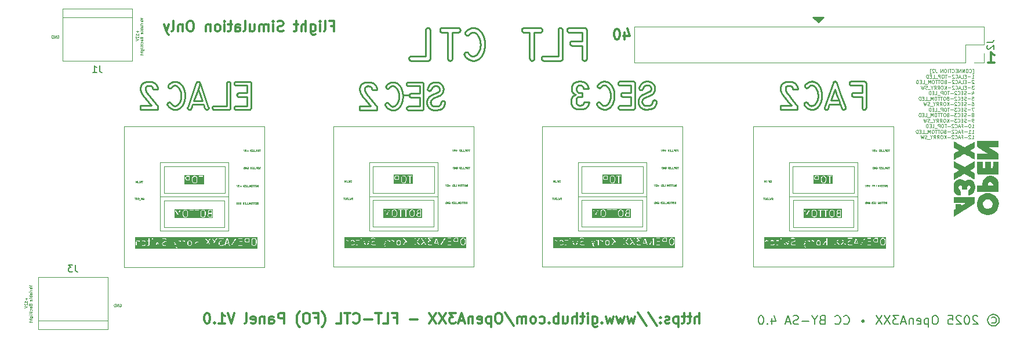
<source format=gbr>
%TF.GenerationSoftware,KiCad,Pcbnew,9.0.2*%
%TF.CreationDate,2025-07-16T22:26:27+02:00*%
%TF.ProjectId,flt-ctl-fo,666c742d-6374-46c2-9d66-6f2e6b696361,rev?*%
%TF.SameCoordinates,Original*%
%TF.FileFunction,Legend,Bot*%
%TF.FilePolarity,Positive*%
%FSLAX46Y46*%
G04 Gerber Fmt 4.6, Leading zero omitted, Abs format (unit mm)*
G04 Created by KiCad (PCBNEW 9.0.2) date 2025-07-16 22:26:27*
%MOMM*%
%LPD*%
G01*
G04 APERTURE LIST*
%ADD10C,0.200000*%
%ADD11C,0.300000*%
%ADD12C,0.125000*%
%ADD13C,0.062500*%
%ADD14C,0.279999*%
%ADD15C,0.158750*%
%ADD16C,0.150000*%
%ADD17C,0.100000*%
%ADD18C,0.120000*%
%ADD19C,0.000000*%
%ADD20R,3.000000X3.000000*%
%ADD21C,3.000000*%
%ADD22R,1.500000X1.500000*%
%ADD23R,1.700000X1.700000*%
%ADD24C,1.700000*%
G04 APERTURE END LIST*
D10*
X190850000Y-78550000D02*
X190050000Y-77850000D01*
X191650000Y-77850000D01*
X190850000Y-78550000D01*
G36*
X190850000Y-78550000D02*
G01*
X190050000Y-77850000D01*
X191650000Y-77850000D01*
X190850000Y-78550000D01*
G37*
D11*
X215651367Y-84399722D02*
X216508510Y-84399722D01*
X216079939Y-84399722D02*
X216079939Y-82899722D01*
X216079939Y-82899722D02*
X216222796Y-83114008D01*
X216222796Y-83114008D02*
X216365653Y-83256865D01*
X216365653Y-83256865D02*
X216508510Y-83328294D01*
X162569225Y-80024722D02*
X162569225Y-81024722D01*
X162926367Y-79453294D02*
X163283510Y-80524722D01*
X163283510Y-80524722D02*
X162354939Y-80524722D01*
X161497796Y-79524722D02*
X161354939Y-79524722D01*
X161354939Y-79524722D02*
X161212082Y-79596151D01*
X161212082Y-79596151D02*
X161140654Y-79667579D01*
X161140654Y-79667579D02*
X161069225Y-79810436D01*
X161069225Y-79810436D02*
X160997796Y-80096151D01*
X160997796Y-80096151D02*
X160997796Y-80453294D01*
X160997796Y-80453294D02*
X161069225Y-80739008D01*
X161069225Y-80739008D02*
X161140654Y-80881865D01*
X161140654Y-80881865D02*
X161212082Y-80953294D01*
X161212082Y-80953294D02*
X161354939Y-81024722D01*
X161354939Y-81024722D02*
X161497796Y-81024722D01*
X161497796Y-81024722D02*
X161640654Y-80953294D01*
X161640654Y-80953294D02*
X161712082Y-80881865D01*
X161712082Y-80881865D02*
X161783511Y-80739008D01*
X161783511Y-80739008D02*
X161854939Y-80453294D01*
X161854939Y-80453294D02*
X161854939Y-80096151D01*
X161854939Y-80096151D02*
X161783511Y-79810436D01*
X161783511Y-79810436D02*
X161712082Y-79667579D01*
X161712082Y-79667579D02*
X161640654Y-79596151D01*
X161640654Y-79596151D02*
X161497796Y-79524722D01*
D12*
X213355859Y-86039312D02*
X213474906Y-86039312D01*
X213474906Y-86039312D02*
X213474906Y-85325026D01*
X213474906Y-85325026D02*
X213355859Y-85325026D01*
X212879669Y-85825026D02*
X212903478Y-85848836D01*
X212903478Y-85848836D02*
X212974907Y-85872645D01*
X212974907Y-85872645D02*
X213022526Y-85872645D01*
X213022526Y-85872645D02*
X213093954Y-85848836D01*
X213093954Y-85848836D02*
X213141573Y-85801216D01*
X213141573Y-85801216D02*
X213165383Y-85753597D01*
X213165383Y-85753597D02*
X213189192Y-85658359D01*
X213189192Y-85658359D02*
X213189192Y-85586931D01*
X213189192Y-85586931D02*
X213165383Y-85491693D01*
X213165383Y-85491693D02*
X213141573Y-85444074D01*
X213141573Y-85444074D02*
X213093954Y-85396455D01*
X213093954Y-85396455D02*
X213022526Y-85372645D01*
X213022526Y-85372645D02*
X212974907Y-85372645D01*
X212974907Y-85372645D02*
X212903478Y-85396455D01*
X212903478Y-85396455D02*
X212879669Y-85420264D01*
X212570145Y-85372645D02*
X212474907Y-85372645D01*
X212474907Y-85372645D02*
X212427288Y-85396455D01*
X212427288Y-85396455D02*
X212379669Y-85444074D01*
X212379669Y-85444074D02*
X212355859Y-85539312D01*
X212355859Y-85539312D02*
X212355859Y-85705978D01*
X212355859Y-85705978D02*
X212379669Y-85801216D01*
X212379669Y-85801216D02*
X212427288Y-85848836D01*
X212427288Y-85848836D02*
X212474907Y-85872645D01*
X212474907Y-85872645D02*
X212570145Y-85872645D01*
X212570145Y-85872645D02*
X212617764Y-85848836D01*
X212617764Y-85848836D02*
X212665383Y-85801216D01*
X212665383Y-85801216D02*
X212689192Y-85705978D01*
X212689192Y-85705978D02*
X212689192Y-85539312D01*
X212689192Y-85539312D02*
X212665383Y-85444074D01*
X212665383Y-85444074D02*
X212617764Y-85396455D01*
X212617764Y-85396455D02*
X212570145Y-85372645D01*
X212141573Y-85872645D02*
X212141573Y-85372645D01*
X212141573Y-85372645D02*
X211855859Y-85872645D01*
X211855859Y-85872645D02*
X211855859Y-85372645D01*
X211617763Y-85872645D02*
X211617763Y-85372645D01*
X211617763Y-85372645D02*
X211332049Y-85872645D01*
X211332049Y-85872645D02*
X211332049Y-85372645D01*
X211093953Y-85610740D02*
X210927286Y-85610740D01*
X210855858Y-85872645D02*
X211093953Y-85872645D01*
X211093953Y-85872645D02*
X211093953Y-85372645D01*
X211093953Y-85372645D02*
X210855858Y-85372645D01*
X210355858Y-85825026D02*
X210379667Y-85848836D01*
X210379667Y-85848836D02*
X210451096Y-85872645D01*
X210451096Y-85872645D02*
X210498715Y-85872645D01*
X210498715Y-85872645D02*
X210570143Y-85848836D01*
X210570143Y-85848836D02*
X210617762Y-85801216D01*
X210617762Y-85801216D02*
X210641572Y-85753597D01*
X210641572Y-85753597D02*
X210665381Y-85658359D01*
X210665381Y-85658359D02*
X210665381Y-85586931D01*
X210665381Y-85586931D02*
X210641572Y-85491693D01*
X210641572Y-85491693D02*
X210617762Y-85444074D01*
X210617762Y-85444074D02*
X210570143Y-85396455D01*
X210570143Y-85396455D02*
X210498715Y-85372645D01*
X210498715Y-85372645D02*
X210451096Y-85372645D01*
X210451096Y-85372645D02*
X210379667Y-85396455D01*
X210379667Y-85396455D02*
X210355858Y-85420264D01*
X210213000Y-85372645D02*
X209927286Y-85372645D01*
X210070143Y-85872645D02*
X210070143Y-85372645D01*
X209760620Y-85872645D02*
X209760620Y-85372645D01*
X209427287Y-85372645D02*
X209332049Y-85372645D01*
X209332049Y-85372645D02*
X209284430Y-85396455D01*
X209284430Y-85396455D02*
X209236811Y-85444074D01*
X209236811Y-85444074D02*
X209213001Y-85539312D01*
X209213001Y-85539312D02*
X209213001Y-85705978D01*
X209213001Y-85705978D02*
X209236811Y-85801216D01*
X209236811Y-85801216D02*
X209284430Y-85848836D01*
X209284430Y-85848836D02*
X209332049Y-85872645D01*
X209332049Y-85872645D02*
X209427287Y-85872645D01*
X209427287Y-85872645D02*
X209474906Y-85848836D01*
X209474906Y-85848836D02*
X209522525Y-85801216D01*
X209522525Y-85801216D02*
X209546334Y-85705978D01*
X209546334Y-85705978D02*
X209546334Y-85539312D01*
X209546334Y-85539312D02*
X209522525Y-85444074D01*
X209522525Y-85444074D02*
X209474906Y-85396455D01*
X209474906Y-85396455D02*
X209427287Y-85372645D01*
X208998715Y-85872645D02*
X208998715Y-85372645D01*
X208998715Y-85372645D02*
X208713001Y-85872645D01*
X208713001Y-85872645D02*
X208713001Y-85372645D01*
X207951096Y-85372645D02*
X207951096Y-85729788D01*
X207951096Y-85729788D02*
X207974905Y-85801216D01*
X207974905Y-85801216D02*
X208022524Y-85848836D01*
X208022524Y-85848836D02*
X208093953Y-85872645D01*
X208093953Y-85872645D02*
X208141572Y-85872645D01*
X207736810Y-85420264D02*
X207713001Y-85396455D01*
X207713001Y-85396455D02*
X207665382Y-85372645D01*
X207665382Y-85372645D02*
X207546334Y-85372645D01*
X207546334Y-85372645D02*
X207498715Y-85396455D01*
X207498715Y-85396455D02*
X207474906Y-85420264D01*
X207474906Y-85420264D02*
X207451096Y-85467883D01*
X207451096Y-85467883D02*
X207451096Y-85515502D01*
X207451096Y-85515502D02*
X207474906Y-85586931D01*
X207474906Y-85586931D02*
X207760620Y-85872645D01*
X207760620Y-85872645D02*
X207451096Y-85872645D01*
X207284430Y-86039312D02*
X207165382Y-86039312D01*
X207165382Y-86039312D02*
X207165382Y-85325026D01*
X207165382Y-85325026D02*
X207284430Y-85325026D01*
X213236811Y-86677617D02*
X213522525Y-86677617D01*
X213379668Y-86677617D02*
X213379668Y-86177617D01*
X213379668Y-86177617D02*
X213427287Y-86249046D01*
X213427287Y-86249046D02*
X213474906Y-86296665D01*
X213474906Y-86296665D02*
X213522525Y-86320474D01*
X213022526Y-86487141D02*
X212641574Y-86487141D01*
X212403478Y-86415712D02*
X212236811Y-86415712D01*
X212165383Y-86677617D02*
X212403478Y-86677617D01*
X212403478Y-86677617D02*
X212403478Y-86177617D01*
X212403478Y-86177617D02*
X212165383Y-86177617D01*
X211713002Y-86677617D02*
X211951097Y-86677617D01*
X211951097Y-86677617D02*
X211951097Y-86177617D01*
X211570144Y-86534760D02*
X211332049Y-86534760D01*
X211617763Y-86677617D02*
X211451097Y-86177617D01*
X211451097Y-86177617D02*
X211284430Y-86677617D01*
X210832050Y-86629998D02*
X210855859Y-86653808D01*
X210855859Y-86653808D02*
X210927288Y-86677617D01*
X210927288Y-86677617D02*
X210974907Y-86677617D01*
X210974907Y-86677617D02*
X211046335Y-86653808D01*
X211046335Y-86653808D02*
X211093954Y-86606188D01*
X211093954Y-86606188D02*
X211117764Y-86558569D01*
X211117764Y-86558569D02*
X211141573Y-86463331D01*
X211141573Y-86463331D02*
X211141573Y-86391903D01*
X211141573Y-86391903D02*
X211117764Y-86296665D01*
X211117764Y-86296665D02*
X211093954Y-86249046D01*
X211093954Y-86249046D02*
X211046335Y-86201427D01*
X211046335Y-86201427D02*
X210974907Y-86177617D01*
X210974907Y-86177617D02*
X210927288Y-86177617D01*
X210927288Y-86177617D02*
X210855859Y-86201427D01*
X210855859Y-86201427D02*
X210832050Y-86225236D01*
X210641573Y-86225236D02*
X210617764Y-86201427D01*
X210617764Y-86201427D02*
X210570145Y-86177617D01*
X210570145Y-86177617D02*
X210451097Y-86177617D01*
X210451097Y-86177617D02*
X210403478Y-86201427D01*
X210403478Y-86201427D02*
X210379669Y-86225236D01*
X210379669Y-86225236D02*
X210355859Y-86272855D01*
X210355859Y-86272855D02*
X210355859Y-86320474D01*
X210355859Y-86320474D02*
X210379669Y-86391903D01*
X210379669Y-86391903D02*
X210665383Y-86677617D01*
X210665383Y-86677617D02*
X210355859Y-86677617D01*
X210141574Y-86487141D02*
X209760622Y-86487141D01*
X209593954Y-86177617D02*
X209308240Y-86177617D01*
X209451097Y-86677617D02*
X209451097Y-86177617D01*
X209046336Y-86177617D02*
X208951098Y-86177617D01*
X208951098Y-86177617D02*
X208903479Y-86201427D01*
X208903479Y-86201427D02*
X208855860Y-86249046D01*
X208855860Y-86249046D02*
X208832050Y-86344284D01*
X208832050Y-86344284D02*
X208832050Y-86510950D01*
X208832050Y-86510950D02*
X208855860Y-86606188D01*
X208855860Y-86606188D02*
X208903479Y-86653808D01*
X208903479Y-86653808D02*
X208951098Y-86677617D01*
X208951098Y-86677617D02*
X209046336Y-86677617D01*
X209046336Y-86677617D02*
X209093955Y-86653808D01*
X209093955Y-86653808D02*
X209141574Y-86606188D01*
X209141574Y-86606188D02*
X209165383Y-86510950D01*
X209165383Y-86510950D02*
X209165383Y-86344284D01*
X209165383Y-86344284D02*
X209141574Y-86249046D01*
X209141574Y-86249046D02*
X209093955Y-86201427D01*
X209093955Y-86201427D02*
X209046336Y-86177617D01*
X208617764Y-86677617D02*
X208617764Y-86177617D01*
X208617764Y-86177617D02*
X208427288Y-86177617D01*
X208427288Y-86177617D02*
X208379669Y-86201427D01*
X208379669Y-86201427D02*
X208355859Y-86225236D01*
X208355859Y-86225236D02*
X208332050Y-86272855D01*
X208332050Y-86272855D02*
X208332050Y-86344284D01*
X208332050Y-86344284D02*
X208355859Y-86391903D01*
X208355859Y-86391903D02*
X208379669Y-86415712D01*
X208379669Y-86415712D02*
X208427288Y-86439522D01*
X208427288Y-86439522D02*
X208617764Y-86439522D01*
X208236812Y-86725236D02*
X207855859Y-86725236D01*
X207498717Y-86677617D02*
X207736812Y-86677617D01*
X207736812Y-86677617D02*
X207736812Y-86177617D01*
X207332050Y-86415712D02*
X207165383Y-86415712D01*
X207093955Y-86677617D02*
X207332050Y-86677617D01*
X207332050Y-86677617D02*
X207332050Y-86177617D01*
X207332050Y-86177617D02*
X207093955Y-86177617D01*
X206879669Y-86677617D02*
X206879669Y-86177617D01*
X206879669Y-86177617D02*
X206760621Y-86177617D01*
X206760621Y-86177617D02*
X206689193Y-86201427D01*
X206689193Y-86201427D02*
X206641574Y-86249046D01*
X206641574Y-86249046D02*
X206617764Y-86296665D01*
X206617764Y-86296665D02*
X206593955Y-86391903D01*
X206593955Y-86391903D02*
X206593955Y-86463331D01*
X206593955Y-86463331D02*
X206617764Y-86558569D01*
X206617764Y-86558569D02*
X206641574Y-86606188D01*
X206641574Y-86606188D02*
X206689193Y-86653808D01*
X206689193Y-86653808D02*
X206760621Y-86677617D01*
X206760621Y-86677617D02*
X206879669Y-86677617D01*
X213522525Y-87030208D02*
X213498716Y-87006399D01*
X213498716Y-87006399D02*
X213451097Y-86982589D01*
X213451097Y-86982589D02*
X213332049Y-86982589D01*
X213332049Y-86982589D02*
X213284430Y-87006399D01*
X213284430Y-87006399D02*
X213260621Y-87030208D01*
X213260621Y-87030208D02*
X213236811Y-87077827D01*
X213236811Y-87077827D02*
X213236811Y-87125446D01*
X213236811Y-87125446D02*
X213260621Y-87196875D01*
X213260621Y-87196875D02*
X213546335Y-87482589D01*
X213546335Y-87482589D02*
X213236811Y-87482589D01*
X213022526Y-87292113D02*
X212641574Y-87292113D01*
X212403478Y-87220684D02*
X212236811Y-87220684D01*
X212165383Y-87482589D02*
X212403478Y-87482589D01*
X212403478Y-87482589D02*
X212403478Y-86982589D01*
X212403478Y-86982589D02*
X212165383Y-86982589D01*
X211713002Y-87482589D02*
X211951097Y-87482589D01*
X211951097Y-87482589D02*
X211951097Y-86982589D01*
X211570144Y-87339732D02*
X211332049Y-87339732D01*
X211617763Y-87482589D02*
X211451097Y-86982589D01*
X211451097Y-86982589D02*
X211284430Y-87482589D01*
X210832050Y-87434970D02*
X210855859Y-87458780D01*
X210855859Y-87458780D02*
X210927288Y-87482589D01*
X210927288Y-87482589D02*
X210974907Y-87482589D01*
X210974907Y-87482589D02*
X211046335Y-87458780D01*
X211046335Y-87458780D02*
X211093954Y-87411160D01*
X211093954Y-87411160D02*
X211117764Y-87363541D01*
X211117764Y-87363541D02*
X211141573Y-87268303D01*
X211141573Y-87268303D02*
X211141573Y-87196875D01*
X211141573Y-87196875D02*
X211117764Y-87101637D01*
X211117764Y-87101637D02*
X211093954Y-87054018D01*
X211093954Y-87054018D02*
X211046335Y-87006399D01*
X211046335Y-87006399D02*
X210974907Y-86982589D01*
X210974907Y-86982589D02*
X210927288Y-86982589D01*
X210927288Y-86982589D02*
X210855859Y-87006399D01*
X210855859Y-87006399D02*
X210832050Y-87030208D01*
X210641573Y-87030208D02*
X210617764Y-87006399D01*
X210617764Y-87006399D02*
X210570145Y-86982589D01*
X210570145Y-86982589D02*
X210451097Y-86982589D01*
X210451097Y-86982589D02*
X210403478Y-87006399D01*
X210403478Y-87006399D02*
X210379669Y-87030208D01*
X210379669Y-87030208D02*
X210355859Y-87077827D01*
X210355859Y-87077827D02*
X210355859Y-87125446D01*
X210355859Y-87125446D02*
X210379669Y-87196875D01*
X210379669Y-87196875D02*
X210665383Y-87482589D01*
X210665383Y-87482589D02*
X210355859Y-87482589D01*
X210141574Y-87292113D02*
X209760622Y-87292113D01*
X209355859Y-87220684D02*
X209284431Y-87244494D01*
X209284431Y-87244494D02*
X209260621Y-87268303D01*
X209260621Y-87268303D02*
X209236812Y-87315922D01*
X209236812Y-87315922D02*
X209236812Y-87387351D01*
X209236812Y-87387351D02*
X209260621Y-87434970D01*
X209260621Y-87434970D02*
X209284431Y-87458780D01*
X209284431Y-87458780D02*
X209332050Y-87482589D01*
X209332050Y-87482589D02*
X209522526Y-87482589D01*
X209522526Y-87482589D02*
X209522526Y-86982589D01*
X209522526Y-86982589D02*
X209355859Y-86982589D01*
X209355859Y-86982589D02*
X209308240Y-87006399D01*
X209308240Y-87006399D02*
X209284431Y-87030208D01*
X209284431Y-87030208D02*
X209260621Y-87077827D01*
X209260621Y-87077827D02*
X209260621Y-87125446D01*
X209260621Y-87125446D02*
X209284431Y-87173065D01*
X209284431Y-87173065D02*
X209308240Y-87196875D01*
X209308240Y-87196875D02*
X209355859Y-87220684D01*
X209355859Y-87220684D02*
X209522526Y-87220684D01*
X208927288Y-86982589D02*
X208832050Y-86982589D01*
X208832050Y-86982589D02*
X208784431Y-87006399D01*
X208784431Y-87006399D02*
X208736812Y-87054018D01*
X208736812Y-87054018D02*
X208713002Y-87149256D01*
X208713002Y-87149256D02*
X208713002Y-87315922D01*
X208713002Y-87315922D02*
X208736812Y-87411160D01*
X208736812Y-87411160D02*
X208784431Y-87458780D01*
X208784431Y-87458780D02*
X208832050Y-87482589D01*
X208832050Y-87482589D02*
X208927288Y-87482589D01*
X208927288Y-87482589D02*
X208974907Y-87458780D01*
X208974907Y-87458780D02*
X209022526Y-87411160D01*
X209022526Y-87411160D02*
X209046335Y-87315922D01*
X209046335Y-87315922D02*
X209046335Y-87149256D01*
X209046335Y-87149256D02*
X209022526Y-87054018D01*
X209022526Y-87054018D02*
X208974907Y-87006399D01*
X208974907Y-87006399D02*
X208927288Y-86982589D01*
X208570144Y-86982589D02*
X208284430Y-86982589D01*
X208427287Y-87482589D02*
X208427287Y-86982589D01*
X208189192Y-86982589D02*
X207903478Y-86982589D01*
X208046335Y-87482589D02*
X208046335Y-86982589D01*
X207641574Y-86982589D02*
X207546336Y-86982589D01*
X207546336Y-86982589D02*
X207498717Y-87006399D01*
X207498717Y-87006399D02*
X207451098Y-87054018D01*
X207451098Y-87054018D02*
X207427288Y-87149256D01*
X207427288Y-87149256D02*
X207427288Y-87315922D01*
X207427288Y-87315922D02*
X207451098Y-87411160D01*
X207451098Y-87411160D02*
X207498717Y-87458780D01*
X207498717Y-87458780D02*
X207546336Y-87482589D01*
X207546336Y-87482589D02*
X207641574Y-87482589D01*
X207641574Y-87482589D02*
X207689193Y-87458780D01*
X207689193Y-87458780D02*
X207736812Y-87411160D01*
X207736812Y-87411160D02*
X207760621Y-87315922D01*
X207760621Y-87315922D02*
X207760621Y-87149256D01*
X207760621Y-87149256D02*
X207736812Y-87054018D01*
X207736812Y-87054018D02*
X207689193Y-87006399D01*
X207689193Y-87006399D02*
X207641574Y-86982589D01*
X207213002Y-87482589D02*
X207213002Y-86982589D01*
X207213002Y-86982589D02*
X207046335Y-87339732D01*
X207046335Y-87339732D02*
X206879669Y-86982589D01*
X206879669Y-86982589D02*
X206879669Y-87482589D01*
X206760621Y-87530208D02*
X206379668Y-87530208D01*
X206022526Y-87482589D02*
X206260621Y-87482589D01*
X206260621Y-87482589D02*
X206260621Y-86982589D01*
X205855859Y-87220684D02*
X205689192Y-87220684D01*
X205617764Y-87482589D02*
X205855859Y-87482589D01*
X205855859Y-87482589D02*
X205855859Y-86982589D01*
X205855859Y-86982589D02*
X205617764Y-86982589D01*
X205403478Y-87482589D02*
X205403478Y-86982589D01*
X205403478Y-86982589D02*
X205284430Y-86982589D01*
X205284430Y-86982589D02*
X205213002Y-87006399D01*
X205213002Y-87006399D02*
X205165383Y-87054018D01*
X205165383Y-87054018D02*
X205141573Y-87101637D01*
X205141573Y-87101637D02*
X205117764Y-87196875D01*
X205117764Y-87196875D02*
X205117764Y-87268303D01*
X205117764Y-87268303D02*
X205141573Y-87363541D01*
X205141573Y-87363541D02*
X205165383Y-87411160D01*
X205165383Y-87411160D02*
X205213002Y-87458780D01*
X205213002Y-87458780D02*
X205284430Y-87482589D01*
X205284430Y-87482589D02*
X205403478Y-87482589D01*
X213546335Y-87787561D02*
X213236811Y-87787561D01*
X213236811Y-87787561D02*
X213403478Y-87978037D01*
X213403478Y-87978037D02*
X213332049Y-87978037D01*
X213332049Y-87978037D02*
X213284430Y-88001847D01*
X213284430Y-88001847D02*
X213260621Y-88025656D01*
X213260621Y-88025656D02*
X213236811Y-88073275D01*
X213236811Y-88073275D02*
X213236811Y-88192323D01*
X213236811Y-88192323D02*
X213260621Y-88239942D01*
X213260621Y-88239942D02*
X213284430Y-88263752D01*
X213284430Y-88263752D02*
X213332049Y-88287561D01*
X213332049Y-88287561D02*
X213474906Y-88287561D01*
X213474906Y-88287561D02*
X213522525Y-88263752D01*
X213522525Y-88263752D02*
X213546335Y-88239942D01*
X213022526Y-88097085D02*
X212641574Y-88097085D01*
X212403478Y-88025656D02*
X212236811Y-88025656D01*
X212165383Y-88287561D02*
X212403478Y-88287561D01*
X212403478Y-88287561D02*
X212403478Y-87787561D01*
X212403478Y-87787561D02*
X212165383Y-87787561D01*
X211713002Y-88287561D02*
X211951097Y-88287561D01*
X211951097Y-88287561D02*
X211951097Y-87787561D01*
X211570144Y-88144704D02*
X211332049Y-88144704D01*
X211617763Y-88287561D02*
X211451097Y-87787561D01*
X211451097Y-87787561D02*
X211284430Y-88287561D01*
X210832050Y-88239942D02*
X210855859Y-88263752D01*
X210855859Y-88263752D02*
X210927288Y-88287561D01*
X210927288Y-88287561D02*
X210974907Y-88287561D01*
X210974907Y-88287561D02*
X211046335Y-88263752D01*
X211046335Y-88263752D02*
X211093954Y-88216132D01*
X211093954Y-88216132D02*
X211117764Y-88168513D01*
X211117764Y-88168513D02*
X211141573Y-88073275D01*
X211141573Y-88073275D02*
X211141573Y-88001847D01*
X211141573Y-88001847D02*
X211117764Y-87906609D01*
X211117764Y-87906609D02*
X211093954Y-87858990D01*
X211093954Y-87858990D02*
X211046335Y-87811371D01*
X211046335Y-87811371D02*
X210974907Y-87787561D01*
X210974907Y-87787561D02*
X210927288Y-87787561D01*
X210927288Y-87787561D02*
X210855859Y-87811371D01*
X210855859Y-87811371D02*
X210832050Y-87835180D01*
X210641573Y-87835180D02*
X210617764Y-87811371D01*
X210617764Y-87811371D02*
X210570145Y-87787561D01*
X210570145Y-87787561D02*
X210451097Y-87787561D01*
X210451097Y-87787561D02*
X210403478Y-87811371D01*
X210403478Y-87811371D02*
X210379669Y-87835180D01*
X210379669Y-87835180D02*
X210355859Y-87882799D01*
X210355859Y-87882799D02*
X210355859Y-87930418D01*
X210355859Y-87930418D02*
X210379669Y-88001847D01*
X210379669Y-88001847D02*
X210665383Y-88287561D01*
X210665383Y-88287561D02*
X210355859Y-88287561D01*
X210141574Y-88097085D02*
X209760622Y-88097085D01*
X209522526Y-88287561D02*
X209522526Y-87787561D01*
X209236812Y-88287561D02*
X209451097Y-88001847D01*
X209236812Y-87787561D02*
X209522526Y-88073275D01*
X208927288Y-87787561D02*
X208832050Y-87787561D01*
X208832050Y-87787561D02*
X208784431Y-87811371D01*
X208784431Y-87811371D02*
X208736812Y-87858990D01*
X208736812Y-87858990D02*
X208713002Y-87954228D01*
X208713002Y-87954228D02*
X208713002Y-88120894D01*
X208713002Y-88120894D02*
X208736812Y-88216132D01*
X208736812Y-88216132D02*
X208784431Y-88263752D01*
X208784431Y-88263752D02*
X208832050Y-88287561D01*
X208832050Y-88287561D02*
X208927288Y-88287561D01*
X208927288Y-88287561D02*
X208974907Y-88263752D01*
X208974907Y-88263752D02*
X209022526Y-88216132D01*
X209022526Y-88216132D02*
X209046335Y-88120894D01*
X209046335Y-88120894D02*
X209046335Y-87954228D01*
X209046335Y-87954228D02*
X209022526Y-87858990D01*
X209022526Y-87858990D02*
X208974907Y-87811371D01*
X208974907Y-87811371D02*
X208927288Y-87787561D01*
X208213002Y-88287561D02*
X208379668Y-88049466D01*
X208498716Y-88287561D02*
X208498716Y-87787561D01*
X208498716Y-87787561D02*
X208308240Y-87787561D01*
X208308240Y-87787561D02*
X208260621Y-87811371D01*
X208260621Y-87811371D02*
X208236811Y-87835180D01*
X208236811Y-87835180D02*
X208213002Y-87882799D01*
X208213002Y-87882799D02*
X208213002Y-87954228D01*
X208213002Y-87954228D02*
X208236811Y-88001847D01*
X208236811Y-88001847D02*
X208260621Y-88025656D01*
X208260621Y-88025656D02*
X208308240Y-88049466D01*
X208308240Y-88049466D02*
X208498716Y-88049466D01*
X207713002Y-88287561D02*
X207879668Y-88049466D01*
X207998716Y-88287561D02*
X207998716Y-87787561D01*
X207998716Y-87787561D02*
X207808240Y-87787561D01*
X207808240Y-87787561D02*
X207760621Y-87811371D01*
X207760621Y-87811371D02*
X207736811Y-87835180D01*
X207736811Y-87835180D02*
X207713002Y-87882799D01*
X207713002Y-87882799D02*
X207713002Y-87954228D01*
X207713002Y-87954228D02*
X207736811Y-88001847D01*
X207736811Y-88001847D02*
X207760621Y-88025656D01*
X207760621Y-88025656D02*
X207808240Y-88049466D01*
X207808240Y-88049466D02*
X207998716Y-88049466D01*
X207403478Y-88049466D02*
X207403478Y-88287561D01*
X207570144Y-87787561D02*
X207403478Y-88049466D01*
X207403478Y-88049466D02*
X207236811Y-87787561D01*
X207189193Y-88335180D02*
X206808240Y-88335180D01*
X206713002Y-88263752D02*
X206641574Y-88287561D01*
X206641574Y-88287561D02*
X206522526Y-88287561D01*
X206522526Y-88287561D02*
X206474907Y-88263752D01*
X206474907Y-88263752D02*
X206451098Y-88239942D01*
X206451098Y-88239942D02*
X206427288Y-88192323D01*
X206427288Y-88192323D02*
X206427288Y-88144704D01*
X206427288Y-88144704D02*
X206451098Y-88097085D01*
X206451098Y-88097085D02*
X206474907Y-88073275D01*
X206474907Y-88073275D02*
X206522526Y-88049466D01*
X206522526Y-88049466D02*
X206617764Y-88025656D01*
X206617764Y-88025656D02*
X206665383Y-88001847D01*
X206665383Y-88001847D02*
X206689193Y-87978037D01*
X206689193Y-87978037D02*
X206713002Y-87930418D01*
X206713002Y-87930418D02*
X206713002Y-87882799D01*
X206713002Y-87882799D02*
X206689193Y-87835180D01*
X206689193Y-87835180D02*
X206665383Y-87811371D01*
X206665383Y-87811371D02*
X206617764Y-87787561D01*
X206617764Y-87787561D02*
X206498717Y-87787561D01*
X206498717Y-87787561D02*
X206427288Y-87811371D01*
X206260622Y-87787561D02*
X206141574Y-88287561D01*
X206141574Y-88287561D02*
X206046336Y-87930418D01*
X206046336Y-87930418D02*
X205951098Y-88287561D01*
X205951098Y-88287561D02*
X205832051Y-87787561D01*
X213284430Y-88759200D02*
X213284430Y-89092533D01*
X213403478Y-88568724D02*
X213522525Y-88925866D01*
X213522525Y-88925866D02*
X213213002Y-88925866D01*
X213022526Y-88902057D02*
X212641574Y-88902057D01*
X212427287Y-89068724D02*
X212355859Y-89092533D01*
X212355859Y-89092533D02*
X212236811Y-89092533D01*
X212236811Y-89092533D02*
X212189192Y-89068724D01*
X212189192Y-89068724D02*
X212165383Y-89044914D01*
X212165383Y-89044914D02*
X212141573Y-88997295D01*
X212141573Y-88997295D02*
X212141573Y-88949676D01*
X212141573Y-88949676D02*
X212165383Y-88902057D01*
X212165383Y-88902057D02*
X212189192Y-88878247D01*
X212189192Y-88878247D02*
X212236811Y-88854438D01*
X212236811Y-88854438D02*
X212332049Y-88830628D01*
X212332049Y-88830628D02*
X212379668Y-88806819D01*
X212379668Y-88806819D02*
X212403478Y-88783009D01*
X212403478Y-88783009D02*
X212427287Y-88735390D01*
X212427287Y-88735390D02*
X212427287Y-88687771D01*
X212427287Y-88687771D02*
X212403478Y-88640152D01*
X212403478Y-88640152D02*
X212379668Y-88616343D01*
X212379668Y-88616343D02*
X212332049Y-88592533D01*
X212332049Y-88592533D02*
X212213002Y-88592533D01*
X212213002Y-88592533D02*
X212141573Y-88616343D01*
X211927288Y-88830628D02*
X211760621Y-88830628D01*
X211689193Y-89092533D02*
X211927288Y-89092533D01*
X211927288Y-89092533D02*
X211927288Y-88592533D01*
X211927288Y-88592533D02*
X211689193Y-88592533D01*
X211189193Y-89044914D02*
X211213002Y-89068724D01*
X211213002Y-89068724D02*
X211284431Y-89092533D01*
X211284431Y-89092533D02*
X211332050Y-89092533D01*
X211332050Y-89092533D02*
X211403478Y-89068724D01*
X211403478Y-89068724D02*
X211451097Y-89021104D01*
X211451097Y-89021104D02*
X211474907Y-88973485D01*
X211474907Y-88973485D02*
X211498716Y-88878247D01*
X211498716Y-88878247D02*
X211498716Y-88806819D01*
X211498716Y-88806819D02*
X211474907Y-88711581D01*
X211474907Y-88711581D02*
X211451097Y-88663962D01*
X211451097Y-88663962D02*
X211403478Y-88616343D01*
X211403478Y-88616343D02*
X211332050Y-88592533D01*
X211332050Y-88592533D02*
X211284431Y-88592533D01*
X211284431Y-88592533D02*
X211213002Y-88616343D01*
X211213002Y-88616343D02*
X211189193Y-88640152D01*
X210998716Y-88640152D02*
X210974907Y-88616343D01*
X210974907Y-88616343D02*
X210927288Y-88592533D01*
X210927288Y-88592533D02*
X210808240Y-88592533D01*
X210808240Y-88592533D02*
X210760621Y-88616343D01*
X210760621Y-88616343D02*
X210736812Y-88640152D01*
X210736812Y-88640152D02*
X210713002Y-88687771D01*
X210713002Y-88687771D02*
X210713002Y-88735390D01*
X210713002Y-88735390D02*
X210736812Y-88806819D01*
X210736812Y-88806819D02*
X211022526Y-89092533D01*
X211022526Y-89092533D02*
X210713002Y-89092533D01*
X210498717Y-88902057D02*
X210117765Y-88902057D01*
X209951097Y-88592533D02*
X209665383Y-88592533D01*
X209808240Y-89092533D02*
X209808240Y-88592533D01*
X209403479Y-88592533D02*
X209308241Y-88592533D01*
X209308241Y-88592533D02*
X209260622Y-88616343D01*
X209260622Y-88616343D02*
X209213003Y-88663962D01*
X209213003Y-88663962D02*
X209189193Y-88759200D01*
X209189193Y-88759200D02*
X209189193Y-88925866D01*
X209189193Y-88925866D02*
X209213003Y-89021104D01*
X209213003Y-89021104D02*
X209260622Y-89068724D01*
X209260622Y-89068724D02*
X209308241Y-89092533D01*
X209308241Y-89092533D02*
X209403479Y-89092533D01*
X209403479Y-89092533D02*
X209451098Y-89068724D01*
X209451098Y-89068724D02*
X209498717Y-89021104D01*
X209498717Y-89021104D02*
X209522526Y-88925866D01*
X209522526Y-88925866D02*
X209522526Y-88759200D01*
X209522526Y-88759200D02*
X209498717Y-88663962D01*
X209498717Y-88663962D02*
X209451098Y-88616343D01*
X209451098Y-88616343D02*
X209403479Y-88592533D01*
X208974907Y-89092533D02*
X208974907Y-88592533D01*
X208974907Y-88592533D02*
X208784431Y-88592533D01*
X208784431Y-88592533D02*
X208736812Y-88616343D01*
X208736812Y-88616343D02*
X208713002Y-88640152D01*
X208713002Y-88640152D02*
X208689193Y-88687771D01*
X208689193Y-88687771D02*
X208689193Y-88759200D01*
X208689193Y-88759200D02*
X208713002Y-88806819D01*
X208713002Y-88806819D02*
X208736812Y-88830628D01*
X208736812Y-88830628D02*
X208784431Y-88854438D01*
X208784431Y-88854438D02*
X208974907Y-88854438D01*
X208593955Y-89140152D02*
X208213002Y-89140152D01*
X207855860Y-89092533D02*
X208093955Y-89092533D01*
X208093955Y-89092533D02*
X208093955Y-88592533D01*
X207689193Y-88830628D02*
X207522526Y-88830628D01*
X207451098Y-89092533D02*
X207689193Y-89092533D01*
X207689193Y-89092533D02*
X207689193Y-88592533D01*
X207689193Y-88592533D02*
X207451098Y-88592533D01*
X207236812Y-89092533D02*
X207236812Y-88592533D01*
X207236812Y-88592533D02*
X207117764Y-88592533D01*
X207117764Y-88592533D02*
X207046336Y-88616343D01*
X207046336Y-88616343D02*
X206998717Y-88663962D01*
X206998717Y-88663962D02*
X206974907Y-88711581D01*
X206974907Y-88711581D02*
X206951098Y-88806819D01*
X206951098Y-88806819D02*
X206951098Y-88878247D01*
X206951098Y-88878247D02*
X206974907Y-88973485D01*
X206974907Y-88973485D02*
X206998717Y-89021104D01*
X206998717Y-89021104D02*
X207046336Y-89068724D01*
X207046336Y-89068724D02*
X207117764Y-89092533D01*
X207117764Y-89092533D02*
X207236812Y-89092533D01*
X213260621Y-89397505D02*
X213498716Y-89397505D01*
X213498716Y-89397505D02*
X213522525Y-89635600D01*
X213522525Y-89635600D02*
X213498716Y-89611791D01*
X213498716Y-89611791D02*
X213451097Y-89587981D01*
X213451097Y-89587981D02*
X213332049Y-89587981D01*
X213332049Y-89587981D02*
X213284430Y-89611791D01*
X213284430Y-89611791D02*
X213260621Y-89635600D01*
X213260621Y-89635600D02*
X213236811Y-89683219D01*
X213236811Y-89683219D02*
X213236811Y-89802267D01*
X213236811Y-89802267D02*
X213260621Y-89849886D01*
X213260621Y-89849886D02*
X213284430Y-89873696D01*
X213284430Y-89873696D02*
X213332049Y-89897505D01*
X213332049Y-89897505D02*
X213451097Y-89897505D01*
X213451097Y-89897505D02*
X213498716Y-89873696D01*
X213498716Y-89873696D02*
X213522525Y-89849886D01*
X213022526Y-89707029D02*
X212641574Y-89707029D01*
X212427287Y-89873696D02*
X212355859Y-89897505D01*
X212355859Y-89897505D02*
X212236811Y-89897505D01*
X212236811Y-89897505D02*
X212189192Y-89873696D01*
X212189192Y-89873696D02*
X212165383Y-89849886D01*
X212165383Y-89849886D02*
X212141573Y-89802267D01*
X212141573Y-89802267D02*
X212141573Y-89754648D01*
X212141573Y-89754648D02*
X212165383Y-89707029D01*
X212165383Y-89707029D02*
X212189192Y-89683219D01*
X212189192Y-89683219D02*
X212236811Y-89659410D01*
X212236811Y-89659410D02*
X212332049Y-89635600D01*
X212332049Y-89635600D02*
X212379668Y-89611791D01*
X212379668Y-89611791D02*
X212403478Y-89587981D01*
X212403478Y-89587981D02*
X212427287Y-89540362D01*
X212427287Y-89540362D02*
X212427287Y-89492743D01*
X212427287Y-89492743D02*
X212403478Y-89445124D01*
X212403478Y-89445124D02*
X212379668Y-89421315D01*
X212379668Y-89421315D02*
X212332049Y-89397505D01*
X212332049Y-89397505D02*
X212213002Y-89397505D01*
X212213002Y-89397505D02*
X212141573Y-89421315D01*
X211927288Y-89635600D02*
X211760621Y-89635600D01*
X211689193Y-89897505D02*
X211927288Y-89897505D01*
X211927288Y-89897505D02*
X211927288Y-89397505D01*
X211927288Y-89397505D02*
X211689193Y-89397505D01*
X211189193Y-89849886D02*
X211213002Y-89873696D01*
X211213002Y-89873696D02*
X211284431Y-89897505D01*
X211284431Y-89897505D02*
X211332050Y-89897505D01*
X211332050Y-89897505D02*
X211403478Y-89873696D01*
X211403478Y-89873696D02*
X211451097Y-89826076D01*
X211451097Y-89826076D02*
X211474907Y-89778457D01*
X211474907Y-89778457D02*
X211498716Y-89683219D01*
X211498716Y-89683219D02*
X211498716Y-89611791D01*
X211498716Y-89611791D02*
X211474907Y-89516553D01*
X211474907Y-89516553D02*
X211451097Y-89468934D01*
X211451097Y-89468934D02*
X211403478Y-89421315D01*
X211403478Y-89421315D02*
X211332050Y-89397505D01*
X211332050Y-89397505D02*
X211284431Y-89397505D01*
X211284431Y-89397505D02*
X211213002Y-89421315D01*
X211213002Y-89421315D02*
X211189193Y-89445124D01*
X210998716Y-89445124D02*
X210974907Y-89421315D01*
X210974907Y-89421315D02*
X210927288Y-89397505D01*
X210927288Y-89397505D02*
X210808240Y-89397505D01*
X210808240Y-89397505D02*
X210760621Y-89421315D01*
X210760621Y-89421315D02*
X210736812Y-89445124D01*
X210736812Y-89445124D02*
X210713002Y-89492743D01*
X210713002Y-89492743D02*
X210713002Y-89540362D01*
X210713002Y-89540362D02*
X210736812Y-89611791D01*
X210736812Y-89611791D02*
X211022526Y-89897505D01*
X211022526Y-89897505D02*
X210713002Y-89897505D01*
X210498717Y-89707029D02*
X210117765Y-89707029D01*
X209713002Y-89635600D02*
X209641574Y-89659410D01*
X209641574Y-89659410D02*
X209617764Y-89683219D01*
X209617764Y-89683219D02*
X209593955Y-89730838D01*
X209593955Y-89730838D02*
X209593955Y-89802267D01*
X209593955Y-89802267D02*
X209617764Y-89849886D01*
X209617764Y-89849886D02*
X209641574Y-89873696D01*
X209641574Y-89873696D02*
X209689193Y-89897505D01*
X209689193Y-89897505D02*
X209879669Y-89897505D01*
X209879669Y-89897505D02*
X209879669Y-89397505D01*
X209879669Y-89397505D02*
X209713002Y-89397505D01*
X209713002Y-89397505D02*
X209665383Y-89421315D01*
X209665383Y-89421315D02*
X209641574Y-89445124D01*
X209641574Y-89445124D02*
X209617764Y-89492743D01*
X209617764Y-89492743D02*
X209617764Y-89540362D01*
X209617764Y-89540362D02*
X209641574Y-89587981D01*
X209641574Y-89587981D02*
X209665383Y-89611791D01*
X209665383Y-89611791D02*
X209713002Y-89635600D01*
X209713002Y-89635600D02*
X209879669Y-89635600D01*
X209284431Y-89397505D02*
X209189193Y-89397505D01*
X209189193Y-89397505D02*
X209141574Y-89421315D01*
X209141574Y-89421315D02*
X209093955Y-89468934D01*
X209093955Y-89468934D02*
X209070145Y-89564172D01*
X209070145Y-89564172D02*
X209070145Y-89730838D01*
X209070145Y-89730838D02*
X209093955Y-89826076D01*
X209093955Y-89826076D02*
X209141574Y-89873696D01*
X209141574Y-89873696D02*
X209189193Y-89897505D01*
X209189193Y-89897505D02*
X209284431Y-89897505D01*
X209284431Y-89897505D02*
X209332050Y-89873696D01*
X209332050Y-89873696D02*
X209379669Y-89826076D01*
X209379669Y-89826076D02*
X209403478Y-89730838D01*
X209403478Y-89730838D02*
X209403478Y-89564172D01*
X209403478Y-89564172D02*
X209379669Y-89468934D01*
X209379669Y-89468934D02*
X209332050Y-89421315D01*
X209332050Y-89421315D02*
X209284431Y-89397505D01*
X208927287Y-89397505D02*
X208641573Y-89397505D01*
X208784430Y-89897505D02*
X208784430Y-89397505D01*
X208546335Y-89397505D02*
X208260621Y-89397505D01*
X208403478Y-89897505D02*
X208403478Y-89397505D01*
X207998717Y-89397505D02*
X207903479Y-89397505D01*
X207903479Y-89397505D02*
X207855860Y-89421315D01*
X207855860Y-89421315D02*
X207808241Y-89468934D01*
X207808241Y-89468934D02*
X207784431Y-89564172D01*
X207784431Y-89564172D02*
X207784431Y-89730838D01*
X207784431Y-89730838D02*
X207808241Y-89826076D01*
X207808241Y-89826076D02*
X207855860Y-89873696D01*
X207855860Y-89873696D02*
X207903479Y-89897505D01*
X207903479Y-89897505D02*
X207998717Y-89897505D01*
X207998717Y-89897505D02*
X208046336Y-89873696D01*
X208046336Y-89873696D02*
X208093955Y-89826076D01*
X208093955Y-89826076D02*
X208117764Y-89730838D01*
X208117764Y-89730838D02*
X208117764Y-89564172D01*
X208117764Y-89564172D02*
X208093955Y-89468934D01*
X208093955Y-89468934D02*
X208046336Y-89421315D01*
X208046336Y-89421315D02*
X207998717Y-89397505D01*
X207570145Y-89897505D02*
X207570145Y-89397505D01*
X207570145Y-89397505D02*
X207403478Y-89754648D01*
X207403478Y-89754648D02*
X207236812Y-89397505D01*
X207236812Y-89397505D02*
X207236812Y-89897505D01*
X207117764Y-89945124D02*
X206736811Y-89945124D01*
X206379669Y-89897505D02*
X206617764Y-89897505D01*
X206617764Y-89897505D02*
X206617764Y-89397505D01*
X206213002Y-89635600D02*
X206046335Y-89635600D01*
X205974907Y-89897505D02*
X206213002Y-89897505D01*
X206213002Y-89897505D02*
X206213002Y-89397505D01*
X206213002Y-89397505D02*
X205974907Y-89397505D01*
X205760621Y-89897505D02*
X205760621Y-89397505D01*
X205760621Y-89397505D02*
X205641573Y-89397505D01*
X205641573Y-89397505D02*
X205570145Y-89421315D01*
X205570145Y-89421315D02*
X205522526Y-89468934D01*
X205522526Y-89468934D02*
X205498716Y-89516553D01*
X205498716Y-89516553D02*
X205474907Y-89611791D01*
X205474907Y-89611791D02*
X205474907Y-89683219D01*
X205474907Y-89683219D02*
X205498716Y-89778457D01*
X205498716Y-89778457D02*
X205522526Y-89826076D01*
X205522526Y-89826076D02*
X205570145Y-89873696D01*
X205570145Y-89873696D02*
X205641573Y-89897505D01*
X205641573Y-89897505D02*
X205760621Y-89897505D01*
X213284430Y-90202477D02*
X213379668Y-90202477D01*
X213379668Y-90202477D02*
X213427287Y-90226287D01*
X213427287Y-90226287D02*
X213451097Y-90250096D01*
X213451097Y-90250096D02*
X213498716Y-90321525D01*
X213498716Y-90321525D02*
X213522525Y-90416763D01*
X213522525Y-90416763D02*
X213522525Y-90607239D01*
X213522525Y-90607239D02*
X213498716Y-90654858D01*
X213498716Y-90654858D02*
X213474906Y-90678668D01*
X213474906Y-90678668D02*
X213427287Y-90702477D01*
X213427287Y-90702477D02*
X213332049Y-90702477D01*
X213332049Y-90702477D02*
X213284430Y-90678668D01*
X213284430Y-90678668D02*
X213260621Y-90654858D01*
X213260621Y-90654858D02*
X213236811Y-90607239D01*
X213236811Y-90607239D02*
X213236811Y-90488191D01*
X213236811Y-90488191D02*
X213260621Y-90440572D01*
X213260621Y-90440572D02*
X213284430Y-90416763D01*
X213284430Y-90416763D02*
X213332049Y-90392953D01*
X213332049Y-90392953D02*
X213427287Y-90392953D01*
X213427287Y-90392953D02*
X213474906Y-90416763D01*
X213474906Y-90416763D02*
X213498716Y-90440572D01*
X213498716Y-90440572D02*
X213522525Y-90488191D01*
X213022526Y-90512001D02*
X212641574Y-90512001D01*
X212427287Y-90678668D02*
X212355859Y-90702477D01*
X212355859Y-90702477D02*
X212236811Y-90702477D01*
X212236811Y-90702477D02*
X212189192Y-90678668D01*
X212189192Y-90678668D02*
X212165383Y-90654858D01*
X212165383Y-90654858D02*
X212141573Y-90607239D01*
X212141573Y-90607239D02*
X212141573Y-90559620D01*
X212141573Y-90559620D02*
X212165383Y-90512001D01*
X212165383Y-90512001D02*
X212189192Y-90488191D01*
X212189192Y-90488191D02*
X212236811Y-90464382D01*
X212236811Y-90464382D02*
X212332049Y-90440572D01*
X212332049Y-90440572D02*
X212379668Y-90416763D01*
X212379668Y-90416763D02*
X212403478Y-90392953D01*
X212403478Y-90392953D02*
X212427287Y-90345334D01*
X212427287Y-90345334D02*
X212427287Y-90297715D01*
X212427287Y-90297715D02*
X212403478Y-90250096D01*
X212403478Y-90250096D02*
X212379668Y-90226287D01*
X212379668Y-90226287D02*
X212332049Y-90202477D01*
X212332049Y-90202477D02*
X212213002Y-90202477D01*
X212213002Y-90202477D02*
X212141573Y-90226287D01*
X211927288Y-90440572D02*
X211760621Y-90440572D01*
X211689193Y-90702477D02*
X211927288Y-90702477D01*
X211927288Y-90702477D02*
X211927288Y-90202477D01*
X211927288Y-90202477D02*
X211689193Y-90202477D01*
X211189193Y-90654858D02*
X211213002Y-90678668D01*
X211213002Y-90678668D02*
X211284431Y-90702477D01*
X211284431Y-90702477D02*
X211332050Y-90702477D01*
X211332050Y-90702477D02*
X211403478Y-90678668D01*
X211403478Y-90678668D02*
X211451097Y-90631048D01*
X211451097Y-90631048D02*
X211474907Y-90583429D01*
X211474907Y-90583429D02*
X211498716Y-90488191D01*
X211498716Y-90488191D02*
X211498716Y-90416763D01*
X211498716Y-90416763D02*
X211474907Y-90321525D01*
X211474907Y-90321525D02*
X211451097Y-90273906D01*
X211451097Y-90273906D02*
X211403478Y-90226287D01*
X211403478Y-90226287D02*
X211332050Y-90202477D01*
X211332050Y-90202477D02*
X211284431Y-90202477D01*
X211284431Y-90202477D02*
X211213002Y-90226287D01*
X211213002Y-90226287D02*
X211189193Y-90250096D01*
X210998716Y-90250096D02*
X210974907Y-90226287D01*
X210974907Y-90226287D02*
X210927288Y-90202477D01*
X210927288Y-90202477D02*
X210808240Y-90202477D01*
X210808240Y-90202477D02*
X210760621Y-90226287D01*
X210760621Y-90226287D02*
X210736812Y-90250096D01*
X210736812Y-90250096D02*
X210713002Y-90297715D01*
X210713002Y-90297715D02*
X210713002Y-90345334D01*
X210713002Y-90345334D02*
X210736812Y-90416763D01*
X210736812Y-90416763D02*
X211022526Y-90702477D01*
X211022526Y-90702477D02*
X210713002Y-90702477D01*
X210498717Y-90512001D02*
X210117765Y-90512001D01*
X209879669Y-90702477D02*
X209879669Y-90202477D01*
X209593955Y-90702477D02*
X209808240Y-90416763D01*
X209593955Y-90202477D02*
X209879669Y-90488191D01*
X209284431Y-90202477D02*
X209189193Y-90202477D01*
X209189193Y-90202477D02*
X209141574Y-90226287D01*
X209141574Y-90226287D02*
X209093955Y-90273906D01*
X209093955Y-90273906D02*
X209070145Y-90369144D01*
X209070145Y-90369144D02*
X209070145Y-90535810D01*
X209070145Y-90535810D02*
X209093955Y-90631048D01*
X209093955Y-90631048D02*
X209141574Y-90678668D01*
X209141574Y-90678668D02*
X209189193Y-90702477D01*
X209189193Y-90702477D02*
X209284431Y-90702477D01*
X209284431Y-90702477D02*
X209332050Y-90678668D01*
X209332050Y-90678668D02*
X209379669Y-90631048D01*
X209379669Y-90631048D02*
X209403478Y-90535810D01*
X209403478Y-90535810D02*
X209403478Y-90369144D01*
X209403478Y-90369144D02*
X209379669Y-90273906D01*
X209379669Y-90273906D02*
X209332050Y-90226287D01*
X209332050Y-90226287D02*
X209284431Y-90202477D01*
X208570145Y-90702477D02*
X208736811Y-90464382D01*
X208855859Y-90702477D02*
X208855859Y-90202477D01*
X208855859Y-90202477D02*
X208665383Y-90202477D01*
X208665383Y-90202477D02*
X208617764Y-90226287D01*
X208617764Y-90226287D02*
X208593954Y-90250096D01*
X208593954Y-90250096D02*
X208570145Y-90297715D01*
X208570145Y-90297715D02*
X208570145Y-90369144D01*
X208570145Y-90369144D02*
X208593954Y-90416763D01*
X208593954Y-90416763D02*
X208617764Y-90440572D01*
X208617764Y-90440572D02*
X208665383Y-90464382D01*
X208665383Y-90464382D02*
X208855859Y-90464382D01*
X208070145Y-90702477D02*
X208236811Y-90464382D01*
X208355859Y-90702477D02*
X208355859Y-90202477D01*
X208355859Y-90202477D02*
X208165383Y-90202477D01*
X208165383Y-90202477D02*
X208117764Y-90226287D01*
X208117764Y-90226287D02*
X208093954Y-90250096D01*
X208093954Y-90250096D02*
X208070145Y-90297715D01*
X208070145Y-90297715D02*
X208070145Y-90369144D01*
X208070145Y-90369144D02*
X208093954Y-90416763D01*
X208093954Y-90416763D02*
X208117764Y-90440572D01*
X208117764Y-90440572D02*
X208165383Y-90464382D01*
X208165383Y-90464382D02*
X208355859Y-90464382D01*
X207760621Y-90464382D02*
X207760621Y-90702477D01*
X207927287Y-90202477D02*
X207760621Y-90464382D01*
X207760621Y-90464382D02*
X207593954Y-90202477D01*
X207546336Y-90750096D02*
X207165383Y-90750096D01*
X207070145Y-90678668D02*
X206998717Y-90702477D01*
X206998717Y-90702477D02*
X206879669Y-90702477D01*
X206879669Y-90702477D02*
X206832050Y-90678668D01*
X206832050Y-90678668D02*
X206808241Y-90654858D01*
X206808241Y-90654858D02*
X206784431Y-90607239D01*
X206784431Y-90607239D02*
X206784431Y-90559620D01*
X206784431Y-90559620D02*
X206808241Y-90512001D01*
X206808241Y-90512001D02*
X206832050Y-90488191D01*
X206832050Y-90488191D02*
X206879669Y-90464382D01*
X206879669Y-90464382D02*
X206974907Y-90440572D01*
X206974907Y-90440572D02*
X207022526Y-90416763D01*
X207022526Y-90416763D02*
X207046336Y-90392953D01*
X207046336Y-90392953D02*
X207070145Y-90345334D01*
X207070145Y-90345334D02*
X207070145Y-90297715D01*
X207070145Y-90297715D02*
X207046336Y-90250096D01*
X207046336Y-90250096D02*
X207022526Y-90226287D01*
X207022526Y-90226287D02*
X206974907Y-90202477D01*
X206974907Y-90202477D02*
X206855860Y-90202477D01*
X206855860Y-90202477D02*
X206784431Y-90226287D01*
X206617765Y-90202477D02*
X206498717Y-90702477D01*
X206498717Y-90702477D02*
X206403479Y-90345334D01*
X206403479Y-90345334D02*
X206308241Y-90702477D01*
X206308241Y-90702477D02*
X206189194Y-90202477D01*
X213546335Y-91007449D02*
X213213002Y-91007449D01*
X213213002Y-91007449D02*
X213427287Y-91507449D01*
X213022526Y-91316973D02*
X212641574Y-91316973D01*
X212427287Y-91483640D02*
X212355859Y-91507449D01*
X212355859Y-91507449D02*
X212236811Y-91507449D01*
X212236811Y-91507449D02*
X212189192Y-91483640D01*
X212189192Y-91483640D02*
X212165383Y-91459830D01*
X212165383Y-91459830D02*
X212141573Y-91412211D01*
X212141573Y-91412211D02*
X212141573Y-91364592D01*
X212141573Y-91364592D02*
X212165383Y-91316973D01*
X212165383Y-91316973D02*
X212189192Y-91293163D01*
X212189192Y-91293163D02*
X212236811Y-91269354D01*
X212236811Y-91269354D02*
X212332049Y-91245544D01*
X212332049Y-91245544D02*
X212379668Y-91221735D01*
X212379668Y-91221735D02*
X212403478Y-91197925D01*
X212403478Y-91197925D02*
X212427287Y-91150306D01*
X212427287Y-91150306D02*
X212427287Y-91102687D01*
X212427287Y-91102687D02*
X212403478Y-91055068D01*
X212403478Y-91055068D02*
X212379668Y-91031259D01*
X212379668Y-91031259D02*
X212332049Y-91007449D01*
X212332049Y-91007449D02*
X212213002Y-91007449D01*
X212213002Y-91007449D02*
X212141573Y-91031259D01*
X211927288Y-91245544D02*
X211760621Y-91245544D01*
X211689193Y-91507449D02*
X211927288Y-91507449D01*
X211927288Y-91507449D02*
X211927288Y-91007449D01*
X211927288Y-91007449D02*
X211689193Y-91007449D01*
X211189193Y-91459830D02*
X211213002Y-91483640D01*
X211213002Y-91483640D02*
X211284431Y-91507449D01*
X211284431Y-91507449D02*
X211332050Y-91507449D01*
X211332050Y-91507449D02*
X211403478Y-91483640D01*
X211403478Y-91483640D02*
X211451097Y-91436020D01*
X211451097Y-91436020D02*
X211474907Y-91388401D01*
X211474907Y-91388401D02*
X211498716Y-91293163D01*
X211498716Y-91293163D02*
X211498716Y-91221735D01*
X211498716Y-91221735D02*
X211474907Y-91126497D01*
X211474907Y-91126497D02*
X211451097Y-91078878D01*
X211451097Y-91078878D02*
X211403478Y-91031259D01*
X211403478Y-91031259D02*
X211332050Y-91007449D01*
X211332050Y-91007449D02*
X211284431Y-91007449D01*
X211284431Y-91007449D02*
X211213002Y-91031259D01*
X211213002Y-91031259D02*
X211189193Y-91055068D01*
X211022526Y-91007449D02*
X210713002Y-91007449D01*
X210713002Y-91007449D02*
X210879669Y-91197925D01*
X210879669Y-91197925D02*
X210808240Y-91197925D01*
X210808240Y-91197925D02*
X210760621Y-91221735D01*
X210760621Y-91221735D02*
X210736812Y-91245544D01*
X210736812Y-91245544D02*
X210713002Y-91293163D01*
X210713002Y-91293163D02*
X210713002Y-91412211D01*
X210713002Y-91412211D02*
X210736812Y-91459830D01*
X210736812Y-91459830D02*
X210760621Y-91483640D01*
X210760621Y-91483640D02*
X210808240Y-91507449D01*
X210808240Y-91507449D02*
X210951097Y-91507449D01*
X210951097Y-91507449D02*
X210998716Y-91483640D01*
X210998716Y-91483640D02*
X211022526Y-91459830D01*
X210498717Y-91316973D02*
X210117765Y-91316973D01*
X209951097Y-91007449D02*
X209665383Y-91007449D01*
X209808240Y-91507449D02*
X209808240Y-91007449D01*
X209403479Y-91007449D02*
X209308241Y-91007449D01*
X209308241Y-91007449D02*
X209260622Y-91031259D01*
X209260622Y-91031259D02*
X209213003Y-91078878D01*
X209213003Y-91078878D02*
X209189193Y-91174116D01*
X209189193Y-91174116D02*
X209189193Y-91340782D01*
X209189193Y-91340782D02*
X209213003Y-91436020D01*
X209213003Y-91436020D02*
X209260622Y-91483640D01*
X209260622Y-91483640D02*
X209308241Y-91507449D01*
X209308241Y-91507449D02*
X209403479Y-91507449D01*
X209403479Y-91507449D02*
X209451098Y-91483640D01*
X209451098Y-91483640D02*
X209498717Y-91436020D01*
X209498717Y-91436020D02*
X209522526Y-91340782D01*
X209522526Y-91340782D02*
X209522526Y-91174116D01*
X209522526Y-91174116D02*
X209498717Y-91078878D01*
X209498717Y-91078878D02*
X209451098Y-91031259D01*
X209451098Y-91031259D02*
X209403479Y-91007449D01*
X208974907Y-91507449D02*
X208974907Y-91007449D01*
X208974907Y-91007449D02*
X208784431Y-91007449D01*
X208784431Y-91007449D02*
X208736812Y-91031259D01*
X208736812Y-91031259D02*
X208713002Y-91055068D01*
X208713002Y-91055068D02*
X208689193Y-91102687D01*
X208689193Y-91102687D02*
X208689193Y-91174116D01*
X208689193Y-91174116D02*
X208713002Y-91221735D01*
X208713002Y-91221735D02*
X208736812Y-91245544D01*
X208736812Y-91245544D02*
X208784431Y-91269354D01*
X208784431Y-91269354D02*
X208974907Y-91269354D01*
X208593955Y-91555068D02*
X208213002Y-91555068D01*
X207855860Y-91507449D02*
X208093955Y-91507449D01*
X208093955Y-91507449D02*
X208093955Y-91007449D01*
X207689193Y-91245544D02*
X207522526Y-91245544D01*
X207451098Y-91507449D02*
X207689193Y-91507449D01*
X207689193Y-91507449D02*
X207689193Y-91007449D01*
X207689193Y-91007449D02*
X207451098Y-91007449D01*
X207236812Y-91507449D02*
X207236812Y-91007449D01*
X207236812Y-91007449D02*
X207117764Y-91007449D01*
X207117764Y-91007449D02*
X207046336Y-91031259D01*
X207046336Y-91031259D02*
X206998717Y-91078878D01*
X206998717Y-91078878D02*
X206974907Y-91126497D01*
X206974907Y-91126497D02*
X206951098Y-91221735D01*
X206951098Y-91221735D02*
X206951098Y-91293163D01*
X206951098Y-91293163D02*
X206974907Y-91388401D01*
X206974907Y-91388401D02*
X206998717Y-91436020D01*
X206998717Y-91436020D02*
X207046336Y-91483640D01*
X207046336Y-91483640D02*
X207117764Y-91507449D01*
X207117764Y-91507449D02*
X207236812Y-91507449D01*
X213427287Y-92026707D02*
X213474906Y-92002897D01*
X213474906Y-92002897D02*
X213498716Y-91979088D01*
X213498716Y-91979088D02*
X213522525Y-91931469D01*
X213522525Y-91931469D02*
X213522525Y-91907659D01*
X213522525Y-91907659D02*
X213498716Y-91860040D01*
X213498716Y-91860040D02*
X213474906Y-91836231D01*
X213474906Y-91836231D02*
X213427287Y-91812421D01*
X213427287Y-91812421D02*
X213332049Y-91812421D01*
X213332049Y-91812421D02*
X213284430Y-91836231D01*
X213284430Y-91836231D02*
X213260621Y-91860040D01*
X213260621Y-91860040D02*
X213236811Y-91907659D01*
X213236811Y-91907659D02*
X213236811Y-91931469D01*
X213236811Y-91931469D02*
X213260621Y-91979088D01*
X213260621Y-91979088D02*
X213284430Y-92002897D01*
X213284430Y-92002897D02*
X213332049Y-92026707D01*
X213332049Y-92026707D02*
X213427287Y-92026707D01*
X213427287Y-92026707D02*
X213474906Y-92050516D01*
X213474906Y-92050516D02*
X213498716Y-92074326D01*
X213498716Y-92074326D02*
X213522525Y-92121945D01*
X213522525Y-92121945D02*
X213522525Y-92217183D01*
X213522525Y-92217183D02*
X213498716Y-92264802D01*
X213498716Y-92264802D02*
X213474906Y-92288612D01*
X213474906Y-92288612D02*
X213427287Y-92312421D01*
X213427287Y-92312421D02*
X213332049Y-92312421D01*
X213332049Y-92312421D02*
X213284430Y-92288612D01*
X213284430Y-92288612D02*
X213260621Y-92264802D01*
X213260621Y-92264802D02*
X213236811Y-92217183D01*
X213236811Y-92217183D02*
X213236811Y-92121945D01*
X213236811Y-92121945D02*
X213260621Y-92074326D01*
X213260621Y-92074326D02*
X213284430Y-92050516D01*
X213284430Y-92050516D02*
X213332049Y-92026707D01*
X213022526Y-92121945D02*
X212641574Y-92121945D01*
X212427287Y-92288612D02*
X212355859Y-92312421D01*
X212355859Y-92312421D02*
X212236811Y-92312421D01*
X212236811Y-92312421D02*
X212189192Y-92288612D01*
X212189192Y-92288612D02*
X212165383Y-92264802D01*
X212165383Y-92264802D02*
X212141573Y-92217183D01*
X212141573Y-92217183D02*
X212141573Y-92169564D01*
X212141573Y-92169564D02*
X212165383Y-92121945D01*
X212165383Y-92121945D02*
X212189192Y-92098135D01*
X212189192Y-92098135D02*
X212236811Y-92074326D01*
X212236811Y-92074326D02*
X212332049Y-92050516D01*
X212332049Y-92050516D02*
X212379668Y-92026707D01*
X212379668Y-92026707D02*
X212403478Y-92002897D01*
X212403478Y-92002897D02*
X212427287Y-91955278D01*
X212427287Y-91955278D02*
X212427287Y-91907659D01*
X212427287Y-91907659D02*
X212403478Y-91860040D01*
X212403478Y-91860040D02*
X212379668Y-91836231D01*
X212379668Y-91836231D02*
X212332049Y-91812421D01*
X212332049Y-91812421D02*
X212213002Y-91812421D01*
X212213002Y-91812421D02*
X212141573Y-91836231D01*
X211927288Y-92050516D02*
X211760621Y-92050516D01*
X211689193Y-92312421D02*
X211927288Y-92312421D01*
X211927288Y-92312421D02*
X211927288Y-91812421D01*
X211927288Y-91812421D02*
X211689193Y-91812421D01*
X211189193Y-92264802D02*
X211213002Y-92288612D01*
X211213002Y-92288612D02*
X211284431Y-92312421D01*
X211284431Y-92312421D02*
X211332050Y-92312421D01*
X211332050Y-92312421D02*
X211403478Y-92288612D01*
X211403478Y-92288612D02*
X211451097Y-92240992D01*
X211451097Y-92240992D02*
X211474907Y-92193373D01*
X211474907Y-92193373D02*
X211498716Y-92098135D01*
X211498716Y-92098135D02*
X211498716Y-92026707D01*
X211498716Y-92026707D02*
X211474907Y-91931469D01*
X211474907Y-91931469D02*
X211451097Y-91883850D01*
X211451097Y-91883850D02*
X211403478Y-91836231D01*
X211403478Y-91836231D02*
X211332050Y-91812421D01*
X211332050Y-91812421D02*
X211284431Y-91812421D01*
X211284431Y-91812421D02*
X211213002Y-91836231D01*
X211213002Y-91836231D02*
X211189193Y-91860040D01*
X211022526Y-91812421D02*
X210713002Y-91812421D01*
X210713002Y-91812421D02*
X210879669Y-92002897D01*
X210879669Y-92002897D02*
X210808240Y-92002897D01*
X210808240Y-92002897D02*
X210760621Y-92026707D01*
X210760621Y-92026707D02*
X210736812Y-92050516D01*
X210736812Y-92050516D02*
X210713002Y-92098135D01*
X210713002Y-92098135D02*
X210713002Y-92217183D01*
X210713002Y-92217183D02*
X210736812Y-92264802D01*
X210736812Y-92264802D02*
X210760621Y-92288612D01*
X210760621Y-92288612D02*
X210808240Y-92312421D01*
X210808240Y-92312421D02*
X210951097Y-92312421D01*
X210951097Y-92312421D02*
X210998716Y-92288612D01*
X210998716Y-92288612D02*
X211022526Y-92264802D01*
X210498717Y-92121945D02*
X210117765Y-92121945D01*
X209713002Y-92050516D02*
X209641574Y-92074326D01*
X209641574Y-92074326D02*
X209617764Y-92098135D01*
X209617764Y-92098135D02*
X209593955Y-92145754D01*
X209593955Y-92145754D02*
X209593955Y-92217183D01*
X209593955Y-92217183D02*
X209617764Y-92264802D01*
X209617764Y-92264802D02*
X209641574Y-92288612D01*
X209641574Y-92288612D02*
X209689193Y-92312421D01*
X209689193Y-92312421D02*
X209879669Y-92312421D01*
X209879669Y-92312421D02*
X209879669Y-91812421D01*
X209879669Y-91812421D02*
X209713002Y-91812421D01*
X209713002Y-91812421D02*
X209665383Y-91836231D01*
X209665383Y-91836231D02*
X209641574Y-91860040D01*
X209641574Y-91860040D02*
X209617764Y-91907659D01*
X209617764Y-91907659D02*
X209617764Y-91955278D01*
X209617764Y-91955278D02*
X209641574Y-92002897D01*
X209641574Y-92002897D02*
X209665383Y-92026707D01*
X209665383Y-92026707D02*
X209713002Y-92050516D01*
X209713002Y-92050516D02*
X209879669Y-92050516D01*
X209284431Y-91812421D02*
X209189193Y-91812421D01*
X209189193Y-91812421D02*
X209141574Y-91836231D01*
X209141574Y-91836231D02*
X209093955Y-91883850D01*
X209093955Y-91883850D02*
X209070145Y-91979088D01*
X209070145Y-91979088D02*
X209070145Y-92145754D01*
X209070145Y-92145754D02*
X209093955Y-92240992D01*
X209093955Y-92240992D02*
X209141574Y-92288612D01*
X209141574Y-92288612D02*
X209189193Y-92312421D01*
X209189193Y-92312421D02*
X209284431Y-92312421D01*
X209284431Y-92312421D02*
X209332050Y-92288612D01*
X209332050Y-92288612D02*
X209379669Y-92240992D01*
X209379669Y-92240992D02*
X209403478Y-92145754D01*
X209403478Y-92145754D02*
X209403478Y-91979088D01*
X209403478Y-91979088D02*
X209379669Y-91883850D01*
X209379669Y-91883850D02*
X209332050Y-91836231D01*
X209332050Y-91836231D02*
X209284431Y-91812421D01*
X208927287Y-91812421D02*
X208641573Y-91812421D01*
X208784430Y-92312421D02*
X208784430Y-91812421D01*
X208546335Y-91812421D02*
X208260621Y-91812421D01*
X208403478Y-92312421D02*
X208403478Y-91812421D01*
X207998717Y-91812421D02*
X207903479Y-91812421D01*
X207903479Y-91812421D02*
X207855860Y-91836231D01*
X207855860Y-91836231D02*
X207808241Y-91883850D01*
X207808241Y-91883850D02*
X207784431Y-91979088D01*
X207784431Y-91979088D02*
X207784431Y-92145754D01*
X207784431Y-92145754D02*
X207808241Y-92240992D01*
X207808241Y-92240992D02*
X207855860Y-92288612D01*
X207855860Y-92288612D02*
X207903479Y-92312421D01*
X207903479Y-92312421D02*
X207998717Y-92312421D01*
X207998717Y-92312421D02*
X208046336Y-92288612D01*
X208046336Y-92288612D02*
X208093955Y-92240992D01*
X208093955Y-92240992D02*
X208117764Y-92145754D01*
X208117764Y-92145754D02*
X208117764Y-91979088D01*
X208117764Y-91979088D02*
X208093955Y-91883850D01*
X208093955Y-91883850D02*
X208046336Y-91836231D01*
X208046336Y-91836231D02*
X207998717Y-91812421D01*
X207570145Y-92312421D02*
X207570145Y-91812421D01*
X207570145Y-91812421D02*
X207403478Y-92169564D01*
X207403478Y-92169564D02*
X207236812Y-91812421D01*
X207236812Y-91812421D02*
X207236812Y-92312421D01*
X207117764Y-92360040D02*
X206736811Y-92360040D01*
X206379669Y-92312421D02*
X206617764Y-92312421D01*
X206617764Y-92312421D02*
X206617764Y-91812421D01*
X206213002Y-92050516D02*
X206046335Y-92050516D01*
X205974907Y-92312421D02*
X206213002Y-92312421D01*
X206213002Y-92312421D02*
X206213002Y-91812421D01*
X206213002Y-91812421D02*
X205974907Y-91812421D01*
X205760621Y-92312421D02*
X205760621Y-91812421D01*
X205760621Y-91812421D02*
X205641573Y-91812421D01*
X205641573Y-91812421D02*
X205570145Y-91836231D01*
X205570145Y-91836231D02*
X205522526Y-91883850D01*
X205522526Y-91883850D02*
X205498716Y-91931469D01*
X205498716Y-91931469D02*
X205474907Y-92026707D01*
X205474907Y-92026707D02*
X205474907Y-92098135D01*
X205474907Y-92098135D02*
X205498716Y-92193373D01*
X205498716Y-92193373D02*
X205522526Y-92240992D01*
X205522526Y-92240992D02*
X205570145Y-92288612D01*
X205570145Y-92288612D02*
X205641573Y-92312421D01*
X205641573Y-92312421D02*
X205760621Y-92312421D01*
X213474906Y-93117393D02*
X213379668Y-93117393D01*
X213379668Y-93117393D02*
X213332049Y-93093584D01*
X213332049Y-93093584D02*
X213308240Y-93069774D01*
X213308240Y-93069774D02*
X213260621Y-92998345D01*
X213260621Y-92998345D02*
X213236811Y-92903107D01*
X213236811Y-92903107D02*
X213236811Y-92712631D01*
X213236811Y-92712631D02*
X213260621Y-92665012D01*
X213260621Y-92665012D02*
X213284430Y-92641203D01*
X213284430Y-92641203D02*
X213332049Y-92617393D01*
X213332049Y-92617393D02*
X213427287Y-92617393D01*
X213427287Y-92617393D02*
X213474906Y-92641203D01*
X213474906Y-92641203D02*
X213498716Y-92665012D01*
X213498716Y-92665012D02*
X213522525Y-92712631D01*
X213522525Y-92712631D02*
X213522525Y-92831679D01*
X213522525Y-92831679D02*
X213498716Y-92879298D01*
X213498716Y-92879298D02*
X213474906Y-92903107D01*
X213474906Y-92903107D02*
X213427287Y-92926917D01*
X213427287Y-92926917D02*
X213332049Y-92926917D01*
X213332049Y-92926917D02*
X213284430Y-92903107D01*
X213284430Y-92903107D02*
X213260621Y-92879298D01*
X213260621Y-92879298D02*
X213236811Y-92831679D01*
X213022526Y-92926917D02*
X212641574Y-92926917D01*
X212427287Y-93093584D02*
X212355859Y-93117393D01*
X212355859Y-93117393D02*
X212236811Y-93117393D01*
X212236811Y-93117393D02*
X212189192Y-93093584D01*
X212189192Y-93093584D02*
X212165383Y-93069774D01*
X212165383Y-93069774D02*
X212141573Y-93022155D01*
X212141573Y-93022155D02*
X212141573Y-92974536D01*
X212141573Y-92974536D02*
X212165383Y-92926917D01*
X212165383Y-92926917D02*
X212189192Y-92903107D01*
X212189192Y-92903107D02*
X212236811Y-92879298D01*
X212236811Y-92879298D02*
X212332049Y-92855488D01*
X212332049Y-92855488D02*
X212379668Y-92831679D01*
X212379668Y-92831679D02*
X212403478Y-92807869D01*
X212403478Y-92807869D02*
X212427287Y-92760250D01*
X212427287Y-92760250D02*
X212427287Y-92712631D01*
X212427287Y-92712631D02*
X212403478Y-92665012D01*
X212403478Y-92665012D02*
X212379668Y-92641203D01*
X212379668Y-92641203D02*
X212332049Y-92617393D01*
X212332049Y-92617393D02*
X212213002Y-92617393D01*
X212213002Y-92617393D02*
X212141573Y-92641203D01*
X211927288Y-92855488D02*
X211760621Y-92855488D01*
X211689193Y-93117393D02*
X211927288Y-93117393D01*
X211927288Y-93117393D02*
X211927288Y-92617393D01*
X211927288Y-92617393D02*
X211689193Y-92617393D01*
X211189193Y-93069774D02*
X211213002Y-93093584D01*
X211213002Y-93093584D02*
X211284431Y-93117393D01*
X211284431Y-93117393D02*
X211332050Y-93117393D01*
X211332050Y-93117393D02*
X211403478Y-93093584D01*
X211403478Y-93093584D02*
X211451097Y-93045964D01*
X211451097Y-93045964D02*
X211474907Y-92998345D01*
X211474907Y-92998345D02*
X211498716Y-92903107D01*
X211498716Y-92903107D02*
X211498716Y-92831679D01*
X211498716Y-92831679D02*
X211474907Y-92736441D01*
X211474907Y-92736441D02*
X211451097Y-92688822D01*
X211451097Y-92688822D02*
X211403478Y-92641203D01*
X211403478Y-92641203D02*
X211332050Y-92617393D01*
X211332050Y-92617393D02*
X211284431Y-92617393D01*
X211284431Y-92617393D02*
X211213002Y-92641203D01*
X211213002Y-92641203D02*
X211189193Y-92665012D01*
X211022526Y-92617393D02*
X210713002Y-92617393D01*
X210713002Y-92617393D02*
X210879669Y-92807869D01*
X210879669Y-92807869D02*
X210808240Y-92807869D01*
X210808240Y-92807869D02*
X210760621Y-92831679D01*
X210760621Y-92831679D02*
X210736812Y-92855488D01*
X210736812Y-92855488D02*
X210713002Y-92903107D01*
X210713002Y-92903107D02*
X210713002Y-93022155D01*
X210713002Y-93022155D02*
X210736812Y-93069774D01*
X210736812Y-93069774D02*
X210760621Y-93093584D01*
X210760621Y-93093584D02*
X210808240Y-93117393D01*
X210808240Y-93117393D02*
X210951097Y-93117393D01*
X210951097Y-93117393D02*
X210998716Y-93093584D01*
X210998716Y-93093584D02*
X211022526Y-93069774D01*
X210498717Y-92926917D02*
X210117765Y-92926917D01*
X209879669Y-93117393D02*
X209879669Y-92617393D01*
X209593955Y-93117393D02*
X209808240Y-92831679D01*
X209593955Y-92617393D02*
X209879669Y-92903107D01*
X209284431Y-92617393D02*
X209189193Y-92617393D01*
X209189193Y-92617393D02*
X209141574Y-92641203D01*
X209141574Y-92641203D02*
X209093955Y-92688822D01*
X209093955Y-92688822D02*
X209070145Y-92784060D01*
X209070145Y-92784060D02*
X209070145Y-92950726D01*
X209070145Y-92950726D02*
X209093955Y-93045964D01*
X209093955Y-93045964D02*
X209141574Y-93093584D01*
X209141574Y-93093584D02*
X209189193Y-93117393D01*
X209189193Y-93117393D02*
X209284431Y-93117393D01*
X209284431Y-93117393D02*
X209332050Y-93093584D01*
X209332050Y-93093584D02*
X209379669Y-93045964D01*
X209379669Y-93045964D02*
X209403478Y-92950726D01*
X209403478Y-92950726D02*
X209403478Y-92784060D01*
X209403478Y-92784060D02*
X209379669Y-92688822D01*
X209379669Y-92688822D02*
X209332050Y-92641203D01*
X209332050Y-92641203D02*
X209284431Y-92617393D01*
X208570145Y-93117393D02*
X208736811Y-92879298D01*
X208855859Y-93117393D02*
X208855859Y-92617393D01*
X208855859Y-92617393D02*
X208665383Y-92617393D01*
X208665383Y-92617393D02*
X208617764Y-92641203D01*
X208617764Y-92641203D02*
X208593954Y-92665012D01*
X208593954Y-92665012D02*
X208570145Y-92712631D01*
X208570145Y-92712631D02*
X208570145Y-92784060D01*
X208570145Y-92784060D02*
X208593954Y-92831679D01*
X208593954Y-92831679D02*
X208617764Y-92855488D01*
X208617764Y-92855488D02*
X208665383Y-92879298D01*
X208665383Y-92879298D02*
X208855859Y-92879298D01*
X208070145Y-93117393D02*
X208236811Y-92879298D01*
X208355859Y-93117393D02*
X208355859Y-92617393D01*
X208355859Y-92617393D02*
X208165383Y-92617393D01*
X208165383Y-92617393D02*
X208117764Y-92641203D01*
X208117764Y-92641203D02*
X208093954Y-92665012D01*
X208093954Y-92665012D02*
X208070145Y-92712631D01*
X208070145Y-92712631D02*
X208070145Y-92784060D01*
X208070145Y-92784060D02*
X208093954Y-92831679D01*
X208093954Y-92831679D02*
X208117764Y-92855488D01*
X208117764Y-92855488D02*
X208165383Y-92879298D01*
X208165383Y-92879298D02*
X208355859Y-92879298D01*
X207760621Y-92879298D02*
X207760621Y-93117393D01*
X207927287Y-92617393D02*
X207760621Y-92879298D01*
X207760621Y-92879298D02*
X207593954Y-92617393D01*
X207546336Y-93165012D02*
X207165383Y-93165012D01*
X207070145Y-93093584D02*
X206998717Y-93117393D01*
X206998717Y-93117393D02*
X206879669Y-93117393D01*
X206879669Y-93117393D02*
X206832050Y-93093584D01*
X206832050Y-93093584D02*
X206808241Y-93069774D01*
X206808241Y-93069774D02*
X206784431Y-93022155D01*
X206784431Y-93022155D02*
X206784431Y-92974536D01*
X206784431Y-92974536D02*
X206808241Y-92926917D01*
X206808241Y-92926917D02*
X206832050Y-92903107D01*
X206832050Y-92903107D02*
X206879669Y-92879298D01*
X206879669Y-92879298D02*
X206974907Y-92855488D01*
X206974907Y-92855488D02*
X207022526Y-92831679D01*
X207022526Y-92831679D02*
X207046336Y-92807869D01*
X207046336Y-92807869D02*
X207070145Y-92760250D01*
X207070145Y-92760250D02*
X207070145Y-92712631D01*
X207070145Y-92712631D02*
X207046336Y-92665012D01*
X207046336Y-92665012D02*
X207022526Y-92641203D01*
X207022526Y-92641203D02*
X206974907Y-92617393D01*
X206974907Y-92617393D02*
X206855860Y-92617393D01*
X206855860Y-92617393D02*
X206784431Y-92641203D01*
X206617765Y-92617393D02*
X206498717Y-93117393D01*
X206498717Y-93117393D02*
X206403479Y-92760250D01*
X206403479Y-92760250D02*
X206308241Y-93117393D01*
X206308241Y-93117393D02*
X206189194Y-92617393D01*
X213236811Y-93922365D02*
X213522525Y-93922365D01*
X213379668Y-93922365D02*
X213379668Y-93422365D01*
X213379668Y-93422365D02*
X213427287Y-93493794D01*
X213427287Y-93493794D02*
X213474906Y-93541413D01*
X213474906Y-93541413D02*
X213522525Y-93565222D01*
X212927288Y-93422365D02*
X212879669Y-93422365D01*
X212879669Y-93422365D02*
X212832050Y-93446175D01*
X212832050Y-93446175D02*
X212808240Y-93469984D01*
X212808240Y-93469984D02*
X212784431Y-93517603D01*
X212784431Y-93517603D02*
X212760621Y-93612841D01*
X212760621Y-93612841D02*
X212760621Y-93731889D01*
X212760621Y-93731889D02*
X212784431Y-93827127D01*
X212784431Y-93827127D02*
X212808240Y-93874746D01*
X212808240Y-93874746D02*
X212832050Y-93898556D01*
X212832050Y-93898556D02*
X212879669Y-93922365D01*
X212879669Y-93922365D02*
X212927288Y-93922365D01*
X212927288Y-93922365D02*
X212974907Y-93898556D01*
X212974907Y-93898556D02*
X212998716Y-93874746D01*
X212998716Y-93874746D02*
X213022526Y-93827127D01*
X213022526Y-93827127D02*
X213046335Y-93731889D01*
X213046335Y-93731889D02*
X213046335Y-93612841D01*
X213046335Y-93612841D02*
X213022526Y-93517603D01*
X213022526Y-93517603D02*
X212998716Y-93469984D01*
X212998716Y-93469984D02*
X212974907Y-93446175D01*
X212974907Y-93446175D02*
X212927288Y-93422365D01*
X212546336Y-93731889D02*
X212165384Y-93731889D01*
X211760621Y-93660460D02*
X211927288Y-93660460D01*
X211927288Y-93922365D02*
X211927288Y-93422365D01*
X211927288Y-93422365D02*
X211689193Y-93422365D01*
X211522526Y-93779508D02*
X211284431Y-93779508D01*
X211570145Y-93922365D02*
X211403479Y-93422365D01*
X211403479Y-93422365D02*
X211236812Y-93922365D01*
X210784432Y-93874746D02*
X210808241Y-93898556D01*
X210808241Y-93898556D02*
X210879670Y-93922365D01*
X210879670Y-93922365D02*
X210927289Y-93922365D01*
X210927289Y-93922365D02*
X210998717Y-93898556D01*
X210998717Y-93898556D02*
X211046336Y-93850936D01*
X211046336Y-93850936D02*
X211070146Y-93803317D01*
X211070146Y-93803317D02*
X211093955Y-93708079D01*
X211093955Y-93708079D02*
X211093955Y-93636651D01*
X211093955Y-93636651D02*
X211070146Y-93541413D01*
X211070146Y-93541413D02*
X211046336Y-93493794D01*
X211046336Y-93493794D02*
X210998717Y-93446175D01*
X210998717Y-93446175D02*
X210927289Y-93422365D01*
X210927289Y-93422365D02*
X210879670Y-93422365D01*
X210879670Y-93422365D02*
X210808241Y-93446175D01*
X210808241Y-93446175D02*
X210784432Y-93469984D01*
X210593955Y-93469984D02*
X210570146Y-93446175D01*
X210570146Y-93446175D02*
X210522527Y-93422365D01*
X210522527Y-93422365D02*
X210403479Y-93422365D01*
X210403479Y-93422365D02*
X210355860Y-93446175D01*
X210355860Y-93446175D02*
X210332051Y-93469984D01*
X210332051Y-93469984D02*
X210308241Y-93517603D01*
X210308241Y-93517603D02*
X210308241Y-93565222D01*
X210308241Y-93565222D02*
X210332051Y-93636651D01*
X210332051Y-93636651D02*
X210617765Y-93922365D01*
X210617765Y-93922365D02*
X210308241Y-93922365D01*
X210093956Y-93731889D02*
X209713004Y-93731889D01*
X209546336Y-93422365D02*
X209260622Y-93422365D01*
X209403479Y-93922365D02*
X209403479Y-93422365D01*
X208998718Y-93422365D02*
X208903480Y-93422365D01*
X208903480Y-93422365D02*
X208855861Y-93446175D01*
X208855861Y-93446175D02*
X208808242Y-93493794D01*
X208808242Y-93493794D02*
X208784432Y-93589032D01*
X208784432Y-93589032D02*
X208784432Y-93755698D01*
X208784432Y-93755698D02*
X208808242Y-93850936D01*
X208808242Y-93850936D02*
X208855861Y-93898556D01*
X208855861Y-93898556D02*
X208903480Y-93922365D01*
X208903480Y-93922365D02*
X208998718Y-93922365D01*
X208998718Y-93922365D02*
X209046337Y-93898556D01*
X209046337Y-93898556D02*
X209093956Y-93850936D01*
X209093956Y-93850936D02*
X209117765Y-93755698D01*
X209117765Y-93755698D02*
X209117765Y-93589032D01*
X209117765Y-93589032D02*
X209093956Y-93493794D01*
X209093956Y-93493794D02*
X209046337Y-93446175D01*
X209046337Y-93446175D02*
X208998718Y-93422365D01*
X208570146Y-93922365D02*
X208570146Y-93422365D01*
X208570146Y-93422365D02*
X208379670Y-93422365D01*
X208379670Y-93422365D02*
X208332051Y-93446175D01*
X208332051Y-93446175D02*
X208308241Y-93469984D01*
X208308241Y-93469984D02*
X208284432Y-93517603D01*
X208284432Y-93517603D02*
X208284432Y-93589032D01*
X208284432Y-93589032D02*
X208308241Y-93636651D01*
X208308241Y-93636651D02*
X208332051Y-93660460D01*
X208332051Y-93660460D02*
X208379670Y-93684270D01*
X208379670Y-93684270D02*
X208570146Y-93684270D01*
X208189194Y-93969984D02*
X207808241Y-93969984D01*
X207451099Y-93922365D02*
X207689194Y-93922365D01*
X207689194Y-93922365D02*
X207689194Y-93422365D01*
X207284432Y-93660460D02*
X207117765Y-93660460D01*
X207046337Y-93922365D02*
X207284432Y-93922365D01*
X207284432Y-93922365D02*
X207284432Y-93422365D01*
X207284432Y-93422365D02*
X207046337Y-93422365D01*
X206832051Y-93922365D02*
X206832051Y-93422365D01*
X206832051Y-93422365D02*
X206713003Y-93422365D01*
X206713003Y-93422365D02*
X206641575Y-93446175D01*
X206641575Y-93446175D02*
X206593956Y-93493794D01*
X206593956Y-93493794D02*
X206570146Y-93541413D01*
X206570146Y-93541413D02*
X206546337Y-93636651D01*
X206546337Y-93636651D02*
X206546337Y-93708079D01*
X206546337Y-93708079D02*
X206570146Y-93803317D01*
X206570146Y-93803317D02*
X206593956Y-93850936D01*
X206593956Y-93850936D02*
X206641575Y-93898556D01*
X206641575Y-93898556D02*
X206713003Y-93922365D01*
X206713003Y-93922365D02*
X206832051Y-93922365D01*
X213236811Y-94727337D02*
X213522525Y-94727337D01*
X213379668Y-94727337D02*
X213379668Y-94227337D01*
X213379668Y-94227337D02*
X213427287Y-94298766D01*
X213427287Y-94298766D02*
X213474906Y-94346385D01*
X213474906Y-94346385D02*
X213522525Y-94370194D01*
X212760621Y-94727337D02*
X213046335Y-94727337D01*
X212903478Y-94727337D02*
X212903478Y-94227337D01*
X212903478Y-94227337D02*
X212951097Y-94298766D01*
X212951097Y-94298766D02*
X212998716Y-94346385D01*
X212998716Y-94346385D02*
X213046335Y-94370194D01*
X212546336Y-94536861D02*
X212165384Y-94536861D01*
X211760621Y-94465432D02*
X211927288Y-94465432D01*
X211927288Y-94727337D02*
X211927288Y-94227337D01*
X211927288Y-94227337D02*
X211689193Y-94227337D01*
X211522526Y-94584480D02*
X211284431Y-94584480D01*
X211570145Y-94727337D02*
X211403479Y-94227337D01*
X211403479Y-94227337D02*
X211236812Y-94727337D01*
X210784432Y-94679718D02*
X210808241Y-94703528D01*
X210808241Y-94703528D02*
X210879670Y-94727337D01*
X210879670Y-94727337D02*
X210927289Y-94727337D01*
X210927289Y-94727337D02*
X210998717Y-94703528D01*
X210998717Y-94703528D02*
X211046336Y-94655908D01*
X211046336Y-94655908D02*
X211070146Y-94608289D01*
X211070146Y-94608289D02*
X211093955Y-94513051D01*
X211093955Y-94513051D02*
X211093955Y-94441623D01*
X211093955Y-94441623D02*
X211070146Y-94346385D01*
X211070146Y-94346385D02*
X211046336Y-94298766D01*
X211046336Y-94298766D02*
X210998717Y-94251147D01*
X210998717Y-94251147D02*
X210927289Y-94227337D01*
X210927289Y-94227337D02*
X210879670Y-94227337D01*
X210879670Y-94227337D02*
X210808241Y-94251147D01*
X210808241Y-94251147D02*
X210784432Y-94274956D01*
X210593955Y-94274956D02*
X210570146Y-94251147D01*
X210570146Y-94251147D02*
X210522527Y-94227337D01*
X210522527Y-94227337D02*
X210403479Y-94227337D01*
X210403479Y-94227337D02*
X210355860Y-94251147D01*
X210355860Y-94251147D02*
X210332051Y-94274956D01*
X210332051Y-94274956D02*
X210308241Y-94322575D01*
X210308241Y-94322575D02*
X210308241Y-94370194D01*
X210308241Y-94370194D02*
X210332051Y-94441623D01*
X210332051Y-94441623D02*
X210617765Y-94727337D01*
X210617765Y-94727337D02*
X210308241Y-94727337D01*
X210093956Y-94536861D02*
X209713004Y-94536861D01*
X209308241Y-94465432D02*
X209236813Y-94489242D01*
X209236813Y-94489242D02*
X209213003Y-94513051D01*
X209213003Y-94513051D02*
X209189194Y-94560670D01*
X209189194Y-94560670D02*
X209189194Y-94632099D01*
X209189194Y-94632099D02*
X209213003Y-94679718D01*
X209213003Y-94679718D02*
X209236813Y-94703528D01*
X209236813Y-94703528D02*
X209284432Y-94727337D01*
X209284432Y-94727337D02*
X209474908Y-94727337D01*
X209474908Y-94727337D02*
X209474908Y-94227337D01*
X209474908Y-94227337D02*
X209308241Y-94227337D01*
X209308241Y-94227337D02*
X209260622Y-94251147D01*
X209260622Y-94251147D02*
X209236813Y-94274956D01*
X209236813Y-94274956D02*
X209213003Y-94322575D01*
X209213003Y-94322575D02*
X209213003Y-94370194D01*
X209213003Y-94370194D02*
X209236813Y-94417813D01*
X209236813Y-94417813D02*
X209260622Y-94441623D01*
X209260622Y-94441623D02*
X209308241Y-94465432D01*
X209308241Y-94465432D02*
X209474908Y-94465432D01*
X208879670Y-94227337D02*
X208784432Y-94227337D01*
X208784432Y-94227337D02*
X208736813Y-94251147D01*
X208736813Y-94251147D02*
X208689194Y-94298766D01*
X208689194Y-94298766D02*
X208665384Y-94394004D01*
X208665384Y-94394004D02*
X208665384Y-94560670D01*
X208665384Y-94560670D02*
X208689194Y-94655908D01*
X208689194Y-94655908D02*
X208736813Y-94703528D01*
X208736813Y-94703528D02*
X208784432Y-94727337D01*
X208784432Y-94727337D02*
X208879670Y-94727337D01*
X208879670Y-94727337D02*
X208927289Y-94703528D01*
X208927289Y-94703528D02*
X208974908Y-94655908D01*
X208974908Y-94655908D02*
X208998717Y-94560670D01*
X208998717Y-94560670D02*
X208998717Y-94394004D01*
X208998717Y-94394004D02*
X208974908Y-94298766D01*
X208974908Y-94298766D02*
X208927289Y-94251147D01*
X208927289Y-94251147D02*
X208879670Y-94227337D01*
X208522526Y-94227337D02*
X208236812Y-94227337D01*
X208379669Y-94727337D02*
X208379669Y-94227337D01*
X208141574Y-94227337D02*
X207855860Y-94227337D01*
X207998717Y-94727337D02*
X207998717Y-94227337D01*
X207593956Y-94227337D02*
X207498718Y-94227337D01*
X207498718Y-94227337D02*
X207451099Y-94251147D01*
X207451099Y-94251147D02*
X207403480Y-94298766D01*
X207403480Y-94298766D02*
X207379670Y-94394004D01*
X207379670Y-94394004D02*
X207379670Y-94560670D01*
X207379670Y-94560670D02*
X207403480Y-94655908D01*
X207403480Y-94655908D02*
X207451099Y-94703528D01*
X207451099Y-94703528D02*
X207498718Y-94727337D01*
X207498718Y-94727337D02*
X207593956Y-94727337D01*
X207593956Y-94727337D02*
X207641575Y-94703528D01*
X207641575Y-94703528D02*
X207689194Y-94655908D01*
X207689194Y-94655908D02*
X207713003Y-94560670D01*
X207713003Y-94560670D02*
X207713003Y-94394004D01*
X207713003Y-94394004D02*
X207689194Y-94298766D01*
X207689194Y-94298766D02*
X207641575Y-94251147D01*
X207641575Y-94251147D02*
X207593956Y-94227337D01*
X207165384Y-94727337D02*
X207165384Y-94227337D01*
X207165384Y-94227337D02*
X206998717Y-94584480D01*
X206998717Y-94584480D02*
X206832051Y-94227337D01*
X206832051Y-94227337D02*
X206832051Y-94727337D01*
X206713003Y-94774956D02*
X206332050Y-94774956D01*
X205974908Y-94727337D02*
X206213003Y-94727337D01*
X206213003Y-94727337D02*
X206213003Y-94227337D01*
X205808241Y-94465432D02*
X205641574Y-94465432D01*
X205570146Y-94727337D02*
X205808241Y-94727337D01*
X205808241Y-94727337D02*
X205808241Y-94227337D01*
X205808241Y-94227337D02*
X205570146Y-94227337D01*
X205355860Y-94727337D02*
X205355860Y-94227337D01*
X205355860Y-94227337D02*
X205236812Y-94227337D01*
X205236812Y-94227337D02*
X205165384Y-94251147D01*
X205165384Y-94251147D02*
X205117765Y-94298766D01*
X205117765Y-94298766D02*
X205093955Y-94346385D01*
X205093955Y-94346385D02*
X205070146Y-94441623D01*
X205070146Y-94441623D02*
X205070146Y-94513051D01*
X205070146Y-94513051D02*
X205093955Y-94608289D01*
X205093955Y-94608289D02*
X205117765Y-94655908D01*
X205117765Y-94655908D02*
X205165384Y-94703528D01*
X205165384Y-94703528D02*
X205236812Y-94727337D01*
X205236812Y-94727337D02*
X205355860Y-94727337D01*
X213236811Y-95532309D02*
X213522525Y-95532309D01*
X213379668Y-95532309D02*
X213379668Y-95032309D01*
X213379668Y-95032309D02*
X213427287Y-95103738D01*
X213427287Y-95103738D02*
X213474906Y-95151357D01*
X213474906Y-95151357D02*
X213522525Y-95175166D01*
X213046335Y-95079928D02*
X213022526Y-95056119D01*
X213022526Y-95056119D02*
X212974907Y-95032309D01*
X212974907Y-95032309D02*
X212855859Y-95032309D01*
X212855859Y-95032309D02*
X212808240Y-95056119D01*
X212808240Y-95056119D02*
X212784431Y-95079928D01*
X212784431Y-95079928D02*
X212760621Y-95127547D01*
X212760621Y-95127547D02*
X212760621Y-95175166D01*
X212760621Y-95175166D02*
X212784431Y-95246595D01*
X212784431Y-95246595D02*
X213070145Y-95532309D01*
X213070145Y-95532309D02*
X212760621Y-95532309D01*
X212546336Y-95341833D02*
X212165384Y-95341833D01*
X211760621Y-95270404D02*
X211927288Y-95270404D01*
X211927288Y-95532309D02*
X211927288Y-95032309D01*
X211927288Y-95032309D02*
X211689193Y-95032309D01*
X211522526Y-95389452D02*
X211284431Y-95389452D01*
X211570145Y-95532309D02*
X211403479Y-95032309D01*
X211403479Y-95032309D02*
X211236812Y-95532309D01*
X210784432Y-95484690D02*
X210808241Y-95508500D01*
X210808241Y-95508500D02*
X210879670Y-95532309D01*
X210879670Y-95532309D02*
X210927289Y-95532309D01*
X210927289Y-95532309D02*
X210998717Y-95508500D01*
X210998717Y-95508500D02*
X211046336Y-95460880D01*
X211046336Y-95460880D02*
X211070146Y-95413261D01*
X211070146Y-95413261D02*
X211093955Y-95318023D01*
X211093955Y-95318023D02*
X211093955Y-95246595D01*
X211093955Y-95246595D02*
X211070146Y-95151357D01*
X211070146Y-95151357D02*
X211046336Y-95103738D01*
X211046336Y-95103738D02*
X210998717Y-95056119D01*
X210998717Y-95056119D02*
X210927289Y-95032309D01*
X210927289Y-95032309D02*
X210879670Y-95032309D01*
X210879670Y-95032309D02*
X210808241Y-95056119D01*
X210808241Y-95056119D02*
X210784432Y-95079928D01*
X210593955Y-95079928D02*
X210570146Y-95056119D01*
X210570146Y-95056119D02*
X210522527Y-95032309D01*
X210522527Y-95032309D02*
X210403479Y-95032309D01*
X210403479Y-95032309D02*
X210355860Y-95056119D01*
X210355860Y-95056119D02*
X210332051Y-95079928D01*
X210332051Y-95079928D02*
X210308241Y-95127547D01*
X210308241Y-95127547D02*
X210308241Y-95175166D01*
X210308241Y-95175166D02*
X210332051Y-95246595D01*
X210332051Y-95246595D02*
X210617765Y-95532309D01*
X210617765Y-95532309D02*
X210308241Y-95532309D01*
X210093956Y-95341833D02*
X209713004Y-95341833D01*
X209474908Y-95532309D02*
X209474908Y-95032309D01*
X209189194Y-95532309D02*
X209403479Y-95246595D01*
X209189194Y-95032309D02*
X209474908Y-95318023D01*
X208879670Y-95032309D02*
X208784432Y-95032309D01*
X208784432Y-95032309D02*
X208736813Y-95056119D01*
X208736813Y-95056119D02*
X208689194Y-95103738D01*
X208689194Y-95103738D02*
X208665384Y-95198976D01*
X208665384Y-95198976D02*
X208665384Y-95365642D01*
X208665384Y-95365642D02*
X208689194Y-95460880D01*
X208689194Y-95460880D02*
X208736813Y-95508500D01*
X208736813Y-95508500D02*
X208784432Y-95532309D01*
X208784432Y-95532309D02*
X208879670Y-95532309D01*
X208879670Y-95532309D02*
X208927289Y-95508500D01*
X208927289Y-95508500D02*
X208974908Y-95460880D01*
X208974908Y-95460880D02*
X208998717Y-95365642D01*
X208998717Y-95365642D02*
X208998717Y-95198976D01*
X208998717Y-95198976D02*
X208974908Y-95103738D01*
X208974908Y-95103738D02*
X208927289Y-95056119D01*
X208927289Y-95056119D02*
X208879670Y-95032309D01*
X208165384Y-95532309D02*
X208332050Y-95294214D01*
X208451098Y-95532309D02*
X208451098Y-95032309D01*
X208451098Y-95032309D02*
X208260622Y-95032309D01*
X208260622Y-95032309D02*
X208213003Y-95056119D01*
X208213003Y-95056119D02*
X208189193Y-95079928D01*
X208189193Y-95079928D02*
X208165384Y-95127547D01*
X208165384Y-95127547D02*
X208165384Y-95198976D01*
X208165384Y-95198976D02*
X208189193Y-95246595D01*
X208189193Y-95246595D02*
X208213003Y-95270404D01*
X208213003Y-95270404D02*
X208260622Y-95294214D01*
X208260622Y-95294214D02*
X208451098Y-95294214D01*
X207665384Y-95532309D02*
X207832050Y-95294214D01*
X207951098Y-95532309D02*
X207951098Y-95032309D01*
X207951098Y-95032309D02*
X207760622Y-95032309D01*
X207760622Y-95032309D02*
X207713003Y-95056119D01*
X207713003Y-95056119D02*
X207689193Y-95079928D01*
X207689193Y-95079928D02*
X207665384Y-95127547D01*
X207665384Y-95127547D02*
X207665384Y-95198976D01*
X207665384Y-95198976D02*
X207689193Y-95246595D01*
X207689193Y-95246595D02*
X207713003Y-95270404D01*
X207713003Y-95270404D02*
X207760622Y-95294214D01*
X207760622Y-95294214D02*
X207951098Y-95294214D01*
X207355860Y-95294214D02*
X207355860Y-95532309D01*
X207522526Y-95032309D02*
X207355860Y-95294214D01*
X207355860Y-95294214D02*
X207189193Y-95032309D01*
X207141575Y-95579928D02*
X206760622Y-95579928D01*
X206665384Y-95508500D02*
X206593956Y-95532309D01*
X206593956Y-95532309D02*
X206474908Y-95532309D01*
X206474908Y-95532309D02*
X206427289Y-95508500D01*
X206427289Y-95508500D02*
X206403480Y-95484690D01*
X206403480Y-95484690D02*
X206379670Y-95437071D01*
X206379670Y-95437071D02*
X206379670Y-95389452D01*
X206379670Y-95389452D02*
X206403480Y-95341833D01*
X206403480Y-95341833D02*
X206427289Y-95318023D01*
X206427289Y-95318023D02*
X206474908Y-95294214D01*
X206474908Y-95294214D02*
X206570146Y-95270404D01*
X206570146Y-95270404D02*
X206617765Y-95246595D01*
X206617765Y-95246595D02*
X206641575Y-95222785D01*
X206641575Y-95222785D02*
X206665384Y-95175166D01*
X206665384Y-95175166D02*
X206665384Y-95127547D01*
X206665384Y-95127547D02*
X206641575Y-95079928D01*
X206641575Y-95079928D02*
X206617765Y-95056119D01*
X206617765Y-95056119D02*
X206570146Y-95032309D01*
X206570146Y-95032309D02*
X206451099Y-95032309D01*
X206451099Y-95032309D02*
X206379670Y-95056119D01*
X206213004Y-95032309D02*
X206093956Y-95532309D01*
X206093956Y-95532309D02*
X205998718Y-95175166D01*
X205998718Y-95175166D02*
X205903480Y-95532309D01*
X205903480Y-95532309D02*
X205784433Y-95032309D01*
D13*
X75182427Y-118767858D02*
X75182427Y-119072620D01*
X75334808Y-118920239D02*
X75030046Y-118920239D01*
X75334808Y-119472619D02*
X75334808Y-119244048D01*
X75334808Y-119358334D02*
X74934808Y-119358334D01*
X74934808Y-119358334D02*
X74991951Y-119320238D01*
X74991951Y-119320238D02*
X75030046Y-119282143D01*
X75030046Y-119282143D02*
X75049094Y-119244048D01*
X74972903Y-119625000D02*
X74953856Y-119644048D01*
X74953856Y-119644048D02*
X74934808Y-119682143D01*
X74934808Y-119682143D02*
X74934808Y-119777381D01*
X74934808Y-119777381D02*
X74953856Y-119815476D01*
X74953856Y-119815476D02*
X74972903Y-119834524D01*
X74972903Y-119834524D02*
X75010999Y-119853571D01*
X75010999Y-119853571D02*
X75049094Y-119853571D01*
X75049094Y-119853571D02*
X75106237Y-119834524D01*
X75106237Y-119834524D02*
X75334808Y-119605952D01*
X75334808Y-119605952D02*
X75334808Y-119853571D01*
X74934808Y-119967857D02*
X75334808Y-120101190D01*
X75334808Y-120101190D02*
X74934808Y-120234523D01*
X75578786Y-116910714D02*
X75978786Y-117044047D01*
X75978786Y-117044047D02*
X75578786Y-117177380D01*
X75978786Y-117482142D02*
X75769262Y-117482142D01*
X75769262Y-117482142D02*
X75731167Y-117463095D01*
X75731167Y-117463095D02*
X75712119Y-117424999D01*
X75712119Y-117424999D02*
X75712119Y-117348809D01*
X75712119Y-117348809D02*
X75731167Y-117310714D01*
X75959739Y-117482142D02*
X75978786Y-117444047D01*
X75978786Y-117444047D02*
X75978786Y-117348809D01*
X75978786Y-117348809D02*
X75959739Y-117310714D01*
X75959739Y-117310714D02*
X75921643Y-117291666D01*
X75921643Y-117291666D02*
X75883548Y-117291666D01*
X75883548Y-117291666D02*
X75845453Y-117310714D01*
X75845453Y-117310714D02*
X75826405Y-117348809D01*
X75826405Y-117348809D02*
X75826405Y-117444047D01*
X75826405Y-117444047D02*
X75807358Y-117482142D01*
X75978786Y-117672619D02*
X75712119Y-117672619D01*
X75788310Y-117672619D02*
X75750215Y-117691666D01*
X75750215Y-117691666D02*
X75731167Y-117710714D01*
X75731167Y-117710714D02*
X75712119Y-117748809D01*
X75712119Y-117748809D02*
X75712119Y-117786904D01*
X75978786Y-117920238D02*
X75712119Y-117920238D01*
X75578786Y-117920238D02*
X75597834Y-117901190D01*
X75597834Y-117901190D02*
X75616881Y-117920238D01*
X75616881Y-117920238D02*
X75597834Y-117939285D01*
X75597834Y-117939285D02*
X75578786Y-117920238D01*
X75578786Y-117920238D02*
X75616881Y-117920238D01*
X75978786Y-118282142D02*
X75769262Y-118282142D01*
X75769262Y-118282142D02*
X75731167Y-118263095D01*
X75731167Y-118263095D02*
X75712119Y-118224999D01*
X75712119Y-118224999D02*
X75712119Y-118148809D01*
X75712119Y-118148809D02*
X75731167Y-118110714D01*
X75959739Y-118282142D02*
X75978786Y-118244047D01*
X75978786Y-118244047D02*
X75978786Y-118148809D01*
X75978786Y-118148809D02*
X75959739Y-118110714D01*
X75959739Y-118110714D02*
X75921643Y-118091666D01*
X75921643Y-118091666D02*
X75883548Y-118091666D01*
X75883548Y-118091666D02*
X75845453Y-118110714D01*
X75845453Y-118110714D02*
X75826405Y-118148809D01*
X75826405Y-118148809D02*
X75826405Y-118244047D01*
X75826405Y-118244047D02*
X75807358Y-118282142D01*
X75978786Y-118472619D02*
X75578786Y-118472619D01*
X75731167Y-118472619D02*
X75712119Y-118510714D01*
X75712119Y-118510714D02*
X75712119Y-118586904D01*
X75712119Y-118586904D02*
X75731167Y-118625000D01*
X75731167Y-118625000D02*
X75750215Y-118644047D01*
X75750215Y-118644047D02*
X75788310Y-118663095D01*
X75788310Y-118663095D02*
X75902596Y-118663095D01*
X75902596Y-118663095D02*
X75940691Y-118644047D01*
X75940691Y-118644047D02*
X75959739Y-118625000D01*
X75959739Y-118625000D02*
X75978786Y-118586904D01*
X75978786Y-118586904D02*
X75978786Y-118510714D01*
X75978786Y-118510714D02*
X75959739Y-118472619D01*
X75978786Y-118891666D02*
X75959739Y-118853571D01*
X75959739Y-118853571D02*
X75921643Y-118834524D01*
X75921643Y-118834524D02*
X75578786Y-118834524D01*
X75959739Y-119196429D02*
X75978786Y-119158333D01*
X75978786Y-119158333D02*
X75978786Y-119082143D01*
X75978786Y-119082143D02*
X75959739Y-119044048D01*
X75959739Y-119044048D02*
X75921643Y-119025000D01*
X75921643Y-119025000D02*
X75769262Y-119025000D01*
X75769262Y-119025000D02*
X75731167Y-119044048D01*
X75731167Y-119044048D02*
X75712119Y-119082143D01*
X75712119Y-119082143D02*
X75712119Y-119158333D01*
X75712119Y-119158333D02*
X75731167Y-119196429D01*
X75731167Y-119196429D02*
X75769262Y-119215476D01*
X75769262Y-119215476D02*
X75807358Y-119215476D01*
X75807358Y-119215476D02*
X75845453Y-119025000D01*
X75769262Y-119825000D02*
X75788310Y-119882143D01*
X75788310Y-119882143D02*
X75807358Y-119901190D01*
X75807358Y-119901190D02*
X75845453Y-119920238D01*
X75845453Y-119920238D02*
X75902596Y-119920238D01*
X75902596Y-119920238D02*
X75940691Y-119901190D01*
X75940691Y-119901190D02*
X75959739Y-119882143D01*
X75959739Y-119882143D02*
X75978786Y-119844048D01*
X75978786Y-119844048D02*
X75978786Y-119691667D01*
X75978786Y-119691667D02*
X75578786Y-119691667D01*
X75578786Y-119691667D02*
X75578786Y-119825000D01*
X75578786Y-119825000D02*
X75597834Y-119863095D01*
X75597834Y-119863095D02*
X75616881Y-119882143D01*
X75616881Y-119882143D02*
X75654977Y-119901190D01*
X75654977Y-119901190D02*
X75693072Y-119901190D01*
X75693072Y-119901190D02*
X75731167Y-119882143D01*
X75731167Y-119882143D02*
X75750215Y-119863095D01*
X75750215Y-119863095D02*
X75769262Y-119825000D01*
X75769262Y-119825000D02*
X75769262Y-119691667D01*
X75978786Y-120263095D02*
X75769262Y-120263095D01*
X75769262Y-120263095D02*
X75731167Y-120244048D01*
X75731167Y-120244048D02*
X75712119Y-120205952D01*
X75712119Y-120205952D02*
X75712119Y-120129762D01*
X75712119Y-120129762D02*
X75731167Y-120091667D01*
X75959739Y-120263095D02*
X75978786Y-120225000D01*
X75978786Y-120225000D02*
X75978786Y-120129762D01*
X75978786Y-120129762D02*
X75959739Y-120091667D01*
X75959739Y-120091667D02*
X75921643Y-120072619D01*
X75921643Y-120072619D02*
X75883548Y-120072619D01*
X75883548Y-120072619D02*
X75845453Y-120091667D01*
X75845453Y-120091667D02*
X75826405Y-120129762D01*
X75826405Y-120129762D02*
X75826405Y-120225000D01*
X75826405Y-120225000D02*
X75807358Y-120263095D01*
X75959739Y-120625000D02*
X75978786Y-120586905D01*
X75978786Y-120586905D02*
X75978786Y-120510714D01*
X75978786Y-120510714D02*
X75959739Y-120472619D01*
X75959739Y-120472619D02*
X75940691Y-120453572D01*
X75940691Y-120453572D02*
X75902596Y-120434524D01*
X75902596Y-120434524D02*
X75788310Y-120434524D01*
X75788310Y-120434524D02*
X75750215Y-120453572D01*
X75750215Y-120453572D02*
X75731167Y-120472619D01*
X75731167Y-120472619D02*
X75712119Y-120510714D01*
X75712119Y-120510714D02*
X75712119Y-120586905D01*
X75712119Y-120586905D02*
X75731167Y-120625000D01*
X75978786Y-120796429D02*
X75578786Y-120796429D01*
X75826405Y-120834524D02*
X75978786Y-120948810D01*
X75712119Y-120948810D02*
X75864500Y-120796429D01*
X75978786Y-121177381D02*
X75959739Y-121139286D01*
X75959739Y-121139286D02*
X75921643Y-121120239D01*
X75921643Y-121120239D02*
X75578786Y-121120239D01*
X75978786Y-121329763D02*
X75712119Y-121329763D01*
X75578786Y-121329763D02*
X75597834Y-121310715D01*
X75597834Y-121310715D02*
X75616881Y-121329763D01*
X75616881Y-121329763D02*
X75597834Y-121348810D01*
X75597834Y-121348810D02*
X75578786Y-121329763D01*
X75578786Y-121329763D02*
X75616881Y-121329763D01*
X75712119Y-121691667D02*
X76035929Y-121691667D01*
X76035929Y-121691667D02*
X76074024Y-121672620D01*
X76074024Y-121672620D02*
X76093072Y-121653572D01*
X76093072Y-121653572D02*
X76112119Y-121615477D01*
X76112119Y-121615477D02*
X76112119Y-121558334D01*
X76112119Y-121558334D02*
X76093072Y-121520239D01*
X75959739Y-121691667D02*
X75978786Y-121653572D01*
X75978786Y-121653572D02*
X75978786Y-121577381D01*
X75978786Y-121577381D02*
X75959739Y-121539286D01*
X75959739Y-121539286D02*
X75940691Y-121520239D01*
X75940691Y-121520239D02*
X75902596Y-121501191D01*
X75902596Y-121501191D02*
X75788310Y-121501191D01*
X75788310Y-121501191D02*
X75750215Y-121520239D01*
X75750215Y-121520239D02*
X75731167Y-121539286D01*
X75731167Y-121539286D02*
X75712119Y-121577381D01*
X75712119Y-121577381D02*
X75712119Y-121653572D01*
X75712119Y-121653572D02*
X75731167Y-121691667D01*
X75978786Y-121882144D02*
X75578786Y-121882144D01*
X75978786Y-122053572D02*
X75769262Y-122053572D01*
X75769262Y-122053572D02*
X75731167Y-122034525D01*
X75731167Y-122034525D02*
X75712119Y-121996429D01*
X75712119Y-121996429D02*
X75712119Y-121939286D01*
X75712119Y-121939286D02*
X75731167Y-121901191D01*
X75731167Y-121901191D02*
X75750215Y-121882144D01*
X75712119Y-122186906D02*
X75712119Y-122339287D01*
X75578786Y-122244049D02*
X75921643Y-122244049D01*
X75921643Y-122244049D02*
X75959739Y-122263096D01*
X75959739Y-122263096D02*
X75978786Y-122301191D01*
X75978786Y-122301191D02*
X75978786Y-122339287D01*
X88804762Y-119700845D02*
X88842857Y-119681797D01*
X88842857Y-119681797D02*
X88900000Y-119681797D01*
X88900000Y-119681797D02*
X88957143Y-119700845D01*
X88957143Y-119700845D02*
X88995238Y-119738940D01*
X88995238Y-119738940D02*
X89014285Y-119777035D01*
X89014285Y-119777035D02*
X89033333Y-119853226D01*
X89033333Y-119853226D02*
X89033333Y-119910369D01*
X89033333Y-119910369D02*
X89014285Y-119986559D01*
X89014285Y-119986559D02*
X88995238Y-120024654D01*
X88995238Y-120024654D02*
X88957143Y-120062750D01*
X88957143Y-120062750D02*
X88900000Y-120081797D01*
X88900000Y-120081797D02*
X88861904Y-120081797D01*
X88861904Y-120081797D02*
X88804762Y-120062750D01*
X88804762Y-120062750D02*
X88785714Y-120043702D01*
X88785714Y-120043702D02*
X88785714Y-119910369D01*
X88785714Y-119910369D02*
X88861904Y-119910369D01*
X88614285Y-120081797D02*
X88614285Y-119681797D01*
X88614285Y-119681797D02*
X88385714Y-120081797D01*
X88385714Y-120081797D02*
X88385714Y-119681797D01*
X88195237Y-120081797D02*
X88195237Y-119681797D01*
X88195237Y-119681797D02*
X88099999Y-119681797D01*
X88099999Y-119681797D02*
X88042856Y-119700845D01*
X88042856Y-119700845D02*
X88004761Y-119738940D01*
X88004761Y-119738940D02*
X87985714Y-119777035D01*
X87985714Y-119777035D02*
X87966666Y-119853226D01*
X87966666Y-119853226D02*
X87966666Y-119910369D01*
X87966666Y-119910369D02*
X87985714Y-119986559D01*
X87985714Y-119986559D02*
X88004761Y-120024654D01*
X88004761Y-120024654D02*
X88042856Y-120062750D01*
X88042856Y-120062750D02*
X88099999Y-120081797D01*
X88099999Y-120081797D02*
X88195237Y-120081797D01*
X79704762Y-80450845D02*
X79742857Y-80431797D01*
X79742857Y-80431797D02*
X79800000Y-80431797D01*
X79800000Y-80431797D02*
X79857143Y-80450845D01*
X79857143Y-80450845D02*
X79895238Y-80488940D01*
X79895238Y-80488940D02*
X79914285Y-80527035D01*
X79914285Y-80527035D02*
X79933333Y-80603226D01*
X79933333Y-80603226D02*
X79933333Y-80660369D01*
X79933333Y-80660369D02*
X79914285Y-80736559D01*
X79914285Y-80736559D02*
X79895238Y-80774654D01*
X79895238Y-80774654D02*
X79857143Y-80812750D01*
X79857143Y-80812750D02*
X79800000Y-80831797D01*
X79800000Y-80831797D02*
X79761904Y-80831797D01*
X79761904Y-80831797D02*
X79704762Y-80812750D01*
X79704762Y-80812750D02*
X79685714Y-80793702D01*
X79685714Y-80793702D02*
X79685714Y-80660369D01*
X79685714Y-80660369D02*
X79761904Y-80660369D01*
X79514285Y-80831797D02*
X79514285Y-80431797D01*
X79514285Y-80431797D02*
X79285714Y-80831797D01*
X79285714Y-80831797D02*
X79285714Y-80431797D01*
X79095237Y-80831797D02*
X79095237Y-80431797D01*
X79095237Y-80431797D02*
X78999999Y-80431797D01*
X78999999Y-80431797D02*
X78942856Y-80450845D01*
X78942856Y-80450845D02*
X78904761Y-80488940D01*
X78904761Y-80488940D02*
X78885714Y-80527035D01*
X78885714Y-80527035D02*
X78866666Y-80603226D01*
X78866666Y-80603226D02*
X78866666Y-80660369D01*
X78866666Y-80660369D02*
X78885714Y-80736559D01*
X78885714Y-80736559D02*
X78904761Y-80774654D01*
X78904761Y-80774654D02*
X78942856Y-80812750D01*
X78942856Y-80812750D02*
X78999999Y-80831797D01*
X78999999Y-80831797D02*
X79095237Y-80831797D01*
X91407427Y-79742858D02*
X91407427Y-80047620D01*
X91559808Y-79895239D02*
X91255046Y-79895239D01*
X91559808Y-80447619D02*
X91559808Y-80219048D01*
X91559808Y-80333334D02*
X91159808Y-80333334D01*
X91159808Y-80333334D02*
X91216951Y-80295238D01*
X91216951Y-80295238D02*
X91255046Y-80257143D01*
X91255046Y-80257143D02*
X91274094Y-80219048D01*
X91197903Y-80600000D02*
X91178856Y-80619048D01*
X91178856Y-80619048D02*
X91159808Y-80657143D01*
X91159808Y-80657143D02*
X91159808Y-80752381D01*
X91159808Y-80752381D02*
X91178856Y-80790476D01*
X91178856Y-80790476D02*
X91197903Y-80809524D01*
X91197903Y-80809524D02*
X91235999Y-80828571D01*
X91235999Y-80828571D02*
X91274094Y-80828571D01*
X91274094Y-80828571D02*
X91331237Y-80809524D01*
X91331237Y-80809524D02*
X91559808Y-80580952D01*
X91559808Y-80580952D02*
X91559808Y-80828571D01*
X91159808Y-80942857D02*
X91559808Y-81076190D01*
X91559808Y-81076190D02*
X91159808Y-81209523D01*
X91803786Y-77885714D02*
X92203786Y-78019047D01*
X92203786Y-78019047D02*
X91803786Y-78152380D01*
X92203786Y-78457142D02*
X91994262Y-78457142D01*
X91994262Y-78457142D02*
X91956167Y-78438095D01*
X91956167Y-78438095D02*
X91937119Y-78399999D01*
X91937119Y-78399999D02*
X91937119Y-78323809D01*
X91937119Y-78323809D02*
X91956167Y-78285714D01*
X92184739Y-78457142D02*
X92203786Y-78419047D01*
X92203786Y-78419047D02*
X92203786Y-78323809D01*
X92203786Y-78323809D02*
X92184739Y-78285714D01*
X92184739Y-78285714D02*
X92146643Y-78266666D01*
X92146643Y-78266666D02*
X92108548Y-78266666D01*
X92108548Y-78266666D02*
X92070453Y-78285714D01*
X92070453Y-78285714D02*
X92051405Y-78323809D01*
X92051405Y-78323809D02*
X92051405Y-78419047D01*
X92051405Y-78419047D02*
X92032358Y-78457142D01*
X92203786Y-78647619D02*
X91937119Y-78647619D01*
X92013310Y-78647619D02*
X91975215Y-78666666D01*
X91975215Y-78666666D02*
X91956167Y-78685714D01*
X91956167Y-78685714D02*
X91937119Y-78723809D01*
X91937119Y-78723809D02*
X91937119Y-78761904D01*
X92203786Y-78895238D02*
X91937119Y-78895238D01*
X91803786Y-78895238D02*
X91822834Y-78876190D01*
X91822834Y-78876190D02*
X91841881Y-78895238D01*
X91841881Y-78895238D02*
X91822834Y-78914285D01*
X91822834Y-78914285D02*
X91803786Y-78895238D01*
X91803786Y-78895238D02*
X91841881Y-78895238D01*
X92203786Y-79257142D02*
X91994262Y-79257142D01*
X91994262Y-79257142D02*
X91956167Y-79238095D01*
X91956167Y-79238095D02*
X91937119Y-79199999D01*
X91937119Y-79199999D02*
X91937119Y-79123809D01*
X91937119Y-79123809D02*
X91956167Y-79085714D01*
X92184739Y-79257142D02*
X92203786Y-79219047D01*
X92203786Y-79219047D02*
X92203786Y-79123809D01*
X92203786Y-79123809D02*
X92184739Y-79085714D01*
X92184739Y-79085714D02*
X92146643Y-79066666D01*
X92146643Y-79066666D02*
X92108548Y-79066666D01*
X92108548Y-79066666D02*
X92070453Y-79085714D01*
X92070453Y-79085714D02*
X92051405Y-79123809D01*
X92051405Y-79123809D02*
X92051405Y-79219047D01*
X92051405Y-79219047D02*
X92032358Y-79257142D01*
X92203786Y-79447619D02*
X91803786Y-79447619D01*
X91956167Y-79447619D02*
X91937119Y-79485714D01*
X91937119Y-79485714D02*
X91937119Y-79561904D01*
X91937119Y-79561904D02*
X91956167Y-79600000D01*
X91956167Y-79600000D02*
X91975215Y-79619047D01*
X91975215Y-79619047D02*
X92013310Y-79638095D01*
X92013310Y-79638095D02*
X92127596Y-79638095D01*
X92127596Y-79638095D02*
X92165691Y-79619047D01*
X92165691Y-79619047D02*
X92184739Y-79600000D01*
X92184739Y-79600000D02*
X92203786Y-79561904D01*
X92203786Y-79561904D02*
X92203786Y-79485714D01*
X92203786Y-79485714D02*
X92184739Y-79447619D01*
X92203786Y-79866666D02*
X92184739Y-79828571D01*
X92184739Y-79828571D02*
X92146643Y-79809524D01*
X92146643Y-79809524D02*
X91803786Y-79809524D01*
X92184739Y-80171429D02*
X92203786Y-80133333D01*
X92203786Y-80133333D02*
X92203786Y-80057143D01*
X92203786Y-80057143D02*
X92184739Y-80019048D01*
X92184739Y-80019048D02*
X92146643Y-80000000D01*
X92146643Y-80000000D02*
X91994262Y-80000000D01*
X91994262Y-80000000D02*
X91956167Y-80019048D01*
X91956167Y-80019048D02*
X91937119Y-80057143D01*
X91937119Y-80057143D02*
X91937119Y-80133333D01*
X91937119Y-80133333D02*
X91956167Y-80171429D01*
X91956167Y-80171429D02*
X91994262Y-80190476D01*
X91994262Y-80190476D02*
X92032358Y-80190476D01*
X92032358Y-80190476D02*
X92070453Y-80000000D01*
X91994262Y-80800000D02*
X92013310Y-80857143D01*
X92013310Y-80857143D02*
X92032358Y-80876190D01*
X92032358Y-80876190D02*
X92070453Y-80895238D01*
X92070453Y-80895238D02*
X92127596Y-80895238D01*
X92127596Y-80895238D02*
X92165691Y-80876190D01*
X92165691Y-80876190D02*
X92184739Y-80857143D01*
X92184739Y-80857143D02*
X92203786Y-80819048D01*
X92203786Y-80819048D02*
X92203786Y-80666667D01*
X92203786Y-80666667D02*
X91803786Y-80666667D01*
X91803786Y-80666667D02*
X91803786Y-80800000D01*
X91803786Y-80800000D02*
X91822834Y-80838095D01*
X91822834Y-80838095D02*
X91841881Y-80857143D01*
X91841881Y-80857143D02*
X91879977Y-80876190D01*
X91879977Y-80876190D02*
X91918072Y-80876190D01*
X91918072Y-80876190D02*
X91956167Y-80857143D01*
X91956167Y-80857143D02*
X91975215Y-80838095D01*
X91975215Y-80838095D02*
X91994262Y-80800000D01*
X91994262Y-80800000D02*
X91994262Y-80666667D01*
X92203786Y-81238095D02*
X91994262Y-81238095D01*
X91994262Y-81238095D02*
X91956167Y-81219048D01*
X91956167Y-81219048D02*
X91937119Y-81180952D01*
X91937119Y-81180952D02*
X91937119Y-81104762D01*
X91937119Y-81104762D02*
X91956167Y-81066667D01*
X92184739Y-81238095D02*
X92203786Y-81200000D01*
X92203786Y-81200000D02*
X92203786Y-81104762D01*
X92203786Y-81104762D02*
X92184739Y-81066667D01*
X92184739Y-81066667D02*
X92146643Y-81047619D01*
X92146643Y-81047619D02*
X92108548Y-81047619D01*
X92108548Y-81047619D02*
X92070453Y-81066667D01*
X92070453Y-81066667D02*
X92051405Y-81104762D01*
X92051405Y-81104762D02*
X92051405Y-81200000D01*
X92051405Y-81200000D02*
X92032358Y-81238095D01*
X92184739Y-81600000D02*
X92203786Y-81561905D01*
X92203786Y-81561905D02*
X92203786Y-81485714D01*
X92203786Y-81485714D02*
X92184739Y-81447619D01*
X92184739Y-81447619D02*
X92165691Y-81428572D01*
X92165691Y-81428572D02*
X92127596Y-81409524D01*
X92127596Y-81409524D02*
X92013310Y-81409524D01*
X92013310Y-81409524D02*
X91975215Y-81428572D01*
X91975215Y-81428572D02*
X91956167Y-81447619D01*
X91956167Y-81447619D02*
X91937119Y-81485714D01*
X91937119Y-81485714D02*
X91937119Y-81561905D01*
X91937119Y-81561905D02*
X91956167Y-81600000D01*
X92203786Y-81771429D02*
X91803786Y-81771429D01*
X92051405Y-81809524D02*
X92203786Y-81923810D01*
X91937119Y-81923810D02*
X92089500Y-81771429D01*
X92203786Y-82152381D02*
X92184739Y-82114286D01*
X92184739Y-82114286D02*
X92146643Y-82095239D01*
X92146643Y-82095239D02*
X91803786Y-82095239D01*
X92203786Y-82304763D02*
X91937119Y-82304763D01*
X91803786Y-82304763D02*
X91822834Y-82285715D01*
X91822834Y-82285715D02*
X91841881Y-82304763D01*
X91841881Y-82304763D02*
X91822834Y-82323810D01*
X91822834Y-82323810D02*
X91803786Y-82304763D01*
X91803786Y-82304763D02*
X91841881Y-82304763D01*
X91937119Y-82666667D02*
X92260929Y-82666667D01*
X92260929Y-82666667D02*
X92299024Y-82647620D01*
X92299024Y-82647620D02*
X92318072Y-82628572D01*
X92318072Y-82628572D02*
X92337119Y-82590477D01*
X92337119Y-82590477D02*
X92337119Y-82533334D01*
X92337119Y-82533334D02*
X92318072Y-82495239D01*
X92184739Y-82666667D02*
X92203786Y-82628572D01*
X92203786Y-82628572D02*
X92203786Y-82552381D01*
X92203786Y-82552381D02*
X92184739Y-82514286D01*
X92184739Y-82514286D02*
X92165691Y-82495239D01*
X92165691Y-82495239D02*
X92127596Y-82476191D01*
X92127596Y-82476191D02*
X92013310Y-82476191D01*
X92013310Y-82476191D02*
X91975215Y-82495239D01*
X91975215Y-82495239D02*
X91956167Y-82514286D01*
X91956167Y-82514286D02*
X91937119Y-82552381D01*
X91937119Y-82552381D02*
X91937119Y-82628572D01*
X91937119Y-82628572D02*
X91956167Y-82666667D01*
X92203786Y-82857144D02*
X91803786Y-82857144D01*
X92203786Y-83028572D02*
X91994262Y-83028572D01*
X91994262Y-83028572D02*
X91956167Y-83009525D01*
X91956167Y-83009525D02*
X91937119Y-82971429D01*
X91937119Y-82971429D02*
X91937119Y-82914286D01*
X91937119Y-82914286D02*
X91956167Y-82876191D01*
X91956167Y-82876191D02*
X91975215Y-82857144D01*
X91937119Y-83161906D02*
X91937119Y-83314287D01*
X91803786Y-83219049D02*
X92146643Y-83219049D01*
X92146643Y-83219049D02*
X92184739Y-83238096D01*
X92184739Y-83238096D02*
X92203786Y-83276191D01*
X92203786Y-83276191D02*
X92203786Y-83314287D01*
D14*
X163772767Y-91270379D02*
X163775892Y-91269962D01*
X163779000Y-91269526D01*
X163782076Y-91269075D01*
X163785135Y-91268606D01*
X163788163Y-91268122D01*
X163791174Y-91267620D01*
X163794154Y-91267103D01*
X163797118Y-91266568D01*
X163800052Y-91266019D01*
X163802970Y-91265452D01*
X163805858Y-91264870D01*
X163808729Y-91264272D01*
X163811572Y-91263659D01*
X163814398Y-91263029D01*
X163817196Y-91262385D01*
X163819978Y-91261724D01*
X163822733Y-91261049D01*
X163825471Y-91260357D01*
X163828182Y-91259651D01*
X163830877Y-91258929D01*
X163833545Y-91258194D01*
X163836198Y-91257442D01*
X163838825Y-91256676D01*
X163841436Y-91255894D01*
X163844021Y-91255100D01*
X163846591Y-91254288D01*
X163849136Y-91253464D01*
X163851665Y-91252624D01*
X163854170Y-91251771D01*
X163856659Y-91250902D01*
X163859125Y-91250020D01*
X163861575Y-91249122D01*
X163864001Y-91248211D01*
X163866413Y-91247285D01*
X163868801Y-91246347D01*
X163871175Y-91245392D01*
X163873526Y-91244425D01*
X163875862Y-91243443D01*
X163878176Y-91242448D01*
X163880475Y-91241438D01*
X163882752Y-91240415D01*
X163885015Y-91239378D01*
X163887256Y-91238327D01*
X163889483Y-91237262D01*
X163891690Y-91236184D01*
X163893881Y-91235091D01*
X163896053Y-91233986D01*
X163898210Y-91232866D01*
X163900347Y-91231733D01*
X163902469Y-91230586D01*
X163904573Y-91229426D01*
X163906661Y-91228252D01*
X163908731Y-91227065D01*
X163910787Y-91225863D01*
X163912824Y-91224649D01*
X163914847Y-91223419D01*
X163916852Y-91222178D01*
X163918842Y-91220922D01*
X163920815Y-91219653D01*
X163922774Y-91218370D01*
X163924715Y-91217074D01*
X163926643Y-91215764D01*
X163928553Y-91214440D01*
X163930449Y-91213103D01*
X163932329Y-91211752D01*
X163934194Y-91210387D01*
X163936043Y-91209009D01*
X163937879Y-91207617D01*
X163939698Y-91206211D01*
X163941504Y-91204791D01*
X163943294Y-91203358D01*
X163945069Y-91201910D01*
X163946830Y-91200449D01*
X163948577Y-91198974D01*
X163950309Y-91197484D01*
X163952027Y-91195981D01*
X163953730Y-91194464D01*
X163955419Y-91192932D01*
X163957094Y-91191387D01*
X163958755Y-91189826D01*
X163960402Y-91188252D01*
X163962035Y-91186664D01*
X163965260Y-91183443D01*
X163968429Y-91180165D01*
X163971545Y-91176827D01*
X163974605Y-91173431D01*
X163977613Y-91169974D01*
X163980567Y-91166457D01*
X163983467Y-91162879D01*
X163986315Y-91159238D01*
X163989111Y-91155535D01*
X163991853Y-91151769D01*
X163994544Y-91147938D01*
X163997183Y-91144042D01*
X163999769Y-91140080D01*
X164002304Y-91136051D01*
X164004787Y-91131955D01*
X164007217Y-91127789D01*
X164009596Y-91123554D01*
X164011923Y-91119248D01*
X164014197Y-91114871D01*
X164016419Y-91110420D01*
X164018588Y-91105896D01*
X164020704Y-91101296D01*
X164022768Y-91096620D01*
X164024777Y-91091867D01*
X164026733Y-91087036D01*
X164028635Y-91082124D01*
X164030482Y-91077132D01*
X164032275Y-91072057D01*
X164034011Y-91066899D01*
X164035692Y-91061656D01*
X164037316Y-91056327D01*
X164038883Y-91050911D01*
X164040392Y-91045406D01*
X164041843Y-91039811D01*
X164043234Y-91034124D01*
X164044566Y-91028345D01*
X164045837Y-91022471D01*
X164047047Y-91016501D01*
X164048195Y-91010434D01*
X164049280Y-91004269D01*
X164050301Y-90998003D01*
X164051257Y-90991635D01*
X164052064Y-90985803D01*
X156999999Y-79681903D02*
X156999495Y-79678215D01*
X156998973Y-79674548D01*
X156998437Y-79670918D01*
X156997883Y-79667309D01*
X156997315Y-79663737D01*
X156996730Y-79660186D01*
X156996130Y-79656670D01*
X156995514Y-79653175D01*
X156994884Y-79649716D01*
X156994236Y-79646277D01*
X156993575Y-79642873D01*
X156992898Y-79639488D01*
X156992207Y-79636139D01*
X156991500Y-79632809D01*
X156990779Y-79629513D01*
X156990042Y-79626236D01*
X156989293Y-79622993D01*
X156988527Y-79619769D01*
X156987748Y-79616578D01*
X156986953Y-79613407D01*
X156986146Y-79610267D01*
X156985323Y-79607147D01*
X156984488Y-79604058D01*
X156983637Y-79600988D01*
X156982774Y-79597949D01*
X156981896Y-79594929D01*
X156981005Y-79591940D01*
X156980099Y-79588968D01*
X156979182Y-79586028D01*
X156978249Y-79583105D01*
X156977304Y-79580212D01*
X156976344Y-79577337D01*
X156975373Y-79574491D01*
X156974387Y-79571663D01*
X156973390Y-79568864D01*
X156972378Y-79566083D01*
X156971354Y-79563329D01*
X156970316Y-79560593D01*
X156969267Y-79557885D01*
X156968204Y-79555194D01*
X156967129Y-79552531D01*
X156966040Y-79549884D01*
X156964940Y-79547264D01*
X156963825Y-79544662D01*
X156962700Y-79542085D01*
X156961561Y-79539526D01*
X156960411Y-79536992D01*
X156959247Y-79534475D01*
X156958072Y-79531983D01*
X156956883Y-79529508D01*
X156955684Y-79527058D01*
X156954471Y-79524624D01*
X156953247Y-79522215D01*
X156952010Y-79519822D01*
X156950762Y-79517453D01*
X156949500Y-79515100D01*
X156948228Y-79512770D01*
X156946942Y-79510457D01*
X156945645Y-79508167D01*
X156944335Y-79505893D01*
X156943015Y-79503641D01*
X156941681Y-79501406D01*
X156940337Y-79499192D01*
X156938979Y-79496995D01*
X156937611Y-79494819D01*
X156936230Y-79492659D01*
X156934838Y-79490520D01*
X156933432Y-79488397D01*
X156932017Y-79486295D01*
X156930588Y-79484208D01*
X156929148Y-79482142D01*
X156927695Y-79480092D01*
X156926232Y-79478061D01*
X156924755Y-79476047D01*
X156923268Y-79474051D01*
X156921768Y-79472072D01*
X156920256Y-79470111D01*
X156918732Y-79468166D01*
X156917197Y-79466240D01*
X156915649Y-79464330D01*
X156914090Y-79462438D01*
X156912518Y-79460561D01*
X156910934Y-79458702D01*
X156909338Y-79456859D01*
X156907731Y-79455034D01*
X156906110Y-79453224D01*
X156904478Y-79451431D01*
X156902834Y-79449654D01*
X156901177Y-79447894D01*
X156899508Y-79446149D01*
X156897827Y-79444422D01*
X156896133Y-79442709D01*
X156894428Y-79441013D01*
X156892709Y-79439332D01*
X156890979Y-79437668D01*
X156889235Y-79436018D01*
X156887479Y-79434385D01*
X156885710Y-79432767D01*
X156883929Y-79431165D01*
X156882135Y-79429578D01*
X156880328Y-79428006D01*
X156878508Y-79426450D01*
X156874830Y-79423383D01*
X156871100Y-79420377D01*
X156867316Y-79417432D01*
X156863480Y-79414546D01*
X156859589Y-79411719D01*
X156855644Y-79408952D01*
X156851644Y-79406244D01*
X156847587Y-79403595D01*
X156843474Y-79401004D01*
X156839304Y-79398472D01*
X156835076Y-79395998D01*
X156830788Y-79393582D01*
X156826441Y-79391225D01*
X156822034Y-79388926D01*
X156817565Y-79386685D01*
X156813034Y-79384503D01*
X156808439Y-79382379D01*
X156803781Y-79380313D01*
X156799057Y-79378307D01*
X156794268Y-79376359D01*
X156789411Y-79374471D01*
X156784487Y-79372642D01*
X156779493Y-79370873D01*
X156774430Y-79369165D01*
X156769296Y-79367517D01*
X156764089Y-79365929D01*
X156758809Y-79364404D01*
X156753454Y-79362940D01*
X156748025Y-79361538D01*
X156742518Y-79360200D01*
X156736934Y-79358925D01*
X156731271Y-79357714D01*
X156725527Y-79356569D01*
X156719702Y-79355488D01*
X156713795Y-79354474D01*
X156707804Y-79353527D01*
X156701728Y-79352648D01*
X156695565Y-79351837D01*
X156689315Y-79351095D01*
X156682976Y-79350423D01*
X156676547Y-79349823D01*
X156673888Y-79349598D01*
X166737610Y-87574090D02*
X166734471Y-87570052D01*
X166731323Y-87566033D01*
X166728171Y-87562043D01*
X166725009Y-87558072D01*
X166721844Y-87554129D01*
X166718669Y-87550206D01*
X166715490Y-87546310D01*
X166712302Y-87542434D01*
X166709110Y-87538585D01*
X166705908Y-87534756D01*
X166702703Y-87530953D01*
X166699488Y-87527170D01*
X166696269Y-87523414D01*
X166693041Y-87519677D01*
X166689809Y-87515967D01*
X166686568Y-87512276D01*
X166683322Y-87508611D01*
X166680067Y-87504965D01*
X166676809Y-87501345D01*
X166673540Y-87497745D01*
X166670268Y-87494170D01*
X166666987Y-87490614D01*
X166663701Y-87487083D01*
X166660406Y-87483572D01*
X166657107Y-87480086D01*
X166653799Y-87476619D01*
X166650487Y-87473177D01*
X166647165Y-87469753D01*
X166643839Y-87466355D01*
X166640504Y-87462975D01*
X166637164Y-87459620D01*
X166633816Y-87456283D01*
X166630463Y-87452971D01*
X166627101Y-87449678D01*
X166623734Y-87446408D01*
X166620359Y-87443157D01*
X166616978Y-87439930D01*
X166613589Y-87436722D01*
X166610195Y-87433537D01*
X166606792Y-87430371D01*
X166603385Y-87427228D01*
X166599968Y-87424103D01*
X166596547Y-87421002D01*
X166593116Y-87417919D01*
X166589681Y-87414859D01*
X166586237Y-87411818D01*
X166582788Y-87408799D01*
X166579330Y-87405799D01*
X166575867Y-87402821D01*
X166572395Y-87399861D01*
X166568918Y-87396924D01*
X166565431Y-87394005D01*
X166561940Y-87391108D01*
X166558440Y-87388230D01*
X166554935Y-87385373D01*
X166551420Y-87382535D01*
X166547901Y-87379718D01*
X166544372Y-87376920D01*
X166540838Y-87374142D01*
X166537295Y-87371384D01*
X166533747Y-87368646D01*
X166530189Y-87365927D01*
X166526626Y-87363228D01*
X166523055Y-87360548D01*
X166519477Y-87357889D01*
X166515890Y-87355248D01*
X166512298Y-87352627D01*
X166508697Y-87350025D01*
X166505090Y-87347443D01*
X166501474Y-87344880D01*
X166497852Y-87342337D01*
X166494221Y-87339811D01*
X166490584Y-87337306D01*
X166486938Y-87334820D01*
X166483285Y-87332353D01*
X166479624Y-87329904D01*
X166475957Y-87327475D01*
X166472280Y-87325064D01*
X166468597Y-87322673D01*
X166464906Y-87320300D01*
X166461207Y-87317946D01*
X166457500Y-87315611D01*
X166453786Y-87313294D01*
X166450063Y-87310996D01*
X166446333Y-87308717D01*
X166442595Y-87306457D01*
X166438849Y-87304215D01*
X166435094Y-87301991D01*
X166431333Y-87299786D01*
X166427562Y-87297600D01*
X166423784Y-87295432D01*
X166419998Y-87293282D01*
X166416203Y-87291151D01*
X166412400Y-87289038D01*
X166408590Y-87286943D01*
X166404770Y-87284867D01*
X166400943Y-87282809D01*
X166397107Y-87280769D01*
X166393263Y-87278747D01*
X166389410Y-87276744D01*
X166385549Y-87274758D01*
X166381679Y-87272791D01*
X166377801Y-87270842D01*
X166373914Y-87268911D01*
X166370019Y-87266998D01*
X166366115Y-87265103D01*
X166358281Y-87261367D01*
X166350412Y-87257703D01*
X166342507Y-87254111D01*
X166334567Y-87250590D01*
X166326590Y-87247141D01*
X166318577Y-87243763D01*
X166310527Y-87240456D01*
X166302439Y-87237221D01*
X166294315Y-87234057D01*
X166286152Y-87230964D01*
X166277950Y-87227942D01*
X166269710Y-87224990D01*
X166261431Y-87222110D01*
X166253112Y-87219301D01*
X166244753Y-87216563D01*
X166236354Y-87213896D01*
X166227914Y-87211299D01*
X166219433Y-87208774D01*
X166210910Y-87206320D01*
X166202345Y-87203937D01*
X166193738Y-87201625D01*
X166185088Y-87199385D01*
X166176394Y-87197216D01*
X166167656Y-87195119D01*
X166158874Y-87193093D01*
X166150048Y-87191139D01*
X166141176Y-87189257D01*
X166132259Y-87187448D01*
X166123295Y-87185710D01*
X166114285Y-87184045D01*
X166105228Y-87182453D01*
X166096123Y-87180934D01*
X166086971Y-87179488D01*
X166077770Y-87178115D01*
X166068519Y-87176816D01*
X166059220Y-87175591D01*
X166049870Y-87174440D01*
X166040470Y-87173363D01*
X166031019Y-87172361D01*
X166021517Y-87171434D01*
X166011962Y-87170583D01*
X166002355Y-87169807D01*
X165992696Y-87169108D01*
X165982982Y-87168484D01*
X165973215Y-87167938D01*
X165963393Y-87167469D01*
X165953516Y-87167077D01*
X165943583Y-87166763D01*
X165933595Y-87166527D01*
X165923549Y-87166371D01*
X165913447Y-87166293D01*
X165908631Y-87166284D01*
X97776672Y-89602063D02*
X97775805Y-89608048D01*
X97774919Y-89614025D01*
X97774015Y-89619991D01*
X97773092Y-89625950D01*
X97772150Y-89631898D01*
X97771188Y-89637838D01*
X97770209Y-89643767D01*
X97769210Y-89649689D01*
X97768193Y-89655600D01*
X97767157Y-89661504D01*
X97766103Y-89667397D01*
X97765029Y-89673282D01*
X97763937Y-89679157D01*
X97762826Y-89685025D01*
X97761697Y-89690882D01*
X97760548Y-89696732D01*
X97759382Y-89702572D01*
X97758196Y-89708404D01*
X97756992Y-89714226D01*
X97755769Y-89720041D01*
X97754528Y-89725846D01*
X97753268Y-89731644D01*
X97751990Y-89737432D01*
X97750692Y-89743212D01*
X97749377Y-89748983D01*
X97748042Y-89754747D01*
X97746689Y-89760501D01*
X97745318Y-89766248D01*
X97743928Y-89771985D01*
X97742519Y-89777715D01*
X97741092Y-89783436D01*
X97739646Y-89789150D01*
X97738182Y-89794854D01*
X97736699Y-89800552D01*
X97735197Y-89806240D01*
X97733677Y-89811921D01*
X97732138Y-89817593D01*
X97730581Y-89823259D01*
X97729006Y-89828915D01*
X97727411Y-89834564D01*
X97725798Y-89840205D01*
X97724167Y-89845838D01*
X97722517Y-89851463D01*
X97720848Y-89857081D01*
X97719161Y-89862691D01*
X97717455Y-89868293D01*
X97715731Y-89873887D01*
X97713988Y-89879475D01*
X97712227Y-89885054D01*
X97710447Y-89890626D01*
X97708648Y-89896190D01*
X97706831Y-89901747D01*
X97704995Y-89907296D01*
X97703141Y-89912838D01*
X97701268Y-89918372D01*
X97699376Y-89923899D01*
X97697466Y-89929419D01*
X97695537Y-89934932D01*
X97693589Y-89940437D01*
X97691623Y-89945935D01*
X97689638Y-89951426D01*
X97687634Y-89956910D01*
X97685612Y-89962386D01*
X97683571Y-89967856D01*
X97679433Y-89978774D01*
X97675219Y-89989664D01*
X97670931Y-90000527D01*
X97666567Y-90011362D01*
X97662129Y-90022170D01*
X97657614Y-90032951D01*
X97653024Y-90043706D01*
X97648359Y-90054434D01*
X97643617Y-90065136D01*
X97638800Y-90075812D01*
X97633906Y-90086462D01*
X97628936Y-90097087D01*
X97623890Y-90107686D01*
X97618766Y-90118261D01*
X97613566Y-90128811D01*
X97608289Y-90139336D01*
X97602934Y-90149837D01*
X97598693Y-90158032D01*
X98008666Y-87900158D02*
X98005767Y-87894981D01*
X98002855Y-87889822D01*
X97999935Y-87884691D01*
X97997003Y-87879578D01*
X97994063Y-87874493D01*
X97991111Y-87869425D01*
X97988152Y-87864385D01*
X97985180Y-87859363D01*
X97982200Y-87854368D01*
X97979209Y-87849391D01*
X97976209Y-87844440D01*
X97973198Y-87839508D01*
X97970179Y-87834602D01*
X97967147Y-87829714D01*
X97964108Y-87824851D01*
X97961057Y-87820008D01*
X97957999Y-87815189D01*
X97954928Y-87810389D01*
X97951849Y-87805614D01*
X97948759Y-87800858D01*
X97945661Y-87796126D01*
X97942551Y-87791413D01*
X97939433Y-87786724D01*
X97936304Y-87782053D01*
X97933167Y-87777408D01*
X97930017Y-87772780D01*
X97926861Y-87768176D01*
X97923692Y-87763591D01*
X97920516Y-87759029D01*
X97917328Y-87754486D01*
X97914132Y-87749967D01*
X97910924Y-87745465D01*
X97907709Y-87740987D01*
X97904481Y-87736527D01*
X97901247Y-87732091D01*
X97898000Y-87727672D01*
X97894746Y-87723277D01*
X97891480Y-87718899D01*
X97888206Y-87714545D01*
X97884920Y-87710208D01*
X97881627Y-87705894D01*
X97878322Y-87701598D01*
X97875009Y-87697324D01*
X97871685Y-87693068D01*
X97868353Y-87688835D01*
X97865009Y-87684619D01*
X97861657Y-87680425D01*
X97858293Y-87676249D01*
X97854922Y-87672095D01*
X97851539Y-87667958D01*
X97848149Y-87663844D01*
X97844746Y-87659746D01*
X97841336Y-87655671D01*
X97837914Y-87651613D01*
X97834484Y-87647576D01*
X97831043Y-87643557D01*
X97827594Y-87639559D01*
X97824133Y-87635579D01*
X97820664Y-87631619D01*
X97817183Y-87627677D01*
X97813695Y-87623756D01*
X97810194Y-87619852D01*
X97806686Y-87615969D01*
X97803166Y-87612103D01*
X97799638Y-87608258D01*
X97796099Y-87604429D01*
X97792551Y-87600622D01*
X97788992Y-87596831D01*
X97785425Y-87593061D01*
X97781846Y-87589308D01*
X97778258Y-87585575D01*
X97774660Y-87581859D01*
X97771052Y-87578163D01*
X97767434Y-87574483D01*
X97763807Y-87570824D01*
X97760168Y-87567182D01*
X97756521Y-87563559D01*
X97752863Y-87559954D01*
X97749196Y-87556368D01*
X97745517Y-87552798D01*
X97741830Y-87549248D01*
X97738131Y-87545715D01*
X97734424Y-87542202D01*
X97730705Y-87538705D01*
X97726977Y-87535227D01*
X97723238Y-87531766D01*
X97719490Y-87528323D01*
X97715731Y-87524898D01*
X97711963Y-87521491D01*
X97708183Y-87518101D01*
X97704394Y-87514730D01*
X97700594Y-87511376D01*
X97696785Y-87508040D01*
X97692964Y-87504721D01*
X97689134Y-87501420D01*
X97685293Y-87498136D01*
X97681442Y-87494870D01*
X97677580Y-87491620D01*
X97673709Y-87488389D01*
X97669826Y-87485175D01*
X97665934Y-87481978D01*
X97662030Y-87478798D01*
X97658117Y-87475636D01*
X97654192Y-87472491D01*
X97650258Y-87469363D01*
X97646312Y-87466252D01*
X97642356Y-87463159D01*
X97638389Y-87460082D01*
X97634412Y-87457023D01*
X97630424Y-87453980D01*
X97626426Y-87450955D01*
X97622416Y-87447946D01*
X97618396Y-87444955D01*
X97614365Y-87441980D01*
X97610324Y-87439022D01*
X97606271Y-87436081D01*
X97602207Y-87433157D01*
X97598133Y-87430249D01*
X97594048Y-87427359D01*
X97589951Y-87424485D01*
X97585844Y-87421628D01*
X97581726Y-87418787D01*
X97577596Y-87415964D01*
X97573456Y-87413156D01*
X97565142Y-87407592D01*
X97556782Y-87402094D01*
X97548378Y-87396662D01*
X97539929Y-87391296D01*
X97531434Y-87385995D01*
X97522893Y-87380761D01*
X97514305Y-87375592D01*
X97505672Y-87370488D01*
X97496991Y-87365450D01*
X97488264Y-87360476D01*
X97479489Y-87355568D01*
X97470666Y-87350725D01*
X97461795Y-87345947D01*
X97452876Y-87341234D01*
X97443908Y-87336585D01*
X97434891Y-87332001D01*
X97425825Y-87327482D01*
X97416709Y-87323027D01*
X97407543Y-87318637D01*
X97398326Y-87314311D01*
X97389058Y-87310050D01*
X97379740Y-87305854D01*
X97370369Y-87301722D01*
X97360947Y-87297654D01*
X97351472Y-87293651D01*
X97341945Y-87289713D01*
X97332365Y-87285839D01*
X97322731Y-87282030D01*
X97313043Y-87278286D01*
X97303300Y-87274607D01*
X97293503Y-87270992D01*
X97283651Y-87267443D01*
X97273743Y-87263958D01*
X97263780Y-87260539D01*
X97253759Y-87257185D01*
X97243682Y-87253896D01*
X97233548Y-87250673D01*
X97223356Y-87247515D01*
X97213106Y-87244424D01*
X97202797Y-87241398D01*
X97192429Y-87238438D01*
X97182002Y-87235545D01*
X97171514Y-87232717D01*
X97160967Y-87229957D01*
X97150358Y-87227263D01*
X97139688Y-87224637D01*
X97132751Y-87222973D01*
X93108947Y-87197796D02*
X93101472Y-87197806D01*
X93094019Y-87197836D01*
X93086609Y-87197886D01*
X93079220Y-87197956D01*
X93071874Y-87198045D01*
X93064549Y-87198154D01*
X93057267Y-87198282D01*
X93050006Y-87198430D01*
X93042786Y-87198598D01*
X93035588Y-87198785D01*
X93028431Y-87198990D01*
X93021296Y-87199215D01*
X93014201Y-87199459D01*
X93007128Y-87199723D01*
X93000095Y-87200004D01*
X92993083Y-87200305D01*
X92986112Y-87200624D01*
X92979161Y-87200963D01*
X92972250Y-87201319D01*
X92965360Y-87201694D01*
X92958510Y-87202088D01*
X92951680Y-87202500D01*
X92944890Y-87202929D01*
X92938119Y-87203378D01*
X92931388Y-87203844D01*
X92924678Y-87204329D01*
X92918006Y-87204831D01*
X92911354Y-87205351D01*
X92904740Y-87205889D01*
X92898147Y-87206445D01*
X92891591Y-87207017D01*
X92885056Y-87207609D01*
X92878558Y-87208217D01*
X92872080Y-87208843D01*
X92865639Y-87209485D01*
X92859218Y-87210146D01*
X92852834Y-87210823D01*
X92846470Y-87211519D01*
X92840142Y-87212230D01*
X92833834Y-87212959D01*
X92827562Y-87213704D01*
X92821309Y-87214467D01*
X92815093Y-87215246D01*
X92808896Y-87216043D01*
X92802734Y-87216855D01*
X92796592Y-87217685D01*
X92790485Y-87218530D01*
X92784397Y-87219393D01*
X92778344Y-87220271D01*
X92772310Y-87221166D01*
X92766311Y-87222077D01*
X92760330Y-87223005D01*
X92754384Y-87223948D01*
X92748457Y-87224908D01*
X92742564Y-87225883D01*
X92736689Y-87226875D01*
X92730849Y-87227882D01*
X92725026Y-87228906D01*
X92719237Y-87229944D01*
X92713467Y-87230999D01*
X92707730Y-87232069D01*
X92702011Y-87233156D01*
X92696325Y-87234256D01*
X92690657Y-87235374D01*
X92685021Y-87236505D01*
X92679404Y-87237654D01*
X92673819Y-87238816D01*
X92668252Y-87239995D01*
X92662717Y-87241187D01*
X92657199Y-87242396D01*
X92651714Y-87243619D01*
X92646246Y-87244858D01*
X92640809Y-87246111D01*
X92635390Y-87247380D01*
X92630002Y-87248663D01*
X92624632Y-87249962D01*
X92619292Y-87251274D01*
X92613970Y-87252602D01*
X92608679Y-87253943D01*
X92603404Y-87255301D01*
X92598160Y-87256671D01*
X92592933Y-87258058D01*
X92587736Y-87259457D01*
X92582556Y-87260873D01*
X92577406Y-87262301D01*
X92572273Y-87263745D01*
X92567169Y-87265202D01*
X92562082Y-87266675D01*
X92557024Y-87268160D01*
X92551983Y-87269661D01*
X92546970Y-87271175D01*
X92541975Y-87272704D01*
X92537007Y-87274245D01*
X92532057Y-87275803D01*
X92527134Y-87277372D01*
X92522229Y-87278957D01*
X92517351Y-87280554D01*
X92512489Y-87282167D01*
X92507656Y-87283792D01*
X92502838Y-87285432D01*
X92498048Y-87287084D01*
X92493274Y-87288752D01*
X92488528Y-87290431D01*
X92483797Y-87292126D01*
X92479093Y-87293833D01*
X92474406Y-87295555D01*
X92469745Y-87297288D01*
X92465100Y-87299037D01*
X92460481Y-87300798D01*
X92455879Y-87302573D01*
X92451302Y-87304361D01*
X92446741Y-87306163D01*
X92442206Y-87307977D01*
X92437686Y-87309806D01*
X92433192Y-87311646D01*
X92428714Y-87313502D01*
X92424261Y-87315369D01*
X92419824Y-87317250D01*
X92415411Y-87319143D01*
X92411015Y-87321051D01*
X92406642Y-87322971D01*
X92402286Y-87324905D01*
X92397954Y-87326850D01*
X92393637Y-87328811D01*
X92389344Y-87330782D01*
X92385067Y-87332768D01*
X92380814Y-87334766D01*
X92376576Y-87336778D01*
X92372361Y-87338801D01*
X92368162Y-87340839D01*
X92363986Y-87342888D01*
X92359826Y-87344951D01*
X92355688Y-87347026D01*
X92351566Y-87349115D01*
X92347467Y-87351215D01*
X92343383Y-87353330D01*
X92339321Y-87355456D01*
X92335274Y-87357596D01*
X92331250Y-87359748D01*
X92327241Y-87361914D01*
X92323253Y-87364090D01*
X92319281Y-87366282D01*
X92315331Y-87368484D01*
X92311395Y-87370701D01*
X92307481Y-87372928D01*
X92303582Y-87375170D01*
X92299705Y-87377423D01*
X92295842Y-87379690D01*
X92292000Y-87381969D01*
X92288174Y-87384261D01*
X92284367Y-87386565D01*
X92280576Y-87388883D01*
X92276806Y-87391212D01*
X92273050Y-87393555D01*
X92269314Y-87395909D01*
X92265594Y-87398277D01*
X92261893Y-87400657D01*
X92258207Y-87403050D01*
X92254541Y-87405455D01*
X92250890Y-87407874D01*
X92247258Y-87410304D01*
X92243641Y-87412748D01*
X92240044Y-87415203D01*
X92236461Y-87417672D01*
X92232897Y-87420152D01*
X92229348Y-87422647D01*
X92225818Y-87425153D01*
X92222303Y-87427672D01*
X92218806Y-87430204D01*
X92215324Y-87432749D01*
X92211860Y-87435305D01*
X92208411Y-87437876D01*
X92204981Y-87440457D01*
X92201565Y-87443053D01*
X92198166Y-87445661D01*
X92194783Y-87448282D01*
X92191417Y-87450914D01*
X92188067Y-87453561D01*
X92184733Y-87456219D01*
X92181415Y-87458892D01*
X92176269Y-87463086D01*
X126019039Y-87566040D02*
X126015593Y-87563018D01*
X126012135Y-87560012D01*
X126008666Y-87557022D01*
X126005183Y-87554047D01*
X126001689Y-87551089D01*
X125998182Y-87548147D01*
X125994663Y-87545220D01*
X125991132Y-87542309D01*
X125987589Y-87539414D01*
X125984033Y-87536534D01*
X125980464Y-87533671D01*
X125976884Y-87530822D01*
X125969685Y-87525173D01*
X125962436Y-87519586D01*
X125955136Y-87514061D01*
X125947786Y-87508598D01*
X125940384Y-87503197D01*
X125932932Y-87497857D01*
X125925427Y-87492579D01*
X125917871Y-87487362D01*
X125910262Y-87482207D01*
X125902601Y-87477112D01*
X125894887Y-87472078D01*
X125887119Y-87467104D01*
X125879298Y-87462192D01*
X125871423Y-87457340D01*
X125863493Y-87452548D01*
X125855508Y-87447817D01*
X125847468Y-87443146D01*
X125839373Y-87438535D01*
X125831222Y-87433985D01*
X125823014Y-87429495D01*
X125814749Y-87425064D01*
X125806428Y-87420694D01*
X125798048Y-87416385D01*
X125789611Y-87412135D01*
X125781115Y-87407945D01*
X125772560Y-87403816D01*
X125763945Y-87399747D01*
X125755271Y-87395738D01*
X125746537Y-87391789D01*
X125737741Y-87387901D01*
X125728885Y-87384073D01*
X125719966Y-87380305D01*
X125710986Y-87376599D01*
X125701943Y-87372953D01*
X125692837Y-87369367D01*
X125683666Y-87365843D01*
X125674432Y-87362380D01*
X125665133Y-87358978D01*
X125655769Y-87355638D01*
X125646339Y-87352359D01*
X125636843Y-87349142D01*
X125627280Y-87345986D01*
X125617650Y-87342893D01*
X125607952Y-87339862D01*
X125598186Y-87336894D01*
X125588350Y-87333988D01*
X125578445Y-87331145D01*
X125568470Y-87328366D01*
X125558425Y-87325650D01*
X125548308Y-87322997D01*
X125538120Y-87320409D01*
X125527859Y-87317885D01*
X125517525Y-87315425D01*
X125507118Y-87313030D01*
X125496636Y-87310700D01*
X125486080Y-87308436D01*
X125475449Y-87306237D01*
X125464742Y-87304105D01*
X125453958Y-87302039D01*
X125443098Y-87300039D01*
X125432159Y-87298107D01*
X125421143Y-87296242D01*
X125410047Y-87294446D01*
X125398872Y-87292717D01*
X125387616Y-87291057D01*
X125376280Y-87289466D01*
X125364863Y-87287945D01*
X125353363Y-87286493D01*
X125341781Y-87285111D01*
X125330115Y-87283801D01*
X125318365Y-87282561D01*
X125306531Y-87281393D01*
X125294611Y-87280298D01*
X125282606Y-87279274D01*
X125270513Y-87278324D01*
X125258334Y-87277447D01*
X125246066Y-87276644D01*
X125233710Y-87275916D01*
X125221265Y-87275262D01*
X125208729Y-87274684D01*
X125196103Y-87274182D01*
X125183386Y-87273757D01*
X125170576Y-87273408D01*
X125157674Y-87273137D01*
X125144679Y-87272945D01*
X125131589Y-87272831D01*
X125119258Y-87272796D01*
X193248668Y-88282666D02*
X192649181Y-89970471D01*
X133500243Y-83491535D02*
X132457155Y-83490394D01*
X131380492Y-83489216D01*
X190761059Y-89587689D02*
X190760192Y-89593680D01*
X190759306Y-89599664D01*
X190758401Y-89605636D01*
X190757478Y-89611601D01*
X190756535Y-89617555D01*
X190755574Y-89623502D01*
X190754594Y-89629438D01*
X190753595Y-89635366D01*
X190752578Y-89641284D01*
X190751542Y-89647194D01*
X190750487Y-89653093D01*
X190749413Y-89658986D01*
X190748321Y-89664868D01*
X190747209Y-89670742D01*
X190746080Y-89676606D01*
X190744931Y-89682463D01*
X190743764Y-89688310D01*
X190742578Y-89694150D01*
X190741374Y-89699979D01*
X190740150Y-89705801D01*
X190738909Y-89711613D01*
X190737648Y-89717418D01*
X190736369Y-89723214D01*
X190735071Y-89729002D01*
X190733755Y-89734780D01*
X190732420Y-89740551D01*
X190731067Y-89746313D01*
X190729695Y-89752067D01*
X190728304Y-89757812D01*
X190726895Y-89763550D01*
X190725467Y-89769279D01*
X190724021Y-89775000D01*
X190722556Y-89780712D01*
X190721072Y-89786418D01*
X190719570Y-89792114D01*
X190718050Y-89797803D01*
X190716511Y-89803483D01*
X190714953Y-89809156D01*
X190713376Y-89814821D01*
X190711781Y-89820478D01*
X190710168Y-89826127D01*
X190708536Y-89831768D01*
X190706885Y-89837402D01*
X190705216Y-89843028D01*
X190703528Y-89848646D01*
X190701822Y-89854256D01*
X190700097Y-89859859D01*
X190698353Y-89865454D01*
X190696591Y-89871042D01*
X190694810Y-89876622D01*
X190693011Y-89882195D01*
X190691193Y-89887760D01*
X190689357Y-89893317D01*
X190687501Y-89898868D01*
X190685627Y-89904411D01*
X190683735Y-89909947D01*
X190681824Y-89915475D01*
X190679894Y-89920996D01*
X190677946Y-89926510D01*
X190675979Y-89932017D01*
X190673993Y-89937517D01*
X190671988Y-89943009D01*
X190669965Y-89948495D01*
X190667923Y-89953973D01*
X190663783Y-89964909D01*
X190659568Y-89975817D01*
X190655278Y-89986697D01*
X190650913Y-89997550D01*
X190646472Y-90008376D01*
X190641956Y-90019175D01*
X190637364Y-90029947D01*
X190632697Y-90040693D01*
X190627953Y-90051413D01*
X190623134Y-90062107D01*
X190618238Y-90072776D01*
X190613266Y-90083419D01*
X190608218Y-90094037D01*
X190603093Y-90104629D01*
X190597890Y-90115198D01*
X190592611Y-90125741D01*
X190587255Y-90136260D01*
X190582592Y-90145276D01*
X163499390Y-87725366D02*
X163499390Y-88821527D01*
X96265624Y-90328320D02*
X96263345Y-90325766D01*
X96261065Y-90323241D01*
X96258796Y-90320758D01*
X96256526Y-90318303D01*
X96254267Y-90315891D01*
X96252008Y-90313506D01*
X96249759Y-90311163D01*
X96247509Y-90308847D01*
X96245271Y-90306572D01*
X96243031Y-90304323D01*
X96240802Y-90302115D01*
X96238572Y-90299933D01*
X96236353Y-90297790D01*
X96234133Y-90295673D01*
X96231924Y-90293595D01*
X96229713Y-90291542D01*
X96227513Y-90289527D01*
X96225311Y-90287538D01*
X96223121Y-90285586D01*
X96220929Y-90283659D01*
X96218747Y-90281768D01*
X96216564Y-90279903D01*
X96214391Y-90278072D01*
X96212217Y-90276267D01*
X96210053Y-90274496D01*
X96207888Y-90272750D01*
X96205732Y-90271037D01*
X96203576Y-90269349D01*
X96201429Y-90267694D01*
X96199280Y-90266063D01*
X96197141Y-90264465D01*
X96195001Y-90262891D01*
X96192871Y-90261348D01*
X96190738Y-90259829D01*
X96188615Y-90258342D01*
X96186491Y-90256877D01*
X96184376Y-90255444D01*
X96182259Y-90254033D01*
X96180151Y-90252652D01*
X96178041Y-90251295D01*
X96175940Y-90249967D01*
X96173838Y-90248661D01*
X96171744Y-90247384D01*
X96169648Y-90246130D01*
X96167561Y-90244904D01*
X96165472Y-90243700D01*
X96163391Y-90242524D01*
X96161308Y-90241370D01*
X96159233Y-90240243D01*
X96157157Y-90239139D01*
X96155088Y-90238060D01*
X96153017Y-90237004D01*
X96150954Y-90235974D01*
X96148889Y-90234965D01*
X96146830Y-90233982D01*
X96144771Y-90233020D01*
X96142717Y-90232083D01*
X96140663Y-90231168D01*
X96138614Y-90230278D01*
X96136564Y-90229408D01*
X96134520Y-90228563D01*
X96132474Y-90227739D01*
X96130434Y-90226939D01*
X96128393Y-90226159D01*
X96126356Y-90225403D01*
X96124318Y-90224668D01*
X96122285Y-90223956D01*
X96120251Y-90223264D01*
X96118221Y-90222596D01*
X96116190Y-90221948D01*
X96114163Y-90221322D01*
X96112134Y-90220716D01*
X96110109Y-90220133D01*
X96108083Y-90219570D01*
X96106060Y-90219029D01*
X96104037Y-90218508D01*
X96102015Y-90218009D01*
X96099993Y-90217530D01*
X96097973Y-90217072D01*
X96095952Y-90216634D01*
X96093934Y-90216218D01*
X96091914Y-90215821D01*
X96089895Y-90215445D01*
X96087876Y-90215090D01*
X96085858Y-90214755D01*
X96083839Y-90214440D01*
X96081821Y-90214145D01*
X96079802Y-90213871D01*
X96077783Y-90213616D01*
X96075763Y-90213382D01*
X96073743Y-90213168D01*
X96071723Y-90212974D01*
X96069702Y-90212800D01*
X96067680Y-90212646D01*
X96065657Y-90212512D01*
X96063633Y-90212398D01*
X96059583Y-90212229D01*
X96055527Y-90212141D01*
X96051466Y-90212133D01*
X96047398Y-90212204D01*
X96043322Y-90212356D01*
X96039239Y-90212588D01*
X96035146Y-90212901D01*
X96031044Y-90213295D01*
X96026931Y-90213770D01*
X96022807Y-90214328D01*
X96018671Y-90214967D01*
X96014522Y-90215690D01*
X96010359Y-90216496D01*
X96006181Y-90217387D01*
X96001989Y-90218363D01*
X95997780Y-90219425D01*
X95993555Y-90220574D01*
X95989312Y-90221810D01*
X95985050Y-90223136D01*
X95980770Y-90224551D01*
X95976470Y-90226057D01*
X95972150Y-90227655D01*
X95967808Y-90229347D01*
X95963445Y-90231133D01*
X95959059Y-90233015D01*
X95954650Y-90234994D01*
X95950217Y-90237072D01*
X95945760Y-90239249D01*
X95941277Y-90241529D01*
X95936768Y-90243911D01*
X95932233Y-90246398D01*
X95927671Y-90248992D01*
X95923081Y-90251693D01*
X95918463Y-90254504D01*
X95913816Y-90257427D01*
X95909140Y-90260462D01*
X95904433Y-90263613D01*
X95899696Y-90266881D01*
X95894928Y-90270268D01*
X95890128Y-90273776D01*
X95885295Y-90277407D01*
X95880430Y-90281163D01*
X95875532Y-90285046D01*
X95875304Y-90285229D01*
X136723327Y-80009510D02*
X136723327Y-83814472D01*
X154873351Y-81944751D02*
X156354614Y-81944751D01*
X162256409Y-88821527D02*
X162252822Y-88822078D01*
X162249258Y-88822646D01*
X162245738Y-88823227D01*
X162242240Y-88823825D01*
X162238785Y-88824436D01*
X162235353Y-88825063D01*
X162231962Y-88825703D01*
X162228594Y-88826359D01*
X162225266Y-88827027D01*
X162221961Y-88827711D01*
X162218696Y-88828408D01*
X162215454Y-88829120D01*
X162212250Y-88829844D01*
X162209068Y-88830584D01*
X162205926Y-88831335D01*
X162202804Y-88832102D01*
X162199721Y-88832880D01*
X162196659Y-88833673D01*
X162193634Y-88834478D01*
X162190631Y-88835297D01*
X162187664Y-88836127D01*
X162184718Y-88836972D01*
X162181807Y-88837828D01*
X162178918Y-88838698D01*
X162176064Y-88839579D01*
X162173230Y-88840474D01*
X162170431Y-88841380D01*
X162167652Y-88842300D01*
X162164907Y-88843230D01*
X162162183Y-88844174D01*
X162159491Y-88845128D01*
X162156819Y-88846096D01*
X162154180Y-88847073D01*
X162151561Y-88848065D01*
X162148973Y-88849066D01*
X162146405Y-88850080D01*
X162143869Y-88851104D01*
X162141351Y-88852142D01*
X162138865Y-88853189D01*
X162136397Y-88854249D01*
X162133960Y-88855319D01*
X162131541Y-88856401D01*
X162129152Y-88857493D01*
X162126782Y-88858598D01*
X162124441Y-88859712D01*
X162122118Y-88860839D01*
X162119823Y-88861974D01*
X162117547Y-88863123D01*
X162115299Y-88864280D01*
X162113069Y-88865450D01*
X162110866Y-88866629D01*
X162108681Y-88867821D01*
X162106523Y-88869021D01*
X162104383Y-88870234D01*
X162102268Y-88871455D01*
X162100172Y-88872689D01*
X162098101Y-88873931D01*
X162096048Y-88875186D01*
X162094020Y-88876449D01*
X162092009Y-88877725D01*
X162090023Y-88879009D01*
X162088054Y-88880305D01*
X162086109Y-88881610D01*
X162084181Y-88882927D01*
X162082277Y-88884253D01*
X162080390Y-88885591D01*
X162078526Y-88886937D01*
X162076679Y-88888295D01*
X162074854Y-88889662D01*
X162073047Y-88891042D01*
X162071261Y-88892429D01*
X162069492Y-88893829D01*
X162067745Y-88895237D01*
X162066015Y-88896658D01*
X162064305Y-88898087D01*
X162062613Y-88899528D01*
X162060941Y-88900978D01*
X162059285Y-88902440D01*
X162057650Y-88903910D01*
X162056032Y-88905393D01*
X162054433Y-88906885D01*
X162052851Y-88908389D01*
X162051288Y-88909902D01*
X162049742Y-88911426D01*
X162048215Y-88912960D01*
X162046704Y-88914506D01*
X162045212Y-88916062D01*
X162043736Y-88917629D01*
X162042278Y-88919206D01*
X162040837Y-88920795D01*
X162039414Y-88922394D01*
X162038007Y-88924004D01*
X162036618Y-88925625D01*
X162035245Y-88927258D01*
X162033889Y-88928900D01*
X162032550Y-88930555D01*
X162031228Y-88932220D01*
X162029922Y-88933898D01*
X162028633Y-88935586D01*
X162027360Y-88937285D01*
X162026103Y-88938996D01*
X162024863Y-88940719D01*
X162022432Y-88944199D01*
X162020065Y-88947726D01*
X162017763Y-88951301D01*
X162015524Y-88954925D01*
X162013350Y-88958597D01*
X162011238Y-88962320D01*
X162009190Y-88966093D01*
X162007205Y-88969918D01*
X162005284Y-88973795D01*
X162003425Y-88977726D01*
X162001629Y-88981710D01*
X161999896Y-88985750D01*
X161998226Y-88989845D01*
X161996620Y-88993998D01*
X161995077Y-88998208D01*
X161993597Y-89002477D01*
X161992182Y-89006807D01*
X161990831Y-89011197D01*
X161989545Y-89015650D01*
X161988323Y-89020165D01*
X161987168Y-89024746D01*
X161986078Y-89029391D01*
X161985056Y-89034104D01*
X161984100Y-89038884D01*
X161983213Y-89043733D01*
X161982394Y-89048653D01*
X161981644Y-89053645D01*
X161980964Y-89058709D01*
X161980356Y-89063847D01*
X161979819Y-89069060D01*
X161979355Y-89074350D01*
X161978965Y-89079719D01*
X161978649Y-89085166D01*
X161978409Y-89090694D01*
X161978246Y-89096304D01*
X161978160Y-89101998D01*
X161978150Y-89107110D01*
X165619507Y-87755426D02*
X165747376Y-87733392D01*
X159829468Y-87192315D02*
X159824961Y-87191259D01*
X159820454Y-87190224D01*
X159815952Y-87189211D01*
X159811450Y-87188218D01*
X159806953Y-87187247D01*
X159802456Y-87186296D01*
X159797964Y-87185367D01*
X159793472Y-87184458D01*
X159788984Y-87183570D01*
X159784497Y-87182703D01*
X159780014Y-87181857D01*
X159775530Y-87181032D01*
X159771051Y-87180227D01*
X159766572Y-87179443D01*
X159762097Y-87178680D01*
X159757623Y-87177937D01*
X159753152Y-87177215D01*
X159748681Y-87176514D01*
X159744213Y-87175833D01*
X159739746Y-87175172D01*
X159735282Y-87174532D01*
X159730818Y-87173913D01*
X159726358Y-87173314D01*
X159721898Y-87172735D01*
X159717440Y-87172177D01*
X159712983Y-87171639D01*
X159708529Y-87171121D01*
X159704075Y-87170624D01*
X159699623Y-87170147D01*
X159695172Y-87169690D01*
X159690723Y-87169254D01*
X159686275Y-87168837D01*
X159681828Y-87168441D01*
X159677382Y-87168065D01*
X159672938Y-87167709D01*
X159668494Y-87167374D01*
X159664052Y-87167058D01*
X159659610Y-87166763D01*
X159655170Y-87166488D01*
X159650730Y-87166233D01*
X159646292Y-87165998D01*
X159641854Y-87165783D01*
X159637417Y-87165588D01*
X159632981Y-87165413D01*
X159628545Y-87165258D01*
X159624110Y-87165124D01*
X159619676Y-87165009D01*
X159615242Y-87164914D01*
X159610809Y-87164839D01*
X159606376Y-87164785D01*
X159601944Y-87164750D01*
X159597512Y-87164735D01*
X159593081Y-87164741D01*
X159588649Y-87164766D01*
X159579787Y-87164877D01*
X159570926Y-87165068D01*
X159562065Y-87165338D01*
X159553204Y-87165689D01*
X159544342Y-87166120D01*
X159535480Y-87166631D01*
X159526616Y-87167222D01*
X159517751Y-87167893D01*
X159508884Y-87168645D01*
X159500014Y-87169478D01*
X159491142Y-87170391D01*
X159482268Y-87171384D01*
X159473389Y-87172459D01*
X159464507Y-87173615D01*
X159455621Y-87174851D01*
X159446731Y-87176170D01*
X159437836Y-87177570D01*
X159428936Y-87179051D01*
X159420030Y-87180615D01*
X159411119Y-87182261D01*
X159402201Y-87183990D01*
X159393277Y-87185801D01*
X159384346Y-87187695D01*
X159375408Y-87189673D01*
X159366463Y-87191734D01*
X159357510Y-87193879D01*
X159348548Y-87196109D01*
X159339578Y-87198423D01*
X159330599Y-87200822D01*
X159321611Y-87203307D01*
X159312614Y-87205877D01*
X159303606Y-87208533D01*
X159294589Y-87211275D01*
X159285561Y-87214105D01*
X159276522Y-87217021D01*
X159267473Y-87220026D01*
X159258411Y-87223118D01*
X159249338Y-87226299D01*
X159240253Y-87229569D01*
X159231156Y-87232929D01*
X159222046Y-87236379D01*
X159212923Y-87239919D01*
X159203787Y-87243550D01*
X159194637Y-87247273D01*
X159185473Y-87251088D01*
X159176295Y-87254996D01*
X159170655Y-87257440D01*
X190403148Y-91172040D02*
X190407911Y-91169612D01*
X190412662Y-91167167D01*
X190417398Y-91164708D01*
X190422121Y-91162232D01*
X190426829Y-91159742D01*
X190431525Y-91157236D01*
X190436207Y-91154714D01*
X190440875Y-91152177D01*
X190445530Y-91149625D01*
X190450172Y-91147057D01*
X190454799Y-91144475D01*
X190459414Y-91141876D01*
X190464015Y-91139262D01*
X190468603Y-91136632D01*
X190473177Y-91133987D01*
X190477739Y-91131327D01*
X190482287Y-91128651D01*
X190486823Y-91125959D01*
X190491345Y-91123253D01*
X190495854Y-91120530D01*
X190500350Y-91117792D01*
X190504834Y-91115038D01*
X190509304Y-91112270D01*
X190513761Y-91109485D01*
X190518206Y-91106685D01*
X190522638Y-91103869D01*
X190527057Y-91101038D01*
X190531463Y-91098191D01*
X190535856Y-91095328D01*
X190540238Y-91092450D01*
X190544606Y-91089556D01*
X190548962Y-91086647D01*
X190553305Y-91083722D01*
X190557636Y-91080781D01*
X190561954Y-91077824D01*
X190566260Y-91074852D01*
X190570553Y-91071864D01*
X190574834Y-91068860D01*
X190579103Y-91065840D01*
X190583360Y-91062805D01*
X190587604Y-91059754D01*
X190591836Y-91056687D01*
X190596055Y-91053604D01*
X190600263Y-91050505D01*
X190604459Y-91047390D01*
X190608642Y-91044260D01*
X190616972Y-91037951D01*
X190625255Y-91031578D01*
X190633490Y-91025140D01*
X190641677Y-91018639D01*
X190649816Y-91012073D01*
X190657909Y-91005442D01*
X190665955Y-90998746D01*
X190673954Y-90991985D01*
X190681906Y-90985158D01*
X190689812Y-90978266D01*
X190697672Y-90971308D01*
X190705487Y-90964283D01*
X190713255Y-90957192D01*
X190720978Y-90950035D01*
X190728656Y-90942810D01*
X190736288Y-90935518D01*
X190743875Y-90928158D01*
X190751417Y-90920731D01*
X190758915Y-90913235D01*
X190766368Y-90905671D01*
X190773776Y-90898038D01*
X190781140Y-90890335D01*
X190788460Y-90882564D01*
X190795735Y-90874722D01*
X190802967Y-90866810D01*
X190810154Y-90858828D01*
X190817298Y-90850774D01*
X190824398Y-90842650D01*
X190831454Y-90834454D01*
X190838467Y-90826185D01*
X190845436Y-90817845D01*
X190852362Y-90809431D01*
X190859244Y-90800945D01*
X190866083Y-90792384D01*
X190872879Y-90783750D01*
X190879631Y-90775041D01*
X190886340Y-90766258D01*
X190893006Y-90757399D01*
X190899629Y-90748464D01*
X190906209Y-90739454D01*
X190912745Y-90730366D01*
X190919238Y-90721202D01*
X190925688Y-90711960D01*
X190932095Y-90702640D01*
X190938459Y-90693242D01*
X190944779Y-90683764D01*
X190951056Y-90674208D01*
X190957290Y-90664571D01*
X190963480Y-90654854D01*
X190969628Y-90645056D01*
X190975731Y-90635177D01*
X190981791Y-90625216D01*
X190987808Y-90615173D01*
X190993781Y-90605046D01*
X190999710Y-90594836D01*
X191005595Y-90584542D01*
X191011437Y-90574164D01*
X191017234Y-90563700D01*
X191022988Y-90553151D01*
X191028697Y-90542516D01*
X191034362Y-90531794D01*
X191039982Y-90520985D01*
X191045558Y-90510088D01*
X191051089Y-90499103D01*
X191056575Y-90488029D01*
X191062017Y-90476865D01*
X191067413Y-90465611D01*
X191072764Y-90454266D01*
X191078069Y-90442830D01*
X191083329Y-90431303D01*
X191088543Y-90419682D01*
X191093710Y-90407969D01*
X191098832Y-90396162D01*
X191103908Y-90384260D01*
X191108936Y-90372264D01*
X191113918Y-90360172D01*
X191118853Y-90347984D01*
X191123741Y-90335699D01*
X191128582Y-90323317D01*
X191129833Y-90320080D01*
X164722718Y-88354608D02*
X164763978Y-88390679D01*
X129118709Y-88031097D02*
X129125654Y-88038086D01*
X129132564Y-88045152D01*
X129139439Y-88052297D01*
X129146279Y-88059521D01*
X129153083Y-88066825D01*
X129159853Y-88074208D01*
X129166588Y-88081672D01*
X129173288Y-88089217D01*
X129179953Y-88096843D01*
X129186583Y-88104551D01*
X129193179Y-88112341D01*
X129199740Y-88120214D01*
X129206266Y-88128171D01*
X129212758Y-88136212D01*
X129219215Y-88144337D01*
X129225637Y-88152547D01*
X129232025Y-88160843D01*
X129238378Y-88169225D01*
X129244696Y-88177694D01*
X129250980Y-88186250D01*
X129257229Y-88194895D01*
X129263443Y-88203627D01*
X129269622Y-88212449D01*
X129275766Y-88221361D01*
X129281876Y-88230363D01*
X129287950Y-88239456D01*
X129293989Y-88248640D01*
X129299994Y-88257917D01*
X129305962Y-88267287D01*
X129311896Y-88276750D01*
X129317794Y-88286307D01*
X129323656Y-88295959D01*
X129329483Y-88305707D01*
X129335274Y-88315551D01*
X129341029Y-88325492D01*
X129346748Y-88335530D01*
X129352431Y-88345667D01*
X129358077Y-88355902D01*
X129363687Y-88366237D01*
X129369260Y-88376673D01*
X129374797Y-88387209D01*
X129380296Y-88397847D01*
X129385759Y-88408588D01*
X129391184Y-88419432D01*
X129396571Y-88430380D01*
X129401921Y-88441433D01*
X129407232Y-88452591D01*
X129412506Y-88463855D01*
X129417741Y-88475226D01*
X129422938Y-88486705D01*
X129428096Y-88498293D01*
X129433215Y-88509989D01*
X129438294Y-88521796D01*
X129439266Y-88524078D01*
X142128356Y-81557483D02*
X142127923Y-81549053D01*
X142127470Y-81540632D01*
X142126997Y-81532224D01*
X142126506Y-81523824D01*
X142125995Y-81515438D01*
X142125464Y-81507060D01*
X142124914Y-81498696D01*
X142124345Y-81490340D01*
X142123756Y-81481998D01*
X142123148Y-81473663D01*
X142122521Y-81465342D01*
X142121875Y-81457029D01*
X142121209Y-81448729D01*
X142120524Y-81440437D01*
X142119821Y-81432159D01*
X142119097Y-81423888D01*
X142118355Y-81415631D01*
X142117593Y-81407381D01*
X142116813Y-81399145D01*
X142116013Y-81390916D01*
X142115194Y-81382701D01*
X142114356Y-81374493D01*
X142113500Y-81366298D01*
X142112624Y-81358110D01*
X142111729Y-81349936D01*
X142110815Y-81341769D01*
X142109882Y-81333616D01*
X142108930Y-81325469D01*
X142107959Y-81317336D01*
X142106969Y-81309210D01*
X142105961Y-81301097D01*
X142104933Y-81292991D01*
X142103886Y-81284897D01*
X142102821Y-81276812D01*
X142101737Y-81268738D01*
X142100633Y-81260672D01*
X142099512Y-81252619D01*
X142098371Y-81244573D01*
X142097211Y-81236539D01*
X142096033Y-81228513D01*
X142094836Y-81220498D01*
X142093620Y-81212492D01*
X142092385Y-81204497D01*
X142091131Y-81196509D01*
X142089859Y-81188534D01*
X142088568Y-81180566D01*
X142087259Y-81172609D01*
X142085930Y-81164660D01*
X142084584Y-81156723D01*
X142083218Y-81148793D01*
X142081834Y-81140875D01*
X142080431Y-81132964D01*
X142079009Y-81125065D01*
X142077569Y-81117172D01*
X142076110Y-81109292D01*
X142074632Y-81101418D01*
X142073136Y-81093556D01*
X142071621Y-81085701D01*
X142070088Y-81077857D01*
X142068536Y-81070021D01*
X142066966Y-81062196D01*
X142065377Y-81054378D01*
X142063769Y-81046570D01*
X142062143Y-81038771D01*
X142060499Y-81030982D01*
X142058835Y-81023200D01*
X142057154Y-81015429D01*
X142055453Y-81007665D01*
X142053734Y-80999912D01*
X142051997Y-80992166D01*
X142050241Y-80984431D01*
X142048467Y-80976703D01*
X142046674Y-80968985D01*
X142044863Y-80961274D01*
X142043033Y-80953574D01*
X142041185Y-80945881D01*
X142039318Y-80938198D01*
X142037433Y-80930523D01*
X142035529Y-80922857D01*
X142033607Y-80915199D01*
X142031666Y-80907551D01*
X142029707Y-80899909D01*
X142027730Y-80892278D01*
X142025733Y-80884654D01*
X142023719Y-80877040D01*
X142021686Y-80869433D01*
X142019635Y-80861835D01*
X142017565Y-80854245D01*
X142015477Y-80846664D01*
X142013370Y-80839091D01*
X142011245Y-80831527D01*
X142009101Y-80823970D01*
X142006939Y-80816422D01*
X142004758Y-80808882D01*
X142002560Y-80801351D01*
X142000342Y-80793827D01*
X141998106Y-80786312D01*
X141995852Y-80778804D01*
X141993579Y-80771306D01*
X141991288Y-80763814D01*
X141988978Y-80756332D01*
X141986650Y-80748856D01*
X141984304Y-80741390D01*
X141981938Y-80733930D01*
X141979555Y-80726480D01*
X141977153Y-80719036D01*
X141974732Y-80711601D01*
X141972293Y-80704173D01*
X141969836Y-80696754D01*
X141967360Y-80689342D01*
X141964866Y-80681938D01*
X141962353Y-80674542D01*
X141959822Y-80667153D01*
X141957272Y-80659772D01*
X141954703Y-80652399D01*
X141952116Y-80645034D01*
X141949511Y-80637676D01*
X141946887Y-80630326D01*
X141944244Y-80622983D01*
X141941583Y-80615648D01*
X141938904Y-80608320D01*
X141936206Y-80601000D01*
X141933489Y-80593687D01*
X141930754Y-80586382D01*
X141928000Y-80579085D01*
X141925227Y-80571794D01*
X141922436Y-80564511D01*
X141919627Y-80557235D01*
X141916799Y-80549967D01*
X141913952Y-80542706D01*
X141908202Y-80528206D01*
X141902378Y-80513735D01*
X141896479Y-80499292D01*
X141890506Y-80484878D01*
X141884457Y-80470493D01*
X141878334Y-80456136D01*
X141872136Y-80441806D01*
X141865862Y-80427505D01*
X141859513Y-80413231D01*
X141853089Y-80398984D01*
X141846590Y-80384765D01*
X141840015Y-80370573D01*
X141833364Y-80356408D01*
X141826637Y-80342270D01*
X141819835Y-80328158D01*
X141812956Y-80314073D01*
X141806001Y-80300014D01*
X141798970Y-80285981D01*
X141791862Y-80271974D01*
X141784678Y-80257993D01*
X141777417Y-80244037D01*
X141770079Y-80230107D01*
X141762663Y-80216203D01*
X141755171Y-80202323D01*
X141747601Y-80188468D01*
X141739953Y-80174638D01*
X141737914Y-80170978D01*
X194055248Y-90535077D02*
X194252392Y-91095685D01*
X159058533Y-88023950D02*
X159062315Y-88019480D01*
X159066095Y-88015043D01*
X159069856Y-88010660D01*
X159073615Y-88006309D01*
X159077355Y-88002012D01*
X159081093Y-87997748D01*
X159084811Y-87993535D01*
X159088528Y-87989355D01*
X159092225Y-87985227D01*
X159095921Y-87981131D01*
X159099598Y-87977085D01*
X159103273Y-87973071D01*
X159106929Y-87969108D01*
X159110584Y-87965176D01*
X159114219Y-87961293D01*
X159117853Y-87957442D01*
X159121469Y-87953640D01*
X159125082Y-87949868D01*
X159128678Y-87946145D01*
X159132271Y-87942452D01*
X159135847Y-87938806D01*
X159139420Y-87935192D01*
X159142976Y-87931623D01*
X159146529Y-87928085D01*
X159150065Y-87924593D01*
X159153599Y-87921131D01*
X159157115Y-87917714D01*
X159160630Y-87914327D01*
X159164127Y-87910985D01*
X159167622Y-87907672D01*
X159171100Y-87904403D01*
X159174576Y-87901164D01*
X159178035Y-87897967D01*
X159181492Y-87894800D01*
X159184931Y-87891675D01*
X159188370Y-87888579D01*
X159191791Y-87885526D01*
X159195210Y-87882500D01*
X159198613Y-87879516D01*
X159202014Y-87876561D01*
X159205399Y-87873646D01*
X159208782Y-87870759D01*
X159212148Y-87867913D01*
X159215513Y-87865094D01*
X159218861Y-87862315D01*
X159222208Y-87859563D01*
X159225538Y-87856850D01*
X159228867Y-87854165D01*
X159232180Y-87851518D01*
X159235492Y-87848898D01*
X159238788Y-87846316D01*
X159242082Y-87843761D01*
X159245360Y-87841243D01*
X159248637Y-87838752D01*
X159251898Y-87836297D01*
X159255158Y-87833869D01*
X159258403Y-87831477D01*
X159261646Y-87829111D01*
X159264874Y-87826781D01*
X159268101Y-87824477D01*
X159271313Y-87822208D01*
X159274523Y-87819964D01*
X159277718Y-87817755D01*
X159280912Y-87815572D01*
X159284092Y-87813422D01*
X159287270Y-87811298D01*
X159290433Y-87809208D01*
X159293596Y-87807142D01*
X159296744Y-87805110D01*
X159299891Y-87803102D01*
X159303023Y-87801127D01*
X159306155Y-87799177D01*
X159309272Y-87797258D01*
X159312389Y-87795364D01*
X159315492Y-87793502D01*
X159318593Y-87791664D01*
X159321681Y-87789857D01*
X159324768Y-87788074D01*
X159327841Y-87786321D01*
X159330914Y-87784593D01*
X159333973Y-87782894D01*
X159337031Y-87781220D01*
X159340076Y-87779575D01*
X159343121Y-87777953D01*
X159346152Y-87776361D01*
X159349182Y-87774792D01*
X159352201Y-87773252D01*
X159355217Y-87771735D01*
X159358222Y-87770247D01*
X159361226Y-87768782D01*
X159364218Y-87767344D01*
X159367208Y-87765929D01*
X159370187Y-87764542D01*
X159373165Y-87763178D01*
X159376131Y-87761841D01*
X159379096Y-87760526D01*
X159382051Y-87759238D01*
X159385004Y-87757973D01*
X159387946Y-87756734D01*
X159390887Y-87755517D01*
X159393817Y-87754326D01*
X159396746Y-87753157D01*
X159399665Y-87752014D01*
X159402582Y-87750893D01*
X159405490Y-87749797D01*
X159408396Y-87748723D01*
X159411293Y-87747674D01*
X159414188Y-87746647D01*
X159417074Y-87745645D01*
X159419959Y-87744664D01*
X159422834Y-87743707D01*
X159425708Y-87742772D01*
X159428573Y-87741860D01*
X159431437Y-87740970D01*
X159434293Y-87740104D01*
X159437147Y-87739259D01*
X159439992Y-87738437D01*
X159442837Y-87737637D01*
X159445673Y-87736860D01*
X159448508Y-87736103D01*
X159451335Y-87735370D01*
X159454161Y-87734657D01*
X159456980Y-87733968D01*
X159459797Y-87733299D01*
X159462607Y-87732652D01*
X159465416Y-87732026D01*
X159468217Y-87731422D01*
X159471018Y-87730839D01*
X159473812Y-87730278D01*
X159476604Y-87729737D01*
X159479390Y-87729218D01*
X159482175Y-87728720D01*
X159484954Y-87728243D01*
X159487731Y-87727786D01*
X159490503Y-87727351D01*
X159493274Y-87726936D01*
X159496039Y-87726542D01*
X159498802Y-87726169D01*
X159501561Y-87725817D01*
X159504318Y-87725484D01*
X159507070Y-87725173D01*
X159509821Y-87724882D01*
X159512568Y-87724611D01*
X159515313Y-87724361D01*
X159518054Y-87724131D01*
X159520793Y-87723922D01*
X159523529Y-87723732D01*
X159526263Y-87723563D01*
X159528994Y-87723415D01*
X159531723Y-87723286D01*
X159534449Y-87723177D01*
X159537174Y-87723089D01*
X159539895Y-87723020D01*
X159542616Y-87722972D01*
X159545333Y-87722944D01*
X159548049Y-87722936D01*
X159550763Y-87722947D01*
X159553475Y-87722979D01*
X159556185Y-87723031D01*
X159558894Y-87723103D01*
X159561601Y-87723194D01*
X159564307Y-87723306D01*
X159565918Y-87723382D01*
X124588619Y-88297668D02*
X124588629Y-88293881D01*
X124588659Y-88290110D01*
X124588709Y-88286370D01*
X124588778Y-88282646D01*
X124588867Y-88278952D01*
X124588976Y-88275273D01*
X124589104Y-88271625D01*
X124589251Y-88267992D01*
X124589417Y-88264389D01*
X124589603Y-88260801D01*
X124589807Y-88257242D01*
X124590030Y-88253698D01*
X124590272Y-88250183D01*
X124590532Y-88246683D01*
X124590811Y-88243211D01*
X124591108Y-88239754D01*
X124591423Y-88236325D01*
X124591757Y-88232911D01*
X124592108Y-88229524D01*
X124592478Y-88226151D01*
X124592865Y-88222806D01*
X124593270Y-88219475D01*
X124593693Y-88216171D01*
X124594134Y-88212881D01*
X124594591Y-88209617D01*
X124595067Y-88206367D01*
X124595559Y-88203143D01*
X124596069Y-88199933D01*
X124596596Y-88196748D01*
X124597140Y-88193578D01*
X124597701Y-88190432D01*
X124598279Y-88187300D01*
X124598874Y-88184193D01*
X124599486Y-88181099D01*
X124600113Y-88178029D01*
X124600759Y-88174973D01*
X124601419Y-88171941D01*
X124602098Y-88168922D01*
X124602791Y-88165926D01*
X124603502Y-88162944D01*
X124604228Y-88159985D01*
X124604972Y-88157039D01*
X124605730Y-88154115D01*
X124606506Y-88151205D01*
X124607297Y-88148316D01*
X124608104Y-88145441D01*
X124608927Y-88142587D01*
X124609766Y-88139747D01*
X124610620Y-88136927D01*
X124611492Y-88134121D01*
X124612377Y-88131336D01*
X124613280Y-88128563D01*
X124614196Y-88125811D01*
X124615130Y-88123072D01*
X124616078Y-88120352D01*
X124617043Y-88117646D01*
X124618022Y-88114959D01*
X124619017Y-88112285D01*
X124620027Y-88109630D01*
X124621054Y-88106988D01*
X124622094Y-88104364D01*
X124623151Y-88101754D01*
X124624222Y-88099162D01*
X124625310Y-88096582D01*
X124626412Y-88094021D01*
X124627530Y-88091472D01*
X124628662Y-88088941D01*
X124629810Y-88086422D01*
X124630973Y-88083921D01*
X124632151Y-88081432D01*
X124633344Y-88078960D01*
X124634553Y-88076501D01*
X124635777Y-88074058D01*
X124637016Y-88071628D01*
X124638269Y-88069214D01*
X124639539Y-88066812D01*
X124640823Y-88064427D01*
X124642122Y-88062053D01*
X124643437Y-88059696D01*
X124644767Y-88057351D01*
X124646111Y-88055021D01*
X124647471Y-88052703D01*
X124648846Y-88050400D01*
X124650237Y-88048110D01*
X124651642Y-88045834D01*
X124653063Y-88043571D01*
X124654499Y-88041322D01*
X124655951Y-88039085D01*
X124657417Y-88036863D01*
X124658900Y-88034652D01*
X124660397Y-88032456D01*
X124661910Y-88030271D01*
X124663438Y-88028101D01*
X124664981Y-88025942D01*
X124666540Y-88023797D01*
X124668115Y-88021664D01*
X124669705Y-88019544D01*
X124671311Y-88017436D01*
X124672932Y-88015341D01*
X124674569Y-88013258D01*
X124677890Y-88009129D01*
X124681275Y-88005050D01*
X124684723Y-88001018D01*
X124688235Y-87997035D01*
X124691812Y-87993100D01*
X124695454Y-87989212D01*
X124699162Y-87985371D01*
X124702936Y-87981577D01*
X124706776Y-87977829D01*
X124710684Y-87974128D01*
X124714660Y-87970472D01*
X124718705Y-87966862D01*
X124720455Y-87965332D01*
X165125855Y-90332513D02*
X165124630Y-90329285D01*
X165123425Y-90326054D01*
X165122243Y-90322826D01*
X165121081Y-90319595D01*
X165119940Y-90316366D01*
X165118820Y-90313134D01*
X165117722Y-90309904D01*
X165116644Y-90306671D01*
X165115588Y-90303441D01*
X165114552Y-90300207D01*
X165113538Y-90296975D01*
X165112543Y-90293740D01*
X165111570Y-90290507D01*
X165110617Y-90287270D01*
X165109685Y-90284035D01*
X165108773Y-90280798D01*
X165107883Y-90277560D01*
X165107012Y-90274321D01*
X165106162Y-90271082D01*
X165105332Y-90267840D01*
X165104523Y-90264599D01*
X165103734Y-90261355D01*
X165102965Y-90258111D01*
X165102216Y-90254864D01*
X165101488Y-90251618D01*
X165100780Y-90248368D01*
X165100092Y-90245119D01*
X165099424Y-90241867D01*
X165098776Y-90238614D01*
X165098149Y-90235359D01*
X165097541Y-90232102D01*
X165096953Y-90228844D01*
X165096386Y-90225584D01*
X165095838Y-90222322D01*
X165095310Y-90219058D01*
X165094803Y-90215792D01*
X165094315Y-90212524D01*
X165093847Y-90209253D01*
X165093399Y-90205981D01*
X165092971Y-90202707D01*
X165092562Y-90199430D01*
X165092174Y-90196151D01*
X165091457Y-90189585D01*
X165090819Y-90183009D01*
X165090260Y-90176423D01*
X165089781Y-90169825D01*
X165089381Y-90163216D01*
X165089061Y-90156595D01*
X165088820Y-90149961D01*
X165088659Y-90143315D01*
X165088577Y-90136654D01*
X165088575Y-90129980D01*
X165088654Y-90123291D01*
X165088812Y-90116587D01*
X165089051Y-90109867D01*
X165089371Y-90103132D01*
X165089771Y-90096380D01*
X165090253Y-90089610D01*
X165090816Y-90082824D01*
X165091462Y-90076019D01*
X165092189Y-90069195D01*
X165092999Y-90062353D01*
X165093891Y-90055491D01*
X165094868Y-90048609D01*
X165095927Y-90041706D01*
X165097071Y-90034782D01*
X165098300Y-90027837D01*
X165099614Y-90020869D01*
X165101014Y-90013879D01*
X165102500Y-90006866D01*
X165104073Y-89999830D01*
X165105734Y-89992769D01*
X165106202Y-89990838D01*
X133838863Y-88457947D02*
X133880123Y-88494018D01*
X136723327Y-83814472D02*
X136723963Y-83818410D01*
X136724616Y-83822324D01*
X136725281Y-83826194D01*
X136725963Y-83830041D01*
X136726658Y-83833844D01*
X136727368Y-83837624D01*
X136728091Y-83841361D01*
X136728830Y-83845075D01*
X136729581Y-83848747D01*
X136730348Y-83852396D01*
X136731126Y-83856004D01*
X136731920Y-83859590D01*
X136732726Y-83863135D01*
X136733547Y-83866657D01*
X136734379Y-83870139D01*
X136735227Y-83873600D01*
X136736086Y-83877021D01*
X136736959Y-83880420D01*
X136737844Y-83883780D01*
X136738743Y-83887119D01*
X136739653Y-83890419D01*
X136740578Y-83893699D01*
X136741513Y-83896940D01*
X136742463Y-83900161D01*
X136743423Y-83903345D01*
X136744397Y-83906508D01*
X136745381Y-83909634D01*
X136746380Y-83912740D01*
X136747388Y-83915811D01*
X136748411Y-83918860D01*
X136749443Y-83921875D01*
X136750489Y-83924870D01*
X136751545Y-83927830D01*
X136752614Y-83930770D01*
X136753693Y-83933676D01*
X136754785Y-83936562D01*
X136755887Y-83939415D01*
X136757002Y-83942249D01*
X136758126Y-83945050D01*
X136759263Y-83947831D01*
X136760409Y-83950580D01*
X136761569Y-83953310D01*
X136762737Y-83956009D01*
X136763919Y-83958688D01*
X136765109Y-83961336D01*
X136766312Y-83963966D01*
X136767524Y-83966565D01*
X136768749Y-83969145D01*
X136769982Y-83971696D01*
X136771228Y-83974228D01*
X136772482Y-83976731D01*
X136773749Y-83979215D01*
X136775024Y-83981670D01*
X136776312Y-83984107D01*
X136777608Y-83986517D01*
X136778917Y-83988907D01*
X136780233Y-83991271D01*
X136781563Y-83993616D01*
X136782900Y-83995934D01*
X136784249Y-83998234D01*
X136785607Y-84000508D01*
X136786977Y-84002764D01*
X136788355Y-84004994D01*
X136789745Y-84007206D01*
X136791143Y-84009393D01*
X136792553Y-84011562D01*
X136793971Y-84013706D01*
X136795402Y-84015833D01*
X136796840Y-84017935D01*
X136798291Y-84020020D01*
X136799749Y-84022080D01*
X136801219Y-84024124D01*
X136802697Y-84026144D01*
X136804188Y-84028146D01*
X136805686Y-84030126D01*
X136807196Y-84032088D01*
X136808714Y-84034028D01*
X136810244Y-84035951D01*
X136811783Y-84037852D01*
X136813333Y-84039735D01*
X136814891Y-84041597D01*
X136816461Y-84043442D01*
X136818039Y-84045266D01*
X136819629Y-84047073D01*
X136821228Y-84048859D01*
X136822838Y-84050628D01*
X136824457Y-84052376D01*
X136826087Y-84054108D01*
X136827726Y-84055820D01*
X136829376Y-84057515D01*
X136831036Y-84059190D01*
X136832707Y-84060849D01*
X136834387Y-84062488D01*
X136836078Y-84064111D01*
X136837779Y-84065715D01*
X136839491Y-84067302D01*
X136841212Y-84068870D01*
X136842945Y-84070422D01*
X136844688Y-84071955D01*
X136846442Y-84073472D01*
X136848205Y-84074971D01*
X136849980Y-84076453D01*
X136851765Y-84077918D01*
X136853562Y-84079366D01*
X136855368Y-84080797D01*
X136857187Y-84082211D01*
X136859015Y-84083608D01*
X136860855Y-84084988D01*
X136862706Y-84086352D01*
X136864567Y-84087699D01*
X136866440Y-84089029D01*
X136868325Y-84090343D01*
X136872127Y-84092921D01*
X136875975Y-84095433D01*
X136879870Y-84097881D01*
X136883812Y-84100263D01*
X136887801Y-84102580D01*
X136891839Y-84104834D01*
X136895926Y-84107022D01*
X136900063Y-84109147D01*
X136904250Y-84111208D01*
X136908489Y-84113205D01*
X136912780Y-84115138D01*
X136917124Y-84117007D01*
X136921521Y-84118812D01*
X136925974Y-84120553D01*
X136930482Y-84122229D01*
X136935047Y-84123841D01*
X136939669Y-84125389D01*
X136944349Y-84126871D01*
X136949089Y-84128289D01*
X136953889Y-84129641D01*
X136958750Y-84130927D01*
X136963674Y-84132146D01*
X136968661Y-84133299D01*
X136973713Y-84134384D01*
X136978830Y-84135402D01*
X136984014Y-84136351D01*
X136989266Y-84137231D01*
X136994586Y-84138041D01*
X136999977Y-84138781D01*
X137005438Y-84139449D01*
X137010972Y-84140046D01*
X137016579Y-84140570D01*
X137022261Y-84141021D01*
X137028019Y-84141397D01*
X137033853Y-84141697D01*
X137039766Y-84141922D01*
X137045759Y-84142069D01*
X137051831Y-84142138D01*
X137057986Y-84142128D01*
X137062072Y-84142078D01*
X134542903Y-89704407D02*
X135453487Y-89297607D01*
X148681701Y-83814472D02*
X148682337Y-83818410D01*
X148682990Y-83822324D01*
X148683655Y-83826194D01*
X148684337Y-83830041D01*
X148685032Y-83833844D01*
X148685742Y-83837624D01*
X148686465Y-83841361D01*
X148687204Y-83845075D01*
X148687955Y-83848747D01*
X148688722Y-83852396D01*
X148689500Y-83856004D01*
X148690294Y-83859590D01*
X148691100Y-83863135D01*
X148691921Y-83866657D01*
X148692753Y-83870139D01*
X148693601Y-83873600D01*
X148694460Y-83877021D01*
X148695333Y-83880420D01*
X148696218Y-83883780D01*
X148697117Y-83887119D01*
X148698027Y-83890419D01*
X148698952Y-83893699D01*
X148699887Y-83896940D01*
X148700837Y-83900161D01*
X148701797Y-83903345D01*
X148702771Y-83906508D01*
X148703755Y-83909634D01*
X148704754Y-83912740D01*
X148705762Y-83915811D01*
X148706785Y-83918860D01*
X148707817Y-83921875D01*
X148708863Y-83924870D01*
X148709919Y-83927830D01*
X148710988Y-83930770D01*
X148712067Y-83933676D01*
X148713159Y-83936562D01*
X148714261Y-83939415D01*
X148715376Y-83942249D01*
X148716500Y-83945050D01*
X148717637Y-83947831D01*
X148718783Y-83950580D01*
X148719943Y-83953310D01*
X148721111Y-83956009D01*
X148722293Y-83958688D01*
X148723483Y-83961336D01*
X148724686Y-83963966D01*
X148725898Y-83966565D01*
X148727123Y-83969145D01*
X148728356Y-83971696D01*
X148729602Y-83974228D01*
X148730856Y-83976731D01*
X148732123Y-83979215D01*
X148733398Y-83981670D01*
X148734686Y-83984107D01*
X148735982Y-83986517D01*
X148737291Y-83988907D01*
X148738607Y-83991271D01*
X148739937Y-83993616D01*
X148741274Y-83995934D01*
X148742623Y-83998234D01*
X148743981Y-84000508D01*
X148745351Y-84002764D01*
X148746729Y-84004994D01*
X148748119Y-84007206D01*
X148749517Y-84009393D01*
X148750927Y-84011562D01*
X148752345Y-84013706D01*
X148753776Y-84015833D01*
X148755214Y-84017935D01*
X148756665Y-84020020D01*
X148758123Y-84022080D01*
X148759593Y-84024124D01*
X148761071Y-84026144D01*
X148762562Y-84028146D01*
X148764060Y-84030126D01*
X148765570Y-84032088D01*
X148767088Y-84034028D01*
X148768618Y-84035951D01*
X148770157Y-84037852D01*
X148771707Y-84039735D01*
X148773265Y-84041597D01*
X148774835Y-84043442D01*
X148776413Y-84045266D01*
X148778003Y-84047073D01*
X148779602Y-84048859D01*
X148781212Y-84050628D01*
X148782831Y-84052376D01*
X148784461Y-84054108D01*
X148786100Y-84055820D01*
X148787750Y-84057515D01*
X148789410Y-84059190D01*
X148791081Y-84060849D01*
X148792761Y-84062488D01*
X148794452Y-84064111D01*
X148796153Y-84065715D01*
X148797865Y-84067302D01*
X148799586Y-84068870D01*
X148801319Y-84070422D01*
X148803062Y-84071955D01*
X148804816Y-84073472D01*
X148806579Y-84074971D01*
X148808354Y-84076453D01*
X148810139Y-84077918D01*
X148811936Y-84079366D01*
X148813742Y-84080797D01*
X148815561Y-84082211D01*
X148817389Y-84083608D01*
X148819229Y-84084988D01*
X148821080Y-84086352D01*
X148822941Y-84087699D01*
X148824814Y-84089029D01*
X148826699Y-84090343D01*
X148830501Y-84092921D01*
X148834349Y-84095433D01*
X148838244Y-84097881D01*
X148842186Y-84100263D01*
X148846175Y-84102580D01*
X148850213Y-84104834D01*
X148854300Y-84107022D01*
X148858437Y-84109147D01*
X148862624Y-84111208D01*
X148866863Y-84113205D01*
X148871154Y-84115138D01*
X148875498Y-84117007D01*
X148879895Y-84118812D01*
X148884348Y-84120553D01*
X148888856Y-84122229D01*
X148893421Y-84123841D01*
X148898043Y-84125389D01*
X148902723Y-84126871D01*
X148907463Y-84128289D01*
X148912263Y-84129641D01*
X148917124Y-84130927D01*
X148922048Y-84132146D01*
X148927035Y-84133299D01*
X148932087Y-84134384D01*
X148937204Y-84135402D01*
X148942388Y-84136351D01*
X148947640Y-84137231D01*
X148952960Y-84138041D01*
X148958351Y-84138781D01*
X148963812Y-84139449D01*
X148969346Y-84140046D01*
X148974953Y-84140570D01*
X148980635Y-84141021D01*
X148986393Y-84141397D01*
X148992227Y-84141697D01*
X148998140Y-84141922D01*
X149004133Y-84142069D01*
X149010205Y-84142138D01*
X149016360Y-84142128D01*
X149020446Y-84142078D01*
X165426758Y-89601068D02*
X166337403Y-89194268D01*
X128370357Y-91312561D02*
X128375065Y-91314243D01*
X128379773Y-91315904D01*
X128384472Y-91317540D01*
X128389170Y-91319155D01*
X128393861Y-91320746D01*
X128398550Y-91322316D01*
X128403232Y-91323862D01*
X128407913Y-91325386D01*
X128412587Y-91326887D01*
X128417260Y-91328367D01*
X128421925Y-91329824D01*
X128426589Y-91331259D01*
X128431246Y-91332671D01*
X128435903Y-91334062D01*
X128440552Y-91335430D01*
X128445200Y-91336777D01*
X128449841Y-91338101D01*
X128454482Y-91339404D01*
X128459116Y-91340684D01*
X128463749Y-91341943D01*
X128468375Y-91343180D01*
X128473000Y-91344396D01*
X128477619Y-91345589D01*
X128482238Y-91346762D01*
X128486850Y-91347912D01*
X128491461Y-91349042D01*
X128496066Y-91350149D01*
X128500670Y-91351236D01*
X128505268Y-91352300D01*
X128509865Y-91353344D01*
X128514457Y-91354366D01*
X128519048Y-91355368D01*
X128523633Y-91356348D01*
X128528217Y-91357307D01*
X128532796Y-91358244D01*
X128537374Y-91359161D01*
X128541947Y-91360057D01*
X128546519Y-91360932D01*
X128551086Y-91361785D01*
X128555652Y-91362618D01*
X128560213Y-91363430D01*
X128564774Y-91364222D01*
X128569329Y-91364992D01*
X128573884Y-91365742D01*
X128578434Y-91366470D01*
X128582983Y-91367179D01*
X128587528Y-91367866D01*
X128592073Y-91368533D01*
X128596612Y-91369180D01*
X128601152Y-91369806D01*
X128605687Y-91370411D01*
X128610221Y-91370996D01*
X128614751Y-91371560D01*
X128619281Y-91372104D01*
X128623806Y-91372628D01*
X128628332Y-91373131D01*
X128632853Y-91373613D01*
X128637374Y-91374076D01*
X128641891Y-91374518D01*
X128646408Y-91374940D01*
X128650921Y-91375341D01*
X128655433Y-91375722D01*
X128659943Y-91376083D01*
X128664452Y-91376424D01*
X128668958Y-91376745D01*
X128673463Y-91377045D01*
X128677965Y-91377325D01*
X128682467Y-91377585D01*
X128686966Y-91377825D01*
X128691465Y-91378045D01*
X128695961Y-91378245D01*
X128700456Y-91378425D01*
X128704949Y-91378584D01*
X128709441Y-91378724D01*
X128713932Y-91378843D01*
X128718422Y-91378943D01*
X128722909Y-91379022D01*
X128727397Y-91379081D01*
X128731882Y-91379121D01*
X128736367Y-91379140D01*
X128740850Y-91379139D01*
X128745333Y-91379119D01*
X128749814Y-91379078D01*
X128754295Y-91379018D01*
X128758774Y-91378937D01*
X128763253Y-91378836D01*
X128767731Y-91378716D01*
X128772208Y-91378575D01*
X128781160Y-91378234D01*
X128790109Y-91377813D01*
X128799056Y-91377312D01*
X128808001Y-91376730D01*
X128816945Y-91376069D01*
X128825887Y-91375328D01*
X128834829Y-91374506D01*
X128843770Y-91373604D01*
X128852711Y-91372622D01*
X128861652Y-91371559D01*
X128870594Y-91370416D01*
X128879537Y-91369192D01*
X128888481Y-91367886D01*
X128897427Y-91366500D01*
X128906374Y-91365033D01*
X128915324Y-91363483D01*
X128924277Y-91361853D01*
X128933233Y-91360140D01*
X128942192Y-91358345D01*
X128951154Y-91356468D01*
X128960121Y-91354509D01*
X128969092Y-91352466D01*
X128978068Y-91350340D01*
X128987048Y-91348131D01*
X128996034Y-91345838D01*
X129005026Y-91343461D01*
X129014024Y-91341000D01*
X129023028Y-91338454D01*
X129032038Y-91335823D01*
X129041056Y-91333107D01*
X129050081Y-91330304D01*
X129059113Y-91327416D01*
X129068153Y-91324441D01*
X129077202Y-91321379D01*
X129086259Y-91318230D01*
X129095325Y-91314992D01*
X129104399Y-91311667D01*
X129113484Y-91308253D01*
X129122578Y-91304750D01*
X129131682Y-91301157D01*
X129140796Y-91297474D01*
X129149921Y-91293700D01*
X129159057Y-91289835D01*
X129168204Y-91285878D01*
X129177362Y-91281830D01*
X129186532Y-91277688D01*
X129195714Y-91273454D01*
X129204909Y-91269125D01*
X129214115Y-91264702D01*
X129223335Y-91260184D01*
X129232568Y-91255571D01*
X129232784Y-91255462D01*
X92578307Y-88222638D02*
X92578317Y-88218851D01*
X92578347Y-88215080D01*
X92578397Y-88211340D01*
X92578466Y-88207616D01*
X92578555Y-88203922D01*
X92578664Y-88200244D01*
X92578792Y-88196596D01*
X92578939Y-88192963D01*
X92579105Y-88189360D01*
X92579291Y-88185773D01*
X92579495Y-88182214D01*
X92579718Y-88178671D01*
X92579959Y-88175156D01*
X92580220Y-88171656D01*
X92580498Y-88168185D01*
X92580796Y-88164729D01*
X92581111Y-88161300D01*
X92581445Y-88157886D01*
X92581796Y-88154500D01*
X92582166Y-88151128D01*
X92582553Y-88147783D01*
X92582958Y-88144453D01*
X92583381Y-88141149D01*
X92583821Y-88137860D01*
X92584279Y-88134597D01*
X92584755Y-88131348D01*
X92585247Y-88128124D01*
X92585757Y-88124915D01*
X92586283Y-88121731D01*
X92586828Y-88118561D01*
X92587388Y-88115416D01*
X92587967Y-88112285D01*
X92588561Y-88109178D01*
X92589173Y-88106085D01*
X92589801Y-88103016D01*
X92590446Y-88099961D01*
X92591106Y-88096930D01*
X92591785Y-88093912D01*
X92592478Y-88090917D01*
X92593189Y-88087935D01*
X92593915Y-88084977D01*
X92594659Y-88082031D01*
X92595417Y-88079108D01*
X92596193Y-88076199D01*
X92596983Y-88073311D01*
X92597791Y-88070437D01*
X92598613Y-88067584D01*
X92599453Y-88064744D01*
X92600307Y-88061925D01*
X92601178Y-88059120D01*
X92602063Y-88056335D01*
X92602966Y-88053563D01*
X92603883Y-88050812D01*
X92604816Y-88048073D01*
X92605764Y-88045355D01*
X92606729Y-88042649D01*
X92607708Y-88039963D01*
X92608703Y-88037289D01*
X92609713Y-88034635D01*
X92610739Y-88031994D01*
X92611780Y-88029371D01*
X92612837Y-88026761D01*
X92613908Y-88024169D01*
X92614996Y-88021590D01*
X92616097Y-88019029D01*
X92617215Y-88016481D01*
X92618348Y-88013950D01*
X92619496Y-88011432D01*
X92620659Y-88008932D01*
X92621837Y-88006443D01*
X92623030Y-88003972D01*
X92624239Y-88001513D01*
X92625463Y-87999071D01*
X92626702Y-87996641D01*
X92627956Y-87994227D01*
X92629225Y-87991826D01*
X92630509Y-87989441D01*
X92631809Y-87987068D01*
X92633123Y-87984711D01*
X92634453Y-87982366D01*
X92635798Y-87980036D01*
X92637159Y-87977719D01*
X92638534Y-87975416D01*
X92639925Y-87973126D01*
X92641330Y-87970851D01*
X92642751Y-87968587D01*
X92644187Y-87966339D01*
X92645639Y-87964102D01*
X92647106Y-87961879D01*
X92648588Y-87959669D01*
X92650086Y-87957472D01*
X92651599Y-87955288D01*
X92653127Y-87953117D01*
X92654671Y-87950959D01*
X92656231Y-87948813D01*
X92657806Y-87946680D01*
X92659396Y-87944560D01*
X92661002Y-87942452D01*
X92662624Y-87940356D01*
X92664262Y-87938273D01*
X92667584Y-87934144D01*
X92670970Y-87930064D01*
X92674419Y-87926032D01*
X92677933Y-87922048D01*
X92681511Y-87918112D01*
X92685155Y-87914223D01*
X92688864Y-87910381D01*
X92692640Y-87906585D01*
X92696482Y-87902836D01*
X92700392Y-87899132D01*
X92704370Y-87895474D01*
X92708417Y-87891862D01*
X92710204Y-87890301D01*
X190993725Y-87880780D02*
X190990821Y-87875595D01*
X190987904Y-87870429D01*
X190984979Y-87865289D01*
X190982043Y-87860169D01*
X190979098Y-87855075D01*
X190976141Y-87850000D01*
X190973177Y-87844952D01*
X190970200Y-87839923D01*
X190967216Y-87834919D01*
X190964219Y-87829935D01*
X190961215Y-87824976D01*
X190958199Y-87820036D01*
X190955175Y-87815122D01*
X190952139Y-87810226D01*
X190949095Y-87805356D01*
X190946039Y-87800504D01*
X190942976Y-87795678D01*
X190939900Y-87790870D01*
X190936817Y-87786088D01*
X190933722Y-87781323D01*
X190930619Y-87776584D01*
X190927504Y-87771863D01*
X190924382Y-87767166D01*
X190921247Y-87762488D01*
X190918105Y-87757834D01*
X190914951Y-87753199D01*
X190911790Y-87748588D01*
X190908616Y-87743994D01*
X190905435Y-87739425D01*
X190902242Y-87734874D01*
X190899042Y-87730347D01*
X190895829Y-87725838D01*
X190892609Y-87721352D01*
X190889377Y-87716884D01*
X190886138Y-87712440D01*
X190882886Y-87708014D01*
X190879627Y-87703611D01*
X190876356Y-87699226D01*
X190873078Y-87694863D01*
X190869788Y-87690519D01*
X190866490Y-87686197D01*
X190863180Y-87681893D01*
X190859862Y-87677612D01*
X190856533Y-87673348D01*
X190853196Y-87669107D01*
X190849848Y-87664884D01*
X190846491Y-87660683D01*
X190843123Y-87656499D01*
X190839747Y-87652337D01*
X190836360Y-87648193D01*
X190832964Y-87644071D01*
X190829557Y-87639966D01*
X190826142Y-87635883D01*
X190822716Y-87631817D01*
X190819281Y-87627773D01*
X190815835Y-87623746D01*
X190812381Y-87619741D01*
X190808915Y-87615753D01*
X190805442Y-87611786D01*
X190801956Y-87607836D01*
X190798463Y-87603908D01*
X190794958Y-87599996D01*
X190791446Y-87596105D01*
X190787921Y-87592232D01*
X190784388Y-87588379D01*
X190780844Y-87584544D01*
X190777292Y-87580728D01*
X190773728Y-87576930D01*
X190770156Y-87573153D01*
X190766573Y-87569392D01*
X190762981Y-87565652D01*
X190759377Y-87561928D01*
X190755765Y-87558225D01*
X190752142Y-87554538D01*
X190748511Y-87550872D01*
X190744867Y-87547222D01*
X190741216Y-87543592D01*
X190737553Y-87539979D01*
X190733881Y-87536385D01*
X190730198Y-87532809D01*
X190726506Y-87529251D01*
X190722803Y-87525711D01*
X190719091Y-87522190D01*
X190715368Y-87518686D01*
X190711636Y-87515200D01*
X190707892Y-87511732D01*
X190704140Y-87508283D01*
X190700376Y-87504850D01*
X190696603Y-87501436D01*
X190692819Y-87498039D01*
X190689025Y-87494660D01*
X190685221Y-87491299D01*
X190681407Y-87487956D01*
X190677582Y-87484629D01*
X190673747Y-87481321D01*
X190669902Y-87478030D01*
X190666047Y-87474756D01*
X190662180Y-87471500D01*
X190658304Y-87468262D01*
X190654417Y-87465040D01*
X190650520Y-87461836D01*
X190646612Y-87458649D01*
X190642694Y-87455480D01*
X190638765Y-87452328D01*
X190634827Y-87449193D01*
X190630876Y-87446075D01*
X190626916Y-87442974D01*
X190622945Y-87439890D01*
X190618964Y-87436824D01*
X190614971Y-87433774D01*
X190610969Y-87430742D01*
X190606955Y-87427726D01*
X190602930Y-87424728D01*
X190598895Y-87421746D01*
X190594849Y-87418781D01*
X190590792Y-87415833D01*
X190586725Y-87412902D01*
X190582646Y-87409987D01*
X190578556Y-87407090D01*
X190574456Y-87404209D01*
X190570344Y-87401345D01*
X190566222Y-87398497D01*
X190562088Y-87395666D01*
X190557943Y-87392852D01*
X190553788Y-87390055D01*
X190549621Y-87387274D01*
X190541253Y-87381762D01*
X190532841Y-87376316D01*
X190524383Y-87370936D01*
X190515880Y-87365622D01*
X190507331Y-87360374D01*
X190498736Y-87355191D01*
X190490094Y-87350074D01*
X190481406Y-87345022D01*
X190472670Y-87340035D01*
X190463887Y-87335113D01*
X190455057Y-87330256D01*
X190446179Y-87325464D01*
X190437252Y-87320737D01*
X190428276Y-87316075D01*
X190419252Y-87311478D01*
X190410178Y-87306945D01*
X190401055Y-87302477D01*
X190391881Y-87298073D01*
X190382657Y-87293734D01*
X190373383Y-87289460D01*
X190364057Y-87285250D01*
X190354680Y-87281105D01*
X190345250Y-87277024D01*
X190335769Y-87273008D01*
X190326235Y-87269056D01*
X190316648Y-87265169D01*
X190307007Y-87261347D01*
X190297313Y-87257589D01*
X190287564Y-87253897D01*
X190277761Y-87250269D01*
X190267902Y-87246706D01*
X190257989Y-87243208D01*
X190248019Y-87239776D01*
X190237993Y-87236408D01*
X190227910Y-87233106D01*
X190217770Y-87229870D01*
X190207572Y-87226699D01*
X190197317Y-87223594D01*
X190187002Y-87220555D01*
X190176629Y-87217582D01*
X190166197Y-87214675D01*
X190155704Y-87211834D01*
X190145151Y-87209060D01*
X190134538Y-87206353D01*
X190123863Y-87203713D01*
X190115246Y-87201642D01*
X96557616Y-91238873D02*
X96562322Y-91240555D01*
X96567028Y-91242215D01*
X96571726Y-91243851D01*
X96576422Y-91245465D01*
X96581111Y-91247056D01*
X96585799Y-91248625D01*
X96590479Y-91250171D01*
X96595159Y-91251695D01*
X96599831Y-91253196D01*
X96604502Y-91254675D01*
X96609165Y-91256131D01*
X96613828Y-91257566D01*
X96618484Y-91258978D01*
X96623139Y-91260369D01*
X96627786Y-91261736D01*
X96632433Y-91263083D01*
X96637073Y-91264406D01*
X96641712Y-91265709D01*
X96646344Y-91266989D01*
X96650976Y-91268248D01*
X96655601Y-91269484D01*
X96660225Y-91270700D01*
X96664842Y-91271893D01*
X96669459Y-91273065D01*
X96674070Y-91274215D01*
X96678680Y-91275344D01*
X96683283Y-91276451D01*
X96687886Y-91277538D01*
X96692483Y-91278602D01*
X96697079Y-91279646D01*
X96701669Y-91280668D01*
X96706259Y-91281669D01*
X96710843Y-91282648D01*
X96715426Y-91283607D01*
X96720003Y-91284544D01*
X96724580Y-91285461D01*
X96729152Y-91286356D01*
X96733723Y-91287231D01*
X96738288Y-91288084D01*
X96742853Y-91288917D01*
X96747413Y-91289729D01*
X96751973Y-91290520D01*
X96756527Y-91291290D01*
X96761081Y-91292039D01*
X96765630Y-91292768D01*
X96770178Y-91293476D01*
X96774722Y-91294163D01*
X96779265Y-91294830D01*
X96783804Y-91295476D01*
X96788342Y-91296102D01*
X96792876Y-91296707D01*
X96797409Y-91297292D01*
X96801939Y-91297856D01*
X96806467Y-91298399D01*
X96810992Y-91298922D01*
X96815516Y-91299425D01*
X96820037Y-91299908D01*
X96824556Y-91300370D01*
X96829073Y-91300812D01*
X96833588Y-91301233D01*
X96838101Y-91301635D01*
X96842612Y-91302016D01*
X96847121Y-91302376D01*
X96851629Y-91302717D01*
X96856134Y-91303037D01*
X96860638Y-91303338D01*
X96865140Y-91303618D01*
X96869641Y-91303878D01*
X96874139Y-91304117D01*
X96878637Y-91304337D01*
X96883132Y-91304536D01*
X96887627Y-91304716D01*
X96892119Y-91304875D01*
X96896611Y-91305015D01*
X96901100Y-91305134D01*
X96905589Y-91305233D01*
X96910076Y-91305312D01*
X96914563Y-91305371D01*
X96919047Y-91305411D01*
X96923532Y-91305430D01*
X96928014Y-91305429D01*
X96932496Y-91305408D01*
X96936977Y-91305367D01*
X96941456Y-91305306D01*
X96945935Y-91305225D01*
X96950413Y-91305124D01*
X96954890Y-91305004D01*
X96959367Y-91304863D01*
X96968318Y-91304521D01*
X96977266Y-91304100D01*
X96986211Y-91303598D01*
X96995155Y-91303016D01*
X97004098Y-91302355D01*
X97013039Y-91301613D01*
X97021980Y-91300791D01*
X97030920Y-91299889D01*
X97039860Y-91298906D01*
X97048800Y-91297843D01*
X97057741Y-91296699D01*
X97066683Y-91295474D01*
X97075626Y-91294168D01*
X97084571Y-91292782D01*
X97093518Y-91291314D01*
X97102467Y-91289764D01*
X97111418Y-91288133D01*
X97120373Y-91286420D01*
X97129331Y-91284625D01*
X97138293Y-91282747D01*
X97147259Y-91280787D01*
X97156229Y-91278744D01*
X97165204Y-91276617D01*
X97174184Y-91274408D01*
X97183169Y-91272114D01*
X97192160Y-91269737D01*
X97201157Y-91267275D01*
X97210161Y-91264729D01*
X97219171Y-91262097D01*
X97228187Y-91259380D01*
X97237212Y-91256577D01*
X97246243Y-91253688D01*
X97255283Y-91250713D01*
X97264331Y-91247650D01*
X97273387Y-91244500D01*
X97282452Y-91241262D01*
X97291527Y-91237936D01*
X97300610Y-91234522D01*
X97309704Y-91231018D01*
X97318807Y-91227424D01*
X97327921Y-91223740D01*
X97337045Y-91219966D01*
X97346180Y-91216101D01*
X97355327Y-91212144D01*
X97364484Y-91208094D01*
X97373654Y-91203952D01*
X97382835Y-91199717D01*
X97392029Y-91195388D01*
X97401235Y-91190964D01*
X97410454Y-91186446D01*
X97419686Y-91181832D01*
X97419799Y-91181775D01*
X191129833Y-90320080D02*
X191132678Y-90312674D01*
X191135502Y-90305265D01*
X191138305Y-90297856D01*
X191141088Y-90290443D01*
X191143850Y-90283030D01*
X191146592Y-90275613D01*
X191149312Y-90268196D01*
X191152013Y-90260776D01*
X191154692Y-90253355D01*
X191157352Y-90245931D01*
X191159990Y-90238507D01*
X191162608Y-90231079D01*
X191165205Y-90223650D01*
X191167783Y-90216218D01*
X191170339Y-90208786D01*
X191172875Y-90201349D01*
X191175391Y-90193913D01*
X191177886Y-90186472D01*
X191180361Y-90179031D01*
X191182815Y-90171587D01*
X191185249Y-90164141D01*
X191187664Y-90156692D01*
X191190057Y-90149242D01*
X191192430Y-90141789D01*
X191194783Y-90134335D01*
X191197116Y-90126877D01*
X191199428Y-90119418D01*
X191201721Y-90111955D01*
X191203993Y-90104491D01*
X191206245Y-90097024D01*
X191208476Y-90089555D01*
X191210688Y-90082083D01*
X191212880Y-90074610D01*
X191215051Y-90067133D01*
X191217202Y-90059654D01*
X191219333Y-90052172D01*
X191221444Y-90044689D01*
X191223536Y-90037202D01*
X191225606Y-90029713D01*
X191227657Y-90022221D01*
X191229688Y-90014727D01*
X191231699Y-90007229D01*
X191233690Y-89999730D01*
X191235661Y-89992227D01*
X191237612Y-89984722D01*
X191239543Y-89977214D01*
X191241454Y-89969703D01*
X191243346Y-89962190D01*
X191245217Y-89954674D01*
X191247068Y-89947154D01*
X191248900Y-89939632D01*
X191250711Y-89932107D01*
X191252503Y-89924579D01*
X191254275Y-89917048D01*
X191256027Y-89909514D01*
X191257759Y-89901977D01*
X191259472Y-89894438D01*
X191261164Y-89886895D01*
X191262837Y-89879349D01*
X191264490Y-89871799D01*
X191266123Y-89864247D01*
X191267736Y-89856692D01*
X191269330Y-89849134D01*
X191270904Y-89841572D01*
X191272458Y-89834007D01*
X191273992Y-89826439D01*
X191275507Y-89818867D01*
X191277002Y-89811292D01*
X191278477Y-89803714D01*
X191279932Y-89796133D01*
X191281368Y-89788548D01*
X191282784Y-89780960D01*
X191284180Y-89773368D01*
X191285557Y-89765773D01*
X191286913Y-89758175D01*
X191288251Y-89750573D01*
X191290866Y-89735358D01*
X191293402Y-89720129D01*
X191295860Y-89704886D01*
X191298239Y-89689628D01*
X191300540Y-89674355D01*
X191302762Y-89659067D01*
X191304905Y-89643763D01*
X191306970Y-89628444D01*
X191308956Y-89613110D01*
X191310863Y-89597759D01*
X191312692Y-89582392D01*
X191314442Y-89567009D01*
X191316114Y-89551609D01*
X191317707Y-89536193D01*
X191319221Y-89520759D01*
X191320657Y-89505308D01*
X191322013Y-89489840D01*
X191323292Y-89474354D01*
X191324491Y-89458850D01*
X191325611Y-89443329D01*
X191326653Y-89427788D01*
X191327615Y-89412230D01*
X191328499Y-89396652D01*
X191329303Y-89381056D01*
X191330029Y-89365440D01*
X191330675Y-89349806D01*
X191331242Y-89334151D01*
X191331729Y-89318477D01*
X191332137Y-89302782D01*
X191332466Y-89287068D01*
X191332715Y-89271333D01*
X191332884Y-89255577D01*
X191332974Y-89239800D01*
X191332983Y-89224002D01*
X191332913Y-89208183D01*
X191332762Y-89192342D01*
X191332531Y-89176479D01*
X191332220Y-89160595D01*
X191331829Y-89144688D01*
X191331356Y-89128758D01*
X191330803Y-89112806D01*
X191330170Y-89096831D01*
X191329455Y-89080833D01*
X191328991Y-89071301D01*
X167177186Y-90230310D02*
X167177715Y-90227671D01*
X167178223Y-90225037D01*
X167178707Y-90222419D01*
X167179169Y-90219806D01*
X167179609Y-90217208D01*
X167180028Y-90214616D01*
X167180424Y-90212038D01*
X167180798Y-90209466D01*
X167181151Y-90206909D01*
X167181482Y-90204356D01*
X167181792Y-90201818D01*
X167182080Y-90199285D01*
X167182347Y-90196765D01*
X167182594Y-90194251D01*
X167182819Y-90191750D01*
X167183023Y-90189255D01*
X167183206Y-90186772D01*
X167183369Y-90184294D01*
X167183511Y-90181829D01*
X167183632Y-90179369D01*
X167183733Y-90176921D01*
X167183814Y-90174479D01*
X167183874Y-90172048D01*
X167183914Y-90169622D01*
X167183934Y-90167207D01*
X167183934Y-90164798D01*
X167183914Y-90162399D01*
X167183874Y-90160006D01*
X167183814Y-90157623D01*
X167183734Y-90155245D01*
X167183634Y-90152877D01*
X167183515Y-90150515D01*
X167183376Y-90148162D01*
X167183217Y-90145814D01*
X167183039Y-90143475D01*
X167182842Y-90141142D01*
X167182624Y-90138817D01*
X167182388Y-90136498D01*
X167182132Y-90134187D01*
X167181856Y-90131881D01*
X167181562Y-90129584D01*
X167181248Y-90127291D01*
X167180914Y-90125006D01*
X167180561Y-90122727D01*
X167180189Y-90120455D01*
X167179798Y-90118187D01*
X167179388Y-90115927D01*
X167178958Y-90113672D01*
X167178509Y-90111424D01*
X167178041Y-90109181D01*
X167177553Y-90106943D01*
X167177047Y-90104712D01*
X167176521Y-90102486D01*
X167175975Y-90100265D01*
X167175411Y-90098049D01*
X167174827Y-90095839D01*
X167173601Y-90091434D01*
X167172298Y-90087050D01*
X167170917Y-90082684D01*
X167169458Y-90078337D01*
X167167921Y-90074008D01*
X167166305Y-90069697D01*
X167164610Y-90065402D01*
X167162835Y-90061124D01*
X167160980Y-90056861D01*
X167159044Y-90052614D01*
X167157027Y-90048381D01*
X167154928Y-90044162D01*
X167152746Y-90039956D01*
X167150481Y-90035764D01*
X167148131Y-90031584D01*
X167145697Y-90027416D01*
X167143176Y-90023260D01*
X167140569Y-90019115D01*
X167137874Y-90014981D01*
X167135090Y-90010857D01*
X167132216Y-90006743D01*
X167129251Y-90002640D01*
X167126194Y-89998545D01*
X167123044Y-89994460D01*
X167119800Y-89990384D01*
X167116460Y-89986316D01*
X167113023Y-89982256D01*
X167109488Y-89978205D01*
X167107361Y-89975824D01*
X134242000Y-91231415D02*
X134246477Y-91233809D01*
X134250958Y-91236181D01*
X134255434Y-91238529D01*
X134259913Y-91240856D01*
X134264388Y-91243158D01*
X134268867Y-91245439D01*
X134273341Y-91247696D01*
X134277818Y-91249932D01*
X134282292Y-91252144D01*
X134286769Y-91254335D01*
X134291242Y-91256502D01*
X134295718Y-91258647D01*
X134300190Y-91260770D01*
X134304666Y-91262871D01*
X134309138Y-91264949D01*
X134313613Y-91267006D01*
X134318085Y-91269040D01*
X134322560Y-91271052D01*
X134327032Y-91273042D01*
X134331506Y-91275011D01*
X134335978Y-91276957D01*
X134340453Y-91278882D01*
X134344925Y-91280785D01*
X134349400Y-91282667D01*
X134353872Y-91284526D01*
X134358347Y-91286364D01*
X134362820Y-91288180D01*
X134367295Y-91289976D01*
X134371768Y-91291749D01*
X134376244Y-91293501D01*
X134380718Y-91295232D01*
X134385195Y-91296942D01*
X134389670Y-91298630D01*
X134394147Y-91300297D01*
X134398623Y-91301942D01*
X134403101Y-91303568D01*
X134407578Y-91305171D01*
X134412058Y-91306754D01*
X134416536Y-91308315D01*
X134421017Y-91309856D01*
X134425496Y-91311376D01*
X134429978Y-91312875D01*
X134434459Y-91314352D01*
X134438943Y-91315810D01*
X134443426Y-91317246D01*
X134447911Y-91318662D01*
X134452396Y-91320057D01*
X134456883Y-91321432D01*
X134461370Y-91322785D01*
X134465859Y-91324119D01*
X134470347Y-91325431D01*
X134474839Y-91326724D01*
X134479330Y-91327995D01*
X134483823Y-91329246D01*
X134488317Y-91330477D01*
X134492813Y-91331688D01*
X134497309Y-91332878D01*
X134501808Y-91334047D01*
X134506307Y-91335197D01*
X134510808Y-91336326D01*
X134515310Y-91337435D01*
X134519814Y-91338523D01*
X134524319Y-91339592D01*
X134528826Y-91340640D01*
X134533335Y-91341668D01*
X134537845Y-91342676D01*
X134542357Y-91343664D01*
X134546871Y-91344632D01*
X134551386Y-91345579D01*
X134555904Y-91346507D01*
X134560422Y-91347414D01*
X134564944Y-91348302D01*
X134569466Y-91349169D01*
X134573992Y-91350017D01*
X134578519Y-91350845D01*
X134583048Y-91351652D01*
X134587579Y-91352440D01*
X134592112Y-91353208D01*
X134596648Y-91353956D01*
X134601186Y-91354684D01*
X134605726Y-91355392D01*
X134610268Y-91356080D01*
X134614813Y-91356748D01*
X134619361Y-91357397D01*
X134623910Y-91358025D01*
X134628462Y-91358634D01*
X134637574Y-91359792D01*
X134646697Y-91360871D01*
X134655830Y-91361870D01*
X134664975Y-91362791D01*
X134674131Y-91363631D01*
X134683299Y-91364393D01*
X134692480Y-91365076D01*
X134701673Y-91365679D01*
X134710879Y-91366203D01*
X134720098Y-91366647D01*
X134729331Y-91367012D01*
X134738578Y-91367297D01*
X134747839Y-91367503D01*
X134757116Y-91367629D01*
X134766407Y-91367676D01*
X134767147Y-91367676D01*
X186113231Y-88602093D02*
X186111053Y-88597079D01*
X186108902Y-88592077D01*
X186106786Y-88587106D01*
X186104697Y-88582147D01*
X186102643Y-88577219D01*
X186100615Y-88572302D01*
X186098622Y-88567417D01*
X186096655Y-88562543D01*
X186094722Y-88557699D01*
X186092815Y-88552867D01*
X186090942Y-88548065D01*
X186089094Y-88543275D01*
X186087279Y-88538514D01*
X186085490Y-88533765D01*
X186083734Y-88529045D01*
X186082003Y-88524336D01*
X186080304Y-88519657D01*
X186078631Y-88514988D01*
X186076989Y-88510349D01*
X186075372Y-88505720D01*
X186073787Y-88501120D01*
X186072226Y-88496532D01*
X186070697Y-88491971D01*
X186069192Y-88487421D01*
X186067717Y-88482899D01*
X186066267Y-88478388D01*
X186064846Y-88473905D01*
X186063451Y-88469432D01*
X186062084Y-88464987D01*
X186060742Y-88460552D01*
X186059429Y-88456144D01*
X186058140Y-88451747D01*
X186056880Y-88447376D01*
X186055643Y-88443016D01*
X186054435Y-88438683D01*
X186053251Y-88434359D01*
X186052094Y-88430062D01*
X186050961Y-88425775D01*
X186049855Y-88421514D01*
X186048773Y-88417263D01*
X186047718Y-88413037D01*
X186046686Y-88408822D01*
X186045681Y-88404631D01*
X186044698Y-88400451D01*
X186043742Y-88396296D01*
X186042809Y-88392150D01*
X186041902Y-88388029D01*
X186041018Y-88383918D01*
X186040160Y-88379831D01*
X186039324Y-88375754D01*
X186038513Y-88371701D01*
X186037724Y-88367658D01*
X186036961Y-88363638D01*
X186036220Y-88359628D01*
X186035503Y-88355641D01*
X186034809Y-88351663D01*
X186034139Y-88347709D01*
X186033490Y-88343764D01*
X186032866Y-88339842D01*
X186032264Y-88335929D01*
X186031685Y-88332039D01*
X186031128Y-88328158D01*
X186030594Y-88324299D01*
X186030082Y-88320449D01*
X186029592Y-88316621D01*
X186029125Y-88312802D01*
X186028680Y-88309005D01*
X186028256Y-88305217D01*
X186027854Y-88301450D01*
X186027474Y-88297692D01*
X186027116Y-88293954D01*
X186026779Y-88290226D01*
X186026464Y-88286519D01*
X186026170Y-88282820D01*
X186025897Y-88279141D01*
X186025646Y-88275472D01*
X186025415Y-88271822D01*
X186025205Y-88268181D01*
X186025017Y-88264560D01*
X186024849Y-88260947D01*
X186024702Y-88257354D01*
X186024575Y-88253769D01*
X186024469Y-88250203D01*
X186024383Y-88246646D01*
X186024318Y-88243108D01*
X186024272Y-88239578D01*
X186024242Y-88233472D01*
X187105358Y-88326062D02*
X187105358Y-88345654D01*
X156354614Y-83809803D02*
X156354894Y-83813602D01*
X156355193Y-83817380D01*
X156355509Y-83821115D01*
X156355843Y-83824828D01*
X156356193Y-83828499D01*
X156356561Y-83832148D01*
X156356945Y-83835757D01*
X156357347Y-83839344D01*
X156357765Y-83842890D01*
X156358201Y-83846415D01*
X156358651Y-83849901D01*
X156359119Y-83853366D01*
X156359602Y-83856791D01*
X156360103Y-83860196D01*
X156360618Y-83863562D01*
X156361150Y-83866908D01*
X156361696Y-83870216D01*
X156362259Y-83873504D01*
X156362836Y-83876754D01*
X156363430Y-83879985D01*
X156364038Y-83883179D01*
X156364662Y-83886353D01*
X156365300Y-83889491D01*
X156365954Y-83892610D01*
X156366621Y-83895693D01*
X156367305Y-83898757D01*
X156368001Y-83901786D01*
X156368713Y-83904797D01*
X156369438Y-83907773D01*
X156370179Y-83910730D01*
X156370932Y-83913653D01*
X156371701Y-83916558D01*
X156372482Y-83919430D01*
X156373278Y-83922284D01*
X156374087Y-83925105D01*
X156374911Y-83927908D01*
X156375746Y-83930679D01*
X156376597Y-83933432D01*
X156377460Y-83936154D01*
X156378337Y-83938858D01*
X156379226Y-83941531D01*
X156380130Y-83944186D01*
X156381045Y-83946812D01*
X156381975Y-83949420D01*
X156382916Y-83951999D01*
X156383872Y-83954560D01*
X156384838Y-83957092D01*
X156385819Y-83959607D01*
X156386811Y-83962094D01*
X156387817Y-83964564D01*
X156388834Y-83967006D01*
X156389865Y-83969430D01*
X156390907Y-83971828D01*
X156391962Y-83974209D01*
X156393029Y-83976564D01*
X156394109Y-83978901D01*
X156395200Y-83981213D01*
X156396304Y-83983507D01*
X156397419Y-83985777D01*
X156398548Y-83988030D01*
X156399687Y-83990258D01*
X156400840Y-83992469D01*
X156402002Y-83994656D01*
X156403179Y-83996827D01*
X156404366Y-83998974D01*
X156405566Y-84001104D01*
X156406776Y-84003211D01*
X156408000Y-84005302D01*
X156409234Y-84007371D01*
X156410482Y-84009423D01*
X156411739Y-84011452D01*
X156413010Y-84013466D01*
X156414291Y-84015458D01*
X156415585Y-84017434D01*
X156416889Y-84019388D01*
X156418207Y-84021327D01*
X156419535Y-84023244D01*
X156420876Y-84025146D01*
X156422227Y-84027028D01*
X156423591Y-84028893D01*
X156424966Y-84030739D01*
X156426354Y-84032568D01*
X156427752Y-84034379D01*
X156429163Y-84036173D01*
X156430585Y-84037948D01*
X156432019Y-84039708D01*
X156433465Y-84041449D01*
X156434923Y-84043174D01*
X156436392Y-84044881D01*
X156437874Y-84046572D01*
X156439366Y-84048246D01*
X156440872Y-84049904D01*
X156442389Y-84051544D01*
X156443918Y-84053168D01*
X156445459Y-84054776D01*
X156447013Y-84056368D01*
X156448578Y-84057942D01*
X156450156Y-84059502D01*
X156451745Y-84061045D01*
X156453348Y-84062572D01*
X156454962Y-84064083D01*
X156456589Y-84065578D01*
X156458228Y-84067058D01*
X156459880Y-84068522D01*
X156461544Y-84069970D01*
X156463221Y-84071403D01*
X156464910Y-84072821D01*
X156466612Y-84074222D01*
X156470055Y-84076980D01*
X156473550Y-84079677D01*
X156477097Y-84082313D01*
X156480698Y-84084889D01*
X156484352Y-84087405D01*
X156488060Y-84089862D01*
X156491824Y-84092259D01*
X156495644Y-84094596D01*
X156499521Y-84096875D01*
X156503455Y-84099095D01*
X156507448Y-84101255D01*
X156511500Y-84103357D01*
X156515612Y-84105400D01*
X156519786Y-84107384D01*
X156524021Y-84109308D01*
X156528320Y-84111174D01*
X156532683Y-84112979D01*
X156537112Y-84114726D01*
X156541606Y-84116412D01*
X156546168Y-84118038D01*
X156550798Y-84119603D01*
X156555498Y-84121107D01*
X156560269Y-84122550D01*
X156565112Y-84123931D01*
X156570027Y-84125249D01*
X156575017Y-84126504D01*
X156580083Y-84127696D01*
X156585225Y-84128823D01*
X156590446Y-84129885D01*
X156595745Y-84130882D01*
X156601126Y-84131812D01*
X156606588Y-84132675D01*
X156612133Y-84133470D01*
X156617763Y-84134196D01*
X156623480Y-84134852D01*
X156629283Y-84135438D01*
X156635175Y-84135952D01*
X156641157Y-84136394D01*
X156647231Y-84136761D01*
X156653398Y-84137054D01*
X156659659Y-84137272D01*
X156665832Y-84137409D01*
X186370311Y-89021008D02*
X186365679Y-89014989D01*
X186361077Y-89008976D01*
X186356520Y-89002988D01*
X186351993Y-88997006D01*
X186347510Y-88991050D01*
X186343057Y-88985100D01*
X186338647Y-88979175D01*
X186334267Y-88973256D01*
X186329930Y-88967362D01*
X186325623Y-88961474D01*
X186321358Y-88955610D01*
X186317122Y-88949753D01*
X186312929Y-88943920D01*
X186308765Y-88938093D01*
X186304643Y-88932291D01*
X186300550Y-88926494D01*
X186296498Y-88920722D01*
X186292475Y-88914956D01*
X186288493Y-88909213D01*
X186284539Y-88903477D01*
X186280626Y-88897764D01*
X186276742Y-88892057D01*
X186272897Y-88886374D01*
X186269081Y-88880696D01*
X186265305Y-88875042D01*
X186261557Y-88869394D01*
X186257848Y-88863769D01*
X186254167Y-88858150D01*
X186250524Y-88852554D01*
X186246910Y-88846963D01*
X186243334Y-88841396D01*
X186239786Y-88835834D01*
X186236275Y-88830295D01*
X186232793Y-88824762D01*
X186229347Y-88819251D01*
X186225929Y-88813745D01*
X186222549Y-88808262D01*
X186219195Y-88802785D01*
X186215879Y-88797330D01*
X186212589Y-88791880D01*
X186209336Y-88786452D01*
X186206110Y-88781030D01*
X186202919Y-88775630D01*
X186199756Y-88770235D01*
X186196628Y-88764862D01*
X186193526Y-88759494D01*
X186190460Y-88754148D01*
X186187421Y-88748807D01*
X186184416Y-88743487D01*
X186181437Y-88738173D01*
X186178493Y-88732880D01*
X186175575Y-88727592D01*
X186172692Y-88722325D01*
X186169834Y-88717063D01*
X186167010Y-88711822D01*
X186164212Y-88706586D01*
X186161447Y-88701371D01*
X186158708Y-88696161D01*
X186156002Y-88690972D01*
X186153321Y-88685787D01*
X186150674Y-88680623D01*
X186148051Y-88675464D01*
X186145461Y-88670325D01*
X186142896Y-88665191D01*
X186140363Y-88660077D01*
X186137856Y-88654967D01*
X186135380Y-88649878D01*
X186132929Y-88644794D01*
X186130509Y-88639728D01*
X186128114Y-88634669D01*
X186125750Y-88629628D01*
X186123411Y-88624592D01*
X186121102Y-88619575D01*
X186118818Y-88614563D01*
X186116565Y-88609570D01*
X186114335Y-88604583D01*
X186113231Y-88602093D01*
X165204529Y-89086053D02*
X165173096Y-89100091D01*
X101061217Y-90546704D02*
X101257873Y-91105664D01*
X186554943Y-87197796D02*
X186547467Y-87197806D01*
X186540013Y-87197836D01*
X186532602Y-87197886D01*
X186525212Y-87197956D01*
X186517865Y-87198045D01*
X186510539Y-87198154D01*
X186503256Y-87198282D01*
X186495993Y-87198430D01*
X186488773Y-87198598D01*
X186481574Y-87198785D01*
X186474417Y-87198990D01*
X186467280Y-87199215D01*
X186460185Y-87199459D01*
X186453110Y-87199723D01*
X186446077Y-87200004D01*
X186439064Y-87200305D01*
X186432092Y-87200624D01*
X186425141Y-87200963D01*
X186418229Y-87201319D01*
X186411339Y-87201694D01*
X186404488Y-87202087D01*
X186397657Y-87202500D01*
X186390866Y-87202929D01*
X186384095Y-87203378D01*
X186377364Y-87203844D01*
X186370653Y-87204328D01*
X186363980Y-87204830D01*
X186357328Y-87205351D01*
X186350714Y-87205888D01*
X186344120Y-87206444D01*
X186337564Y-87207017D01*
X186331028Y-87207608D01*
X186324530Y-87208216D01*
X186318051Y-87208843D01*
X186311610Y-87209485D01*
X186305189Y-87210146D01*
X186298804Y-87210823D01*
X186292440Y-87211518D01*
X186286112Y-87212229D01*
X186279803Y-87212959D01*
X186273531Y-87213704D01*
X186267278Y-87214467D01*
X186261062Y-87215246D01*
X186254864Y-87216042D01*
X186248702Y-87216854D01*
X186242560Y-87217684D01*
X186236453Y-87218529D01*
X186230365Y-87219392D01*
X186224312Y-87220270D01*
X186218277Y-87221165D01*
X186212278Y-87222076D01*
X186206298Y-87223004D01*
X186200351Y-87223947D01*
X186194424Y-87224907D01*
X186188531Y-87225882D01*
X186182656Y-87226874D01*
X186176815Y-87227881D01*
X186170993Y-87228904D01*
X186165204Y-87229943D01*
X186159434Y-87230998D01*
X186153696Y-87232067D01*
X186147977Y-87233154D01*
X186142291Y-87234255D01*
X186136623Y-87235372D01*
X186130988Y-87236504D01*
X186125371Y-87237652D01*
X186119786Y-87238814D01*
X186114219Y-87239993D01*
X186108683Y-87241185D01*
X186103166Y-87242394D01*
X186097681Y-87243617D01*
X186092213Y-87244856D01*
X186086776Y-87246109D01*
X186081358Y-87247378D01*
X186075970Y-87248660D01*
X186070600Y-87249959D01*
X186065260Y-87251271D01*
X186059938Y-87252599D01*
X186054646Y-87253940D01*
X186049372Y-87255298D01*
X186044128Y-87256668D01*
X186038901Y-87258055D01*
X186033704Y-87259454D01*
X186028525Y-87260869D01*
X186023375Y-87262298D01*
X186018242Y-87263742D01*
X186013138Y-87265198D01*
X186008051Y-87266671D01*
X186002993Y-87268156D01*
X185997952Y-87269657D01*
X185992940Y-87271170D01*
X185987945Y-87272700D01*
X185982977Y-87274241D01*
X185978027Y-87275798D01*
X185973105Y-87277367D01*
X185968199Y-87278952D01*
X185963322Y-87280549D01*
X185958461Y-87282162D01*
X185953627Y-87283787D01*
X185948810Y-87285427D01*
X185944020Y-87287079D01*
X185939246Y-87288746D01*
X185934500Y-87290426D01*
X185929770Y-87292120D01*
X185925066Y-87293827D01*
X185920379Y-87295549D01*
X185915718Y-87297282D01*
X185911073Y-87299031D01*
X185906455Y-87300791D01*
X185901852Y-87302567D01*
X185897276Y-87304354D01*
X185892715Y-87306156D01*
X185888180Y-87307970D01*
X185883661Y-87309799D01*
X185879167Y-87311639D01*
X185874690Y-87313495D01*
X185870237Y-87315361D01*
X185865800Y-87317243D01*
X185861387Y-87319136D01*
X185856991Y-87321044D01*
X185852619Y-87322963D01*
X185848263Y-87324897D01*
X185843930Y-87326842D01*
X185839614Y-87328803D01*
X185835322Y-87330774D01*
X185831045Y-87332760D01*
X185826791Y-87334757D01*
X185822554Y-87336769D01*
X185818340Y-87338792D01*
X185814141Y-87340830D01*
X185809965Y-87342879D01*
X185805805Y-87344942D01*
X185801668Y-87347017D01*
X185797546Y-87349106D01*
X185793446Y-87351206D01*
X185789363Y-87353321D01*
X185785301Y-87355446D01*
X185781255Y-87357587D01*
X185777230Y-87359738D01*
X185773221Y-87361904D01*
X185769234Y-87364080D01*
X185765262Y-87366272D01*
X185761312Y-87368474D01*
X185757377Y-87370690D01*
X185753463Y-87372918D01*
X185749565Y-87375160D01*
X185745687Y-87377413D01*
X185741825Y-87379680D01*
X185737983Y-87381958D01*
X185734156Y-87384250D01*
X185730350Y-87386554D01*
X185726560Y-87388872D01*
X185722789Y-87391200D01*
X185719034Y-87393543D01*
X185715298Y-87395897D01*
X185711578Y-87398266D01*
X185707877Y-87400645D01*
X185704192Y-87403038D01*
X185700526Y-87405443D01*
X185696875Y-87407862D01*
X185693243Y-87410292D01*
X185689626Y-87412735D01*
X185686029Y-87415191D01*
X185682446Y-87417660D01*
X185678883Y-87420140D01*
X185675334Y-87422635D01*
X185671804Y-87425140D01*
X185668289Y-87427660D01*
X185664792Y-87430191D01*
X185661310Y-87432736D01*
X185657846Y-87435293D01*
X185654398Y-87437863D01*
X185650967Y-87440445D01*
X185647551Y-87443041D01*
X185644153Y-87445648D01*
X185640770Y-87448269D01*
X185637404Y-87450902D01*
X185634054Y-87453548D01*
X185630720Y-87456207D01*
X185627402Y-87458879D01*
X185622204Y-87463116D01*
X191328991Y-89071301D02*
X191328588Y-89063490D01*
X191328166Y-89055687D01*
X191327724Y-89047898D01*
X191327262Y-89040117D01*
X191326782Y-89032350D01*
X191326282Y-89024590D01*
X191325762Y-89016845D01*
X191325224Y-89009107D01*
X191324666Y-89001383D01*
X191324088Y-88993667D01*
X191323492Y-88985964D01*
X191322876Y-88978269D01*
X191322241Y-88970588D01*
X191321587Y-88962914D01*
X191320913Y-88955254D01*
X191320221Y-88947601D01*
X191319509Y-88939962D01*
X191318778Y-88932330D01*
X191318028Y-88924712D01*
X191317259Y-88917101D01*
X191316471Y-88909504D01*
X191315664Y-88901913D01*
X191314838Y-88894336D01*
X191313993Y-88886767D01*
X191313129Y-88879210D01*
X191312246Y-88871661D01*
X191311344Y-88864124D01*
X191310423Y-88856596D01*
X191309483Y-88849079D01*
X191308524Y-88841570D01*
X191307547Y-88834074D01*
X191306550Y-88826585D01*
X191305535Y-88819109D01*
X191304500Y-88811640D01*
X191303447Y-88804183D01*
X191302375Y-88796734D01*
X191301285Y-88789297D01*
X191300175Y-88781868D01*
X191299047Y-88774450D01*
X191297900Y-88767040D01*
X191296734Y-88759642D01*
X191295550Y-88752251D01*
X191294346Y-88744872D01*
X191293124Y-88737500D01*
X191291884Y-88730140D01*
X191290624Y-88722788D01*
X191289347Y-88715447D01*
X191288050Y-88708113D01*
X191286735Y-88700791D01*
X191285401Y-88693476D01*
X191284048Y-88686173D01*
X191282677Y-88678877D01*
X191281287Y-88671592D01*
X191279879Y-88664314D01*
X191278452Y-88657047D01*
X191277006Y-88649788D01*
X191275542Y-88642540D01*
X191274060Y-88635299D01*
X191272559Y-88628069D01*
X191271039Y-88620846D01*
X191269500Y-88613634D01*
X191267943Y-88606430D01*
X191266368Y-88599235D01*
X191264774Y-88592049D01*
X191263162Y-88584872D01*
X191261531Y-88577703D01*
X191259881Y-88570545D01*
X191258213Y-88563393D01*
X191256527Y-88556252D01*
X191254822Y-88549118D01*
X191253099Y-88541995D01*
X191251357Y-88534878D01*
X191249596Y-88527772D01*
X191247817Y-88520673D01*
X191246020Y-88513583D01*
X191244204Y-88506501D01*
X191242370Y-88499429D01*
X191240517Y-88492364D01*
X191238646Y-88485309D01*
X191236757Y-88478261D01*
X191234849Y-88471223D01*
X191232922Y-88464191D01*
X191230977Y-88457169D01*
X191229014Y-88450155D01*
X191227032Y-88443150D01*
X191225031Y-88436152D01*
X191223013Y-88429163D01*
X191220975Y-88422181D01*
X191218920Y-88415209D01*
X191216845Y-88408244D01*
X191214753Y-88401288D01*
X191212642Y-88394339D01*
X191210512Y-88387398D01*
X191208364Y-88380466D01*
X191206198Y-88373541D01*
X191204013Y-88366624D01*
X191201810Y-88359716D01*
X191199588Y-88352815D01*
X191197347Y-88345923D01*
X191195089Y-88339037D01*
X191192811Y-88332160D01*
X191190515Y-88325291D01*
X191188201Y-88318429D01*
X191185868Y-88311575D01*
X191183517Y-88304729D01*
X191181147Y-88297891D01*
X191178759Y-88291060D01*
X191176352Y-88284237D01*
X191173927Y-88277421D01*
X191171483Y-88270613D01*
X191169021Y-88263812D01*
X191166540Y-88257019D01*
X191164040Y-88250234D01*
X191161522Y-88243456D01*
X191158985Y-88236685D01*
X191156430Y-88229922D01*
X191153856Y-88223166D01*
X191151264Y-88216418D01*
X191148653Y-88209677D01*
X191146023Y-88202943D01*
X191140708Y-88189497D01*
X191135318Y-88176080D01*
X191129853Y-88162692D01*
X191124314Y-88149333D01*
X191118700Y-88136001D01*
X191113011Y-88122698D01*
X191107247Y-88109423D01*
X191101407Y-88096175D01*
X191095493Y-88082955D01*
X191089503Y-88069762D01*
X191083437Y-88056597D01*
X191077296Y-88043458D01*
X191071079Y-88030346D01*
X191064785Y-88017261D01*
X191058416Y-88004202D01*
X191051971Y-87991169D01*
X191045449Y-87978163D01*
X191038851Y-87965182D01*
X191032176Y-87952227D01*
X191025424Y-87939297D01*
X191018595Y-87926393D01*
X191011689Y-87913514D01*
X191004706Y-87900660D01*
X190997645Y-87887831D01*
X190993725Y-87880780D01*
X188811779Y-90673718D02*
X188821605Y-90687787D01*
X147841125Y-79349598D02*
X147837502Y-79349903D01*
X147833899Y-79350226D01*
X147830336Y-79350565D01*
X147826794Y-79350923D01*
X147823290Y-79351297D01*
X147819806Y-79351689D01*
X147816361Y-79352097D01*
X147812936Y-79352523D01*
X147809549Y-79352964D01*
X147806181Y-79353423D01*
X147802850Y-79353897D01*
X147799539Y-79354388D01*
X147796265Y-79354894D01*
X147793009Y-79355418D01*
X147789790Y-79355956D01*
X147786589Y-79356511D01*
X147783424Y-79357080D01*
X147780278Y-79357666D01*
X147777166Y-79358267D01*
X147774073Y-79358884D01*
X147771014Y-79359514D01*
X147767974Y-79360161D01*
X147764967Y-79360822D01*
X147761978Y-79361499D01*
X147759022Y-79362189D01*
X147756085Y-79362896D01*
X147753179Y-79363615D01*
X147750292Y-79364351D01*
X147747436Y-79365099D01*
X147744598Y-79365863D01*
X147741790Y-79366639D01*
X147739001Y-79367432D01*
X147736242Y-79368237D01*
X147733501Y-79369057D01*
X147730789Y-79369889D01*
X147728094Y-79370737D01*
X147725429Y-79371597D01*
X147722781Y-79372472D01*
X147720162Y-79373359D01*
X147717560Y-79374261D01*
X147714986Y-79375175D01*
X147712429Y-79376104D01*
X147709899Y-79377044D01*
X147707387Y-79377999D01*
X147704901Y-79378966D01*
X147702432Y-79379947D01*
X147699989Y-79380939D01*
X147697563Y-79381947D01*
X147695163Y-79382965D01*
X147692779Y-79383998D01*
X147690421Y
... [1102338 chars truncated]
</source>
